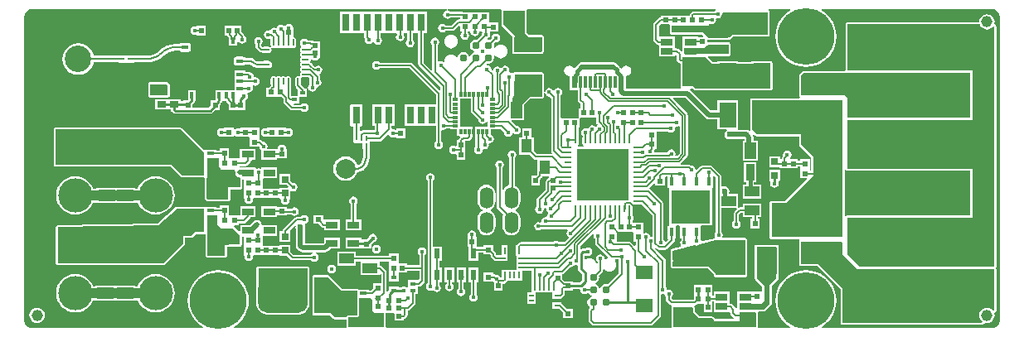
<source format=gtl>
G04*
G04 #@! TF.GenerationSoftware,Altium Limited,Altium Designer,20.0.2 (26)*
G04*
G04 Layer_Physical_Order=1*
G04 Layer_Color=255*
%FSLAX25Y25*%
%MOIN*%
G70*
G01*
G75*
%ADD11C,0.01000*%
%ADD13C,0.00394*%
%ADD17C,0.00800*%
%ADD18C,0.00500*%
%ADD19C,0.00600*%
%ADD22R,0.06693X0.09843*%
%ADD23R,0.02756X0.02756*%
%ADD24R,0.05906X0.03937*%
%ADD25R,0.06693X0.05512*%
%ADD26R,0.04724X0.02756*%
%ADD27R,0.20866X0.20866*%
%ADD28O,0.00984X0.03150*%
%ADD29O,0.03150X0.00984*%
%ADD30R,0.00787X0.01968*%
%ADD31R,0.00787X0.01772*%
G04:AMPARAMS|DCode=32|XSize=196.85mil|YSize=137.8mil|CornerRadius=34.45mil|HoleSize=0mil|Usage=FLASHONLY|Rotation=90.000|XOffset=0mil|YOffset=0mil|HoleType=Round|Shape=RoundedRectangle|*
%AMROUNDEDRECTD32*
21,1,0.19685,0.06890,0,0,90.0*
21,1,0.12795,0.13780,0,0,90.0*
1,1,0.06890,0.03445,0.06398*
1,1,0.06890,0.03445,-0.06398*
1,1,0.06890,-0.03445,-0.06398*
1,1,0.06890,-0.03445,0.06398*
%
%ADD32ROUNDEDRECTD32*%
G04:AMPARAMS|DCode=33|XSize=59.06mil|YSize=59.06mil|CornerRadius=14.76mil|HoleSize=0mil|Usage=FLASHONLY|Rotation=90.000|XOffset=0mil|YOffset=0mil|HoleType=Round|Shape=RoundedRectangle|*
%AMROUNDEDRECTD33*
21,1,0.05906,0.02953,0,0,90.0*
21,1,0.02953,0.05906,0,0,90.0*
1,1,0.02953,0.01476,0.01476*
1,1,0.02953,0.01476,-0.01476*
1,1,0.02953,-0.01476,-0.01476*
1,1,0.02953,-0.01476,0.01476*
%
%ADD33ROUNDEDRECTD33*%
G04:AMPARAMS|DCode=34|XSize=196.85mil|YSize=137.8mil|CornerRadius=34.45mil|HoleSize=0mil|Usage=FLASHONLY|Rotation=180.000|XOffset=0mil|YOffset=0mil|HoleType=Round|Shape=RoundedRectangle|*
%AMROUNDEDRECTD34*
21,1,0.19685,0.06890,0,0,180.0*
21,1,0.12795,0.13780,0,0,180.0*
1,1,0.06890,-0.06398,0.03445*
1,1,0.06890,0.06398,0.03445*
1,1,0.06890,0.06398,-0.03445*
1,1,0.06890,-0.06398,-0.03445*
%
%ADD34ROUNDEDRECTD34*%
G04:AMPARAMS|DCode=35|XSize=59.06mil|YSize=59.06mil|CornerRadius=14.76mil|HoleSize=0mil|Usage=FLASHONLY|Rotation=180.000|XOffset=0mil|YOffset=0mil|HoleType=Round|Shape=RoundedRectangle|*
%AMROUNDEDRECTD35*
21,1,0.05906,0.02953,0,0,180.0*
21,1,0.02953,0.05906,0,0,180.0*
1,1,0.02953,-0.01476,0.01476*
1,1,0.02953,0.01476,0.01476*
1,1,0.02953,0.01476,-0.01476*
1,1,0.02953,-0.01476,-0.01476*
%
%ADD35ROUNDEDRECTD35*%
%ADD36R,0.02000X0.02400*%
%ADD37R,0.01181X0.04921*%
%ADD38C,0.03098*%
%ADD39R,0.02362X0.04921*%
%ADD40R,0.10630X0.03937*%
%ADD41R,0.02400X0.02000*%
%ADD42R,0.11024X0.05906*%
%ADD43R,0.04500X0.06500*%
%ADD44R,0.03500X0.06500*%
%ADD45R,0.01968X0.01575*%
%ADD46R,0.03150X0.01378*%
%ADD47R,0.01772X0.06614*%
%ADD48R,0.06102X0.09291*%
%ADD49R,0.06500X0.04500*%
%ADD50R,0.03543X0.03543*%
%ADD51R,0.04000X0.07000*%
%ADD52O,0.00866X0.02756*%
%ADD53O,0.02756X0.00866*%
%ADD54R,0.10551X0.10551*%
%ADD55R,0.02165X0.01181*%
%ADD56R,0.01181X0.02165*%
%ADD57R,0.03500X0.02500*%
%ADD58R,0.02165X0.00984*%
%ADD59R,0.15256X0.15256*%
%ADD60R,0.02756X0.01575*%
%ADD61R,0.01575X0.02756*%
%ADD62R,0.15748X0.13386*%
%ADD63R,0.01772X0.03543*%
%ADD64R,0.02362X0.01654*%
%ADD65R,0.07874X0.10984*%
%ADD66R,0.07874X0.03347*%
%ADD67R,0.04331X0.05512*%
%ADD68R,0.01968X0.00984*%
%ADD69R,0.00984X0.01968*%
%ADD70R,0.00984X0.02657*%
%ADD71R,0.02657X0.00984*%
%ADD72R,0.02362X0.04331*%
%ADD73C,0.00660*%
%ADD74C,0.03937*%
%ADD143R,0.02756X0.07087*%
%ADD144R,0.03150X0.07087*%
%ADD145C,0.02000*%
%ADD146C,0.11811*%
%ADD147C,0.04000*%
%ADD148C,0.01500*%
%ADD149C,0.04535*%
%ADD150O,0.04724X0.08268*%
%ADD151O,0.04724X0.09055*%
%ADD152O,0.05512X0.08661*%
%ADD153R,0.05512X0.08661*%
%ADD154C,0.07874*%
%ADD155C,0.12598*%
%ADD156C,0.10630*%
%ADD157C,0.13780*%
%ADD158C,0.22835*%
%ADD159C,0.01772*%
%ADD160C,0.02362*%
G36*
X102756Y53937D02*
X88583D01*
X87402Y52756D01*
X78740D01*
X76772Y54724D01*
X64173D01*
Y57480D01*
X79134D01*
Y58089D01*
X79575Y58325D01*
X79662Y58266D01*
X80315Y58136D01*
X80968Y58266D01*
X81521Y58636D01*
X81891Y59190D01*
X82021Y59842D01*
X81964Y60131D01*
X82389Y60556D01*
X82677Y60499D01*
X83330Y60629D01*
X83884Y60998D01*
X84253Y61552D01*
X84383Y62205D01*
X84326Y62492D01*
X84719Y62992D01*
X102756D01*
Y53937D01*
D02*
G37*
G36*
X-26242Y63658D02*
X-26653Y63576D01*
X-27206Y63206D01*
X-27576Y62653D01*
X-27706Y62000D01*
X-27576Y61347D01*
X-27206Y60794D01*
X-26653Y60424D01*
X-26000Y60294D01*
X-25347Y60424D01*
X-24794Y60794D01*
X-24728Y60891D01*
X-20885D01*
Y60109D01*
X-21500D01*
X-21924Y60024D01*
X-22284Y59784D01*
X-24459Y57609D01*
X-26728D01*
X-26794Y57706D01*
X-27347Y58076D01*
X-28000Y58206D01*
X-28653Y58076D01*
X-29206Y57706D01*
X-29576Y57153D01*
X-29706Y56500D01*
X-29576Y55847D01*
X-29206Y55294D01*
X-28653Y54924D01*
X-28000Y54794D01*
X-27347Y54924D01*
X-26794Y55294D01*
X-26728Y55391D01*
X-24000D01*
X-23576Y55476D01*
X-23216Y55716D01*
X-21385Y57547D01*
X-20885Y57340D01*
Y55268D01*
X-20109D01*
Y54772D01*
X-20206Y54706D01*
X-20576Y54153D01*
X-20706Y53500D01*
X-20576Y52847D01*
X-20206Y52294D01*
X-19653Y51924D01*
X-19000Y51794D01*
X-18347Y51924D01*
X-17794Y52294D01*
X-17424Y52847D01*
X-17294Y53500D01*
X-17424Y54153D01*
X-17794Y54706D01*
X-17891Y54772D01*
Y55268D01*
X-16926D01*
X-16706Y55000D01*
X-16576Y54347D01*
X-16206Y53794D01*
X-15653Y53424D01*
X-15000Y53294D01*
X-14347Y53424D01*
X-13794Y53794D01*
X-13424Y54347D01*
X-13294Y55000D01*
X-13074Y55268D01*
X-12267D01*
X-11999Y54768D01*
X-12076Y54653D01*
X-12206Y54000D01*
X-12156Y53749D01*
X-14024Y51881D01*
X-14567Y51989D01*
X-15479Y51807D01*
X-16251Y51291D01*
X-16768Y50518D01*
X-16949Y49606D01*
X-16768Y48695D01*
X-16251Y47922D01*
X-15479Y47405D01*
X-15257Y47361D01*
Y46851D01*
X-15479Y46807D01*
X-16251Y46291D01*
X-16768Y45518D01*
X-16812Y45296D01*
X-17322D01*
X-17366Y45518D01*
X-17882Y46291D01*
X-18655Y46807D01*
X-19567Y46989D01*
X-20479Y46807D01*
X-21251Y46291D01*
X-21768Y45518D01*
X-21885Y44930D01*
X-22420Y44806D01*
X-22614Y45059D01*
X-23186Y45498D01*
X-23852Y45774D01*
X-24567Y45868D01*
X-25282Y45774D01*
X-25948Y45498D01*
X-26520Y45059D01*
X-26959Y44487D01*
X-27235Y43821D01*
X-27309Y43258D01*
X-27663Y43032D01*
X-27819Y42998D01*
X-27989Y43112D01*
X-28642Y43241D01*
X-29295Y43112D01*
X-29391Y43047D01*
X-29891Y43314D01*
Y49728D01*
X-29794Y49794D01*
X-29424Y50347D01*
X-29294Y51000D01*
X-29424Y51653D01*
X-29794Y52206D01*
X-30347Y52576D01*
X-31000Y52706D01*
X-31653Y52576D01*
X-32206Y52206D01*
X-32576Y51653D01*
X-32706Y51000D01*
X-32576Y50347D01*
X-32206Y49794D01*
X-32109Y49728D01*
Y39842D01*
X-32571Y39650D01*
X-35506Y42585D01*
Y54528D01*
X-34252D01*
Y63189D01*
X-69095D01*
Y54528D01*
X-59376D01*
Y52768D01*
X-59292Y52343D01*
X-59135Y52108D01*
X-59206Y51750D01*
X-59076Y51097D01*
X-58706Y50544D01*
X-58153Y50174D01*
X-57500Y50044D01*
X-56847Y50174D01*
X-56294Y50544D01*
X-56029Y50940D01*
X-55674Y50919D01*
X-55495Y50884D01*
X-55143Y50357D01*
X-54590Y49987D01*
X-53937Y49857D01*
X-53284Y49987D01*
X-52731Y50357D01*
X-52361Y50910D01*
X-52231Y51563D01*
X-52361Y52216D01*
X-52731Y52769D01*
X-52828Y52834D01*
Y54528D01*
X-46557D01*
X-46326Y54028D01*
X-46576Y53653D01*
X-46706Y53000D01*
X-46576Y52347D01*
X-46206Y51794D01*
X-45653Y51424D01*
X-45000Y51294D01*
X-44347Y51424D01*
X-43794Y51794D01*
X-43424Y52347D01*
X-43294Y53000D01*
X-43424Y53653D01*
X-43674Y54028D01*
X-43443Y54528D01*
X-42109D01*
Y51772D01*
X-42206Y51706D01*
X-42576Y51153D01*
X-42706Y50500D01*
X-42576Y49847D01*
X-42206Y49294D01*
X-41653Y48924D01*
X-41000Y48794D01*
X-40347Y48924D01*
X-39794Y49294D01*
X-39424Y49847D01*
X-39294Y50500D01*
X-39424Y51153D01*
X-39794Y51706D01*
X-39891Y51772D01*
Y54528D01*
X-37723D01*
Y42126D01*
X-37639Y41702D01*
X-37398Y41342D01*
X-28795Y32738D01*
Y31782D01*
X-29256Y31591D01*
X-39950Y42284D01*
X-40310Y42524D01*
X-40734Y42609D01*
X-53228D01*
X-53294Y42706D01*
X-53847Y43076D01*
X-54500Y43206D01*
X-55153Y43076D01*
X-55706Y42706D01*
X-56076Y42153D01*
X-56206Y41500D01*
X-56076Y40847D01*
X-55706Y40294D01*
X-55153Y39924D01*
X-54500Y39794D01*
X-53847Y39924D01*
X-53294Y40294D01*
X-53228Y40391D01*
X-41193D01*
X-30609Y29807D01*
Y25787D01*
X-43307D01*
Y17126D01*
X-30609D01*
Y10772D01*
X-30706Y10706D01*
X-31076Y10153D01*
X-31206Y9500D01*
X-31076Y8847D01*
X-30706Y8294D01*
X-30153Y7924D01*
X-29500Y7794D01*
X-28847Y7924D01*
X-28294Y8294D01*
X-27924Y8847D01*
X-27794Y9500D01*
X-27924Y10153D01*
X-28294Y10706D01*
X-28391Y10772D01*
Y15311D01*
X-27891Y15683D01*
X-27559Y15617D01*
X-26906Y15747D01*
X-26354Y16116D01*
X-24705D01*
Y15748D01*
X-22047D01*
Y13091D01*
X-21074D01*
X-20867Y12591D01*
X-21288Y12170D01*
X-21528Y11810D01*
X-21608Y11409D01*
X-22340D01*
Y9268D01*
X-22781Y9032D01*
X-22847Y9076D01*
X-23500Y9206D01*
X-24153Y9076D01*
X-24706Y8706D01*
X-25076Y8153D01*
X-25206Y7500D01*
X-25076Y6847D01*
X-24706Y6294D01*
X-24153Y5924D01*
X-23500Y5794D01*
X-22847Y5924D01*
X-22791Y5961D01*
X-22291Y5694D01*
Y3524D01*
X-18717D01*
Y7499D01*
X-18765D01*
Y11096D01*
X-17717D01*
X-17292Y11180D01*
X-16933Y11421D01*
X-16342Y12011D01*
X-16102Y12371D01*
X-16017Y12795D01*
Y13091D01*
X-15748D01*
Y16831D01*
X-20965D01*
Y19291D01*
Y22835D01*
Y28051D01*
X-16463D01*
Y23228D01*
X-16379Y22804D01*
X-16138Y22444D01*
X-13494Y19800D01*
X-13517Y19685D01*
X-13387Y19032D01*
X-13017Y18479D01*
X-12464Y18109D01*
X-11811Y17979D01*
X-11158Y18109D01*
X-10605Y18479D01*
X-10235Y19032D01*
X-9744Y18937D01*
Y16831D01*
X-14961D01*
Y13091D01*
X-14691D01*
Y8716D01*
X-14706Y8706D01*
X-15076Y8153D01*
X-15206Y7500D01*
X-15076Y6847D01*
X-14706Y6294D01*
X-14153Y5924D01*
X-13500Y5794D01*
X-12847Y5924D01*
X-12294Y6294D01*
X-11924Y6847D01*
X-11798Y7482D01*
X-11791Y7503D01*
X-11357Y7865D01*
X-11000Y7794D01*
X-10347Y7924D01*
X-9794Y8294D01*
X-9424Y8847D01*
X-9294Y9500D01*
X-9365Y9857D01*
X-9003Y10291D01*
X-8982Y10298D01*
X-8347Y10424D01*
X-7794Y10794D01*
X-7424Y11347D01*
X-7294Y12000D01*
X-7424Y12653D01*
X-7794Y13206D01*
X-8347Y13576D01*
X-8661Y13639D01*
Y15748D01*
X-6004D01*
Y16017D01*
X-4593D01*
X-3258Y14682D01*
X-3281Y14567D01*
X-3151Y13914D01*
X-2781Y13361D01*
X-2228Y12991D01*
X-1575Y12861D01*
X-922Y12991D01*
X-368Y13361D01*
X1Y13914D01*
X59Y14203D01*
X565Y14345D01*
X1119Y13975D01*
X1772Y13845D01*
X2424Y13975D01*
X2978Y14345D01*
X3348Y14898D01*
X3478Y15551D01*
X3348Y16204D01*
X2978Y16758D01*
X2424Y17127D01*
X1772Y17257D01*
X1657Y17234D01*
X-232Y19123D01*
X-41Y19585D01*
X4943D01*
Y23689D01*
X4967Y23872D01*
Y25832D01*
X7333Y28197D01*
X12000D01*
X12307Y28258D01*
X12439Y28346D01*
X12598D01*
Y28478D01*
X12742Y28693D01*
X12803Y29000D01*
Y30417D01*
X13303Y30466D01*
X13385Y30056D01*
X13754Y29502D01*
X14308Y29133D01*
X14961Y29003D01*
X15076Y29026D01*
X15820Y28281D01*
Y7087D01*
X15905Y6662D01*
X16125Y6333D01*
X16098Y6209D01*
X15908Y5833D01*
X10105D01*
X8858Y7080D01*
Y12598D01*
X7661D01*
Y16161D01*
X4087D01*
Y12598D01*
X2953D01*
Y5512D01*
X7290D01*
X8862Y3940D01*
X9221Y3700D01*
X9646Y3616D01*
X10039D01*
Y-1364D01*
X10018Y-1472D01*
Y-2419D01*
X9700Y-2737D01*
X7693D01*
Y-6712D01*
X11268D01*
Y-4305D01*
X11911Y-3662D01*
X12151Y-3302D01*
X12181Y-3150D01*
X14780D01*
Y-3773D01*
X14528Y-3940D01*
X13783Y-4686D01*
X13543Y-5045D01*
X13458Y-5470D01*
Y-8605D01*
X10216Y-11847D01*
X9976Y-12207D01*
X9891Y-12631D01*
Y-15228D01*
X9794Y-15294D01*
X9424Y-15847D01*
X9294Y-16500D01*
X9424Y-17153D01*
X9794Y-17706D01*
X10347Y-18076D01*
X11000Y-18206D01*
X11653Y-18076D01*
X12206Y-17706D01*
X12576Y-17153D01*
X12706Y-16500D01*
X12650Y-16220D01*
X13017Y-15783D01*
X13353Y-15792D01*
X13648Y-16142D01*
X13778Y-16795D01*
X14148Y-17348D01*
X14446Y-17547D01*
X14539Y-18067D01*
X14504Y-18142D01*
X14172Y-18639D01*
X14042Y-19291D01*
X13593Y-19595D01*
X13386Y-19554D01*
X12733Y-19684D01*
X12179Y-20053D01*
X11810Y-20607D01*
X11680Y-21260D01*
X11693Y-21325D01*
X11283Y-21652D01*
X10630Y-21522D01*
X9977Y-21652D01*
X9424Y-22022D01*
X9054Y-22576D01*
X8924Y-23228D01*
X9054Y-23881D01*
X9424Y-24435D01*
X9977Y-24804D01*
X10630Y-24934D01*
X11283Y-24804D01*
X11836Y-24435D01*
X11902Y-24337D01*
X22176D01*
X22309Y-24581D01*
X22376Y-24837D01*
X22046Y-25331D01*
X21916Y-25984D01*
X22046Y-26637D01*
X22416Y-27191D01*
X22704Y-27383D01*
X22797Y-27997D01*
X21179Y-29616D01*
X18999D01*
X18923Y-29502D01*
X18369Y-29133D01*
X17717Y-29003D01*
X17064Y-29133D01*
X16510Y-29502D01*
X16434Y-29616D01*
X3485D01*
X3061Y-29700D01*
X2701Y-29940D01*
X2137Y-30505D01*
X1897Y-30864D01*
X1893Y-30882D01*
X1642D01*
Y-35114D01*
X1805D01*
Y-37279D01*
Y-40823D01*
X-4264D01*
Y-43683D01*
X-4373Y-43725D01*
X-4764Y-43767D01*
X-5077Y-43298D01*
X-5631Y-42928D01*
X-6283Y-42798D01*
X-6447Y-42831D01*
X-6631Y-42708D01*
X-7055Y-42624D01*
X-7461D01*
Y-41945D01*
X-11436D01*
Y-45520D01*
X-7617D01*
X-7490Y-45710D01*
X-7268Y-45859D01*
Y-49231D01*
X-3693D01*
Y-46384D01*
X-3543D01*
X-3119Y-46300D01*
X-2759Y-46060D01*
X-2200Y-45500D01*
X-1960Y-45141D01*
X-1943Y-45055D01*
X4201D01*
Y-41216D01*
X6037D01*
Y-41046D01*
X7915D01*
Y-46240D01*
X7744D01*
X7744Y-49783D01*
X7285Y-49882D01*
X6071D01*
Y-54409D01*
X9614D01*
Y-52441D01*
X9614Y-49882D01*
X10073Y-49784D01*
X15848D01*
X16307Y-49882D01*
Y-52441D01*
X19850D01*
Y-52014D01*
X19955Y-51994D01*
X20315Y-51753D01*
X20784Y-51284D01*
X21024Y-50924D01*
X21109Y-50500D01*
Y-49021D01*
X21741D01*
X21848Y-49000D01*
X24428D01*
Y-48525D01*
X27187D01*
X27428Y-48819D01*
X27558Y-49472D01*
X27928Y-50025D01*
X28481Y-50395D01*
X29134Y-50525D01*
X29787Y-50395D01*
X30178Y-50134D01*
X30711Y-50185D01*
X30807Y-50226D01*
X30993Y-50503D01*
X31765Y-51020D01*
X31987Y-51064D01*
Y-51574D01*
X31765Y-51618D01*
X30993Y-52134D01*
X30476Y-52907D01*
X30295Y-53819D01*
X30476Y-54731D01*
X30993Y-55503D01*
X31212Y-55650D01*
X31261Y-56148D01*
X31158Y-56250D01*
X30918Y-56610D01*
X30833Y-57034D01*
Y-61118D01*
X30918Y-61542D01*
X31158Y-61902D01*
X32094Y-62838D01*
X32454Y-63078D01*
X32878Y-63163D01*
X55663D01*
X56087Y-63078D01*
X56447Y-62838D01*
X59445Y-59839D01*
X59686Y-59479D01*
X59770Y-59055D01*
Y-50812D01*
X60270Y-50453D01*
X60630Y-50525D01*
X61283Y-50395D01*
X61376Y-50847D01*
X61416Y-51047D01*
X61786Y-51600D01*
X61883Y-51665D01*
Y-52756D01*
X61968Y-53180D01*
X62208Y-53540D01*
X63389Y-54721D01*
X63749Y-54961D01*
X64039Y-55019D01*
X64227Y-55376D01*
X64254Y-55546D01*
X64219Y-55598D01*
X64158Y-55905D01*
Y-63779D01*
X63723Y-64158D01*
X-50337D01*
X-50772Y-63779D01*
Y-58268D01*
X-50668Y-58141D01*
X-47610D01*
X-47610Y-58141D01*
X-47185Y-58321D01*
Y-61291D01*
X-43610D01*
Y-60412D01*
X-43555D01*
X-43131Y-60327D01*
X-42771Y-60087D01*
X-42314Y-59630D01*
X-42074Y-59271D01*
X-41990Y-58846D01*
Y-57262D01*
X-41949D01*
X-41524Y-57178D01*
X-41165Y-56937D01*
X-39177Y-54949D01*
X-38936Y-54590D01*
X-38852Y-54165D01*
Y-50630D01*
X-37992D01*
Y-47565D01*
X-37402D01*
X-36977Y-47481D01*
X-36618Y-47241D01*
X-35436Y-46060D01*
X-35196Y-45700D01*
X-35112Y-45276D01*
Y-40043D01*
Y-34736D01*
X-35014Y-34671D01*
X-34644Y-34117D01*
X-34514Y-33465D01*
X-34644Y-32812D01*
X-35014Y-32258D01*
X-35568Y-31888D01*
X-36220Y-31759D01*
X-36873Y-31888D01*
X-37427Y-32258D01*
X-37797Y-32812D01*
X-37927Y-33465D01*
X-37797Y-34117D01*
X-37427Y-34671D01*
X-37329Y-34736D01*
Y-38935D01*
X-42261D01*
Y-38256D01*
X-45230D01*
X-45410Y-37831D01*
X-45410D01*
Y-34256D01*
X-49385D01*
Y-35163D01*
X-62749D01*
Y-33515D01*
X-70229D01*
Y-39027D01*
X-62749D01*
Y-37380D01*
X-60781D01*
Y-42767D01*
X-53300D01*
Y-42699D01*
X-52800Y-42434D01*
X-52684Y-42514D01*
Y-46213D01*
X-55924D01*
Y-48219D01*
X-56733Y-49028D01*
X-57382D01*
Y-48661D01*
X-61626D01*
X-61637Y-48645D01*
X-61897Y-48471D01*
X-62205Y-48410D01*
X-68171D01*
X-73448Y-43133D01*
X-73708Y-42959D01*
X-74016Y-42898D01*
X-79527D01*
X-79835Y-42959D01*
X-80095Y-43133D01*
X-80269Y-43394D01*
X-80330Y-43701D01*
Y-58268D01*
X-80269Y-58575D01*
X-80095Y-58835D01*
X-79835Y-59009D01*
X-79527Y-59071D01*
X-73167D01*
X-71828Y-60410D01*
X-71567Y-60584D01*
X-71260Y-60645D01*
X-66551D01*
Y-63779D01*
X-66985Y-64158D01*
X-111759D01*
X-111900Y-63658D01*
X-110914Y-63054D01*
X-109453Y-61806D01*
X-108206Y-60346D01*
X-107202Y-58708D01*
X-106467Y-56933D01*
X-106018Y-55065D01*
X-105868Y-53150D01*
X-106018Y-51235D01*
X-106467Y-49367D01*
X-107202Y-47592D01*
X-108206Y-45954D01*
X-109453Y-44493D01*
X-110914Y-43245D01*
X-112552Y-42241D01*
X-114327Y-41506D01*
X-116195Y-41058D01*
X-118110Y-40907D01*
X-120025Y-41058D01*
X-121893Y-41506D01*
X-123668Y-42241D01*
X-125306Y-43245D01*
X-126767Y-44493D01*
X-128015Y-45954D01*
X-129018Y-47592D01*
X-129753Y-49367D01*
X-130202Y-51235D01*
X-130353Y-53150D01*
X-130202Y-55065D01*
X-129753Y-56933D01*
X-129018Y-58708D01*
X-128015Y-60346D01*
X-126767Y-61806D01*
X-125306Y-63054D01*
X-124321Y-63658D01*
X-124462Y-64158D01*
X-193222D01*
X-193828Y-64037D01*
X-194398Y-63801D01*
X-194911Y-63458D01*
X-195348Y-63022D01*
X-195691Y-62508D01*
X-195927Y-61938D01*
X-196048Y-61332D01*
Y-61024D01*
Y61024D01*
Y61332D01*
X-195927Y61938D01*
X-195691Y62508D01*
X-195348Y63022D01*
X-194911Y63458D01*
X-194398Y63801D01*
X-193828Y64037D01*
X-193222Y64158D01*
X-26291D01*
X-26242Y63658D01*
D02*
G37*
G36*
X63139Y58006D02*
X63319Y57773D01*
X63367Y57661D01*
X63367D01*
Y54087D01*
X63710D01*
X63866Y53983D01*
X64173Y53922D01*
X76439D01*
X76899Y53462D01*
X76707Y53000D01*
X74803D01*
Y53150D01*
X68504D01*
Y48503D01*
X68489Y48425D01*
Y47317D01*
X67989Y47109D01*
X66998Y48100D01*
X66605Y48363D01*
X66142Y48455D01*
X66142Y48455D01*
X65354D01*
Y53150D01*
X59085D01*
Y57372D01*
X59481Y57769D01*
X59824Y58087D01*
Y58087D01*
X59824Y58087D01*
X63030D01*
X63139Y58006D01*
D02*
G37*
G36*
X5000Y54500D02*
X6500Y53000D01*
X12000D01*
Y47500D01*
X11500Y47000D01*
X3000D01*
X1000Y49000D01*
Y53500D01*
X-3500Y58000D01*
Y63500D01*
X5000D01*
Y54500D01*
D02*
G37*
G36*
X81840Y63658D02*
X81471Y63411D01*
X81406Y63313D01*
X72835D01*
X72410Y63229D01*
X72051Y62989D01*
X71657Y62595D01*
X71417Y62235D01*
X71332Y61811D01*
Y61661D01*
X70454D01*
Y61661D01*
X59824D01*
Y61075D01*
X59411Y60992D01*
X59018Y60730D01*
X59018Y60730D01*
X57018Y58730D01*
X56756Y58337D01*
X56663Y57874D01*
X56663Y57874D01*
Y51969D01*
X56663Y51968D01*
X56756Y51505D01*
X57018Y51112D01*
X58002Y50128D01*
X58002Y50128D01*
X58395Y49866D01*
X58858Y49774D01*
X59055Y49349D01*
Y45079D01*
X65354D01*
Y45409D01*
X65847Y45630D01*
X66112Y45424D01*
Y43961D01*
X66112Y43961D01*
X66204Y43497D01*
X66467Y43105D01*
X66923Y42648D01*
X66923Y42648D01*
X67316Y42385D01*
X67701Y42309D01*
Y33071D01*
X67762Y32764D01*
X67847Y32637D01*
X67675Y32196D01*
X67625Y32137D01*
X45866D01*
Y37251D01*
X46633Y37403D01*
X47317Y37860D01*
X47774Y38544D01*
X47934Y39350D01*
X47774Y40157D01*
X47317Y40841D01*
X46633Y41297D01*
X45827Y41458D01*
X45020Y41297D01*
X44337Y40841D01*
X43995Y40329D01*
X43464Y40434D01*
X43454Y40484D01*
X43114Y40993D01*
X42669Y41437D01*
X42629Y41642D01*
X42233Y42233D01*
X41642Y42629D01*
X40945Y42767D01*
X27953D01*
X27255Y42629D01*
X26664Y42233D01*
X26269Y41642D01*
X26228Y41437D01*
X25269Y40477D01*
X24771Y40526D01*
X24561Y40841D01*
X23877Y41297D01*
X23071Y41458D01*
X22264Y41297D01*
X21581Y40841D01*
X21124Y40157D01*
X20963Y39350D01*
X21124Y38544D01*
X21581Y37860D01*
X22264Y37403D01*
X23031Y37251D01*
Y31496D01*
X26348D01*
Y27559D01*
X26348Y27559D01*
X26441Y27096D01*
X26703Y26703D01*
X27529Y25877D01*
Y24260D01*
X26753D01*
Y20685D01*
X26753D01*
X26572Y20260D01*
X19666D01*
X19613Y20738D01*
Y29437D01*
X19710Y29502D01*
X20080Y30056D01*
X20210Y30709D01*
X20080Y31361D01*
X19710Y31915D01*
X19157Y32285D01*
X18504Y32415D01*
X17851Y32285D01*
X17298Y31915D01*
X17010Y31485D01*
X16891Y31454D01*
X16573D01*
X16454Y31485D01*
X16167Y31915D01*
X15613Y32285D01*
X14961Y32415D01*
X14308Y32285D01*
X13754Y31915D01*
X13385Y31361D01*
X13303Y30951D01*
X12803Y31000D01*
X12803Y38000D01*
X12742Y38307D01*
X12568Y38568D01*
X12307Y38742D01*
X12000Y38803D01*
X1000D01*
X693Y38742D01*
X432Y38568D01*
X400Y38519D01*
X375Y38499D01*
X-158Y38375D01*
X-235Y38388D01*
X-528Y38584D01*
X-883Y38655D01*
X-1169Y39094D01*
X-1166Y39182D01*
X-1050Y39764D01*
X-1180Y40417D01*
X-1550Y40970D01*
X-2103Y41340D01*
X-2756Y41470D01*
X-3409Y41340D01*
X-3962Y40970D01*
X-4162Y40672D01*
X-4682Y40580D01*
X-4756Y40614D01*
X-5253Y40946D01*
X-5906Y41076D01*
X-6558Y40946D01*
X-7112Y40576D01*
X-7482Y40023D01*
X-7534Y39761D01*
X-7990Y39620D01*
X-8339Y39951D01*
X-8338Y39956D01*
X-8468Y40609D01*
X-8837Y41163D01*
X-9391Y41532D01*
X-10044Y41662D01*
X-10046Y41662D01*
X-10307Y42120D01*
X-10116Y42333D01*
X-9567Y42224D01*
X-8655Y42405D01*
X-7882Y42922D01*
X-7366Y43695D01*
X-7185Y44606D01*
X-7344Y45406D01*
X-6883Y45626D01*
X-6520Y45153D01*
X-5948Y44714D01*
X-5282Y44439D01*
X-4567Y44344D01*
X-3852Y44439D01*
X-3186Y44714D01*
X-2614Y45153D01*
X-2175Y45725D01*
X-1899Y46391D01*
X-1805Y47106D01*
X-1899Y47821D01*
X-2175Y48487D01*
X-2614Y49059D01*
X-3186Y49498D01*
X-3852Y49774D01*
X-4567Y49868D01*
X-5282Y49774D01*
X-5948Y49498D01*
X-6520Y49059D01*
X-6883Y48586D01*
X-7344Y48807D01*
X-7185Y49606D01*
X-7305Y50213D01*
X-6687Y50831D01*
X-6500Y50794D01*
X-5847Y50924D01*
X-5294Y51294D01*
X-4924Y51847D01*
X-4794Y52500D01*
X-4924Y53153D01*
X-5294Y53706D01*
X-5847Y54076D01*
X-6500Y54206D01*
X-7153Y54076D01*
X-7706Y53706D01*
X-8076Y53153D01*
X-8206Y52500D01*
X-8197Y52457D01*
X-8815Y51839D01*
X-9567Y51989D01*
X-9709Y51960D01*
X-9847Y52424D01*
X-9294Y52794D01*
X-8924Y53347D01*
X-8794Y54000D01*
X-8924Y54653D01*
X-8964Y54713D01*
X-8697Y55213D01*
X-5513D01*
Y58787D01*
X-8989D01*
X-9036Y59268D01*
X-9036Y59268D01*
X-9036Y59268D01*
Y62843D01*
X-19146D01*
X-19418Y63024D01*
X-19842Y63109D01*
X-24728D01*
X-24794Y63206D01*
X-25347Y63576D01*
X-25758Y63658D01*
X-25709Y64158D01*
X-4609D01*
X-4505Y64059D01*
X-4271Y63658D01*
X-4303Y63500D01*
Y58000D01*
X-4242Y57693D01*
X-4068Y57432D01*
X-1195Y54559D01*
Y54230D01*
X-866D01*
X0Y53365D01*
Y46063D01*
X12598D01*
Y46978D01*
X12742Y47193D01*
X12803Y47500D01*
Y53000D01*
X12742Y53307D01*
X12598Y53522D01*
Y53543D01*
X12584D01*
X12568Y53568D01*
X12307Y53742D01*
X12000Y53803D01*
X6833D01*
X5803Y54833D01*
Y63500D01*
X5771Y63658D01*
X6005Y64059D01*
X6109Y64158D01*
X81688D01*
X81840Y63658D01*
D02*
G37*
G36*
X87008Y46063D02*
X69291D01*
Y48425D01*
X77165D01*
X78165Y49425D01*
X78365D01*
Y49625D01*
X78740Y50000D01*
X87008D01*
Y46063D01*
D02*
G37*
G36*
X193828Y64037D02*
X194398Y63801D01*
X194911Y63458D01*
X195348Y63022D01*
X195691Y62508D01*
X195927Y61938D01*
X196048Y61332D01*
Y61024D01*
Y-61024D01*
X196048Y-61332D01*
X195927Y-61938D01*
X195691Y-62508D01*
X195348Y-63022D01*
X194911Y-63458D01*
X194398Y-63801D01*
X193828Y-64037D01*
X193222Y-64158D01*
X124462D01*
X124321Y-63658D01*
X125306Y-63054D01*
X126767Y-61806D01*
X128015Y-60346D01*
X129018Y-58708D01*
X129753Y-56933D01*
X130202Y-55065D01*
X130353Y-53150D01*
X130202Y-51235D01*
X129753Y-49367D01*
X129018Y-47592D01*
X128015Y-45954D01*
X126767Y-44493D01*
X125306Y-43245D01*
X123668Y-42241D01*
X121893Y-41506D01*
X120025Y-41058D01*
X118110Y-40907D01*
X116195Y-41058D01*
X114327Y-41506D01*
X112552Y-42241D01*
X110914Y-43245D01*
X109453Y-44493D01*
X108206Y-45954D01*
X107202Y-47592D01*
X106467Y-49367D01*
X106018Y-51235D01*
X105868Y-53150D01*
X106018Y-55065D01*
X106467Y-56933D01*
X107202Y-58708D01*
X108206Y-60346D01*
X109453Y-61806D01*
X110914Y-63054D01*
X111900Y-63658D01*
X111759Y-64158D01*
X99269D01*
X98834Y-63779D01*
Y-58268D01*
X98834Y-58268D01*
X98780Y-57996D01*
X98783Y-57945D01*
X99064Y-57496D01*
X101181D01*
X101181Y-57496D01*
X101488Y-57435D01*
X101749Y-57261D01*
X101749Y-57261D01*
X102080Y-56929D01*
X102273Y-56801D01*
X103651Y-55423D01*
X103780Y-55230D01*
X104111Y-54898D01*
X104285Y-54638D01*
X104346Y-54331D01*
X104346Y-47183D01*
X106867Y-44662D01*
X107041Y-44402D01*
X107102Y-44094D01*
Y-31496D01*
X107087Y-31418D01*
Y-30728D01*
X106476D01*
X106299Y-30693D01*
X98425D01*
X98249Y-30728D01*
X97638D01*
Y-31418D01*
X97622Y-31496D01*
Y-44094D01*
X97622Y-44094D01*
X97684Y-44402D01*
X97857Y-44662D01*
X97858Y-44662D01*
X100540Y-47344D01*
Y-49246D01*
X100181Y-49587D01*
X96606D01*
Y-49606D01*
X90551D01*
Y-54253D01*
X90536Y-54331D01*
Y-56058D01*
X90459Y-56088D01*
X90036Y-56141D01*
X89833Y-55837D01*
X89832Y-55837D01*
X88651Y-54656D01*
X88259Y-54393D01*
X87795Y-54301D01*
X87402Y-54009D01*
Y-49606D01*
X81102D01*
Y-51152D01*
X80559D01*
Y-46832D01*
X77059D01*
X76984Y-46832D01*
X76559D01*
X76484Y-46832D01*
X72984D01*
Y-50806D01*
Y-52782D01*
X72938Y-52828D01*
X64632D01*
X64101Y-52297D01*
Y-51665D01*
X64198Y-51600D01*
X64568Y-51047D01*
X64698Y-50394D01*
X64568Y-49741D01*
X64198Y-49187D01*
X63645Y-48818D01*
X62992Y-48688D01*
X62339Y-48818D01*
X62246Y-48365D01*
X62206Y-48166D01*
X61836Y-47613D01*
X61739Y-47547D01*
Y-37008D01*
X61654Y-36584D01*
X61414Y-36224D01*
X57308Y-32118D01*
X57320Y-32058D01*
X57862Y-31893D01*
X58360Y-32391D01*
X58720Y-32631D01*
X59144Y-32716D01*
X61357D01*
X61781Y-32631D01*
X62141Y-32391D01*
X65075Y-29456D01*
X65316Y-29097D01*
X65400Y-28672D01*
Y-28150D01*
X65965D01*
Y-23335D01*
X65965Y-23031D01*
X66383Y-22835D01*
X67200D01*
X67618Y-23031D01*
X67618Y-23335D01*
Y-28150D01*
X68183D01*
Y-28650D01*
X68085Y-28715D01*
X67715Y-29268D01*
X67585Y-29921D01*
X67715Y-30574D01*
X67925Y-30888D01*
X67737Y-31451D01*
X64372Y-32292D01*
X64318Y-32318D01*
X64260Y-32329D01*
X64178Y-32384D01*
X64089Y-32426D01*
X64049Y-32470D01*
X63999Y-32503D01*
X63945Y-32585D01*
X63879Y-32658D01*
X63858Y-32714D01*
X63825Y-32764D01*
X63806Y-32860D01*
X63773Y-32953D01*
X63776Y-33012D01*
X63764Y-33071D01*
Y-36333D01*
X63779Y-36411D01*
X63780Y-36490D01*
X63792Y-36520D01*
X63888Y-37000D01*
X63792Y-37480D01*
X63779Y-37510D01*
X63779Y-37589D01*
X63764Y-37667D01*
Y-39370D01*
X63825Y-39677D01*
X63999Y-39938D01*
X64260Y-40112D01*
X64567Y-40173D01*
X78801D01*
X81087Y-42459D01*
Y-42913D01*
X81102Y-42991D01*
Y-43287D01*
X81193D01*
X81322Y-43481D01*
X81582Y-43655D01*
X81890Y-43716D01*
X93701D01*
X94008Y-43655D01*
X94269Y-43481D01*
X94442Y-43221D01*
X94504Y-42913D01*
Y-28740D01*
X94442Y-28433D01*
X94269Y-28172D01*
X94008Y-27998D01*
X93701Y-27937D01*
X84835D01*
X84599Y-27496D01*
X84647Y-27424D01*
X84777Y-26772D01*
X84647Y-26119D01*
X84277Y-25565D01*
X84180Y-25500D01*
Y-15748D01*
X90245D01*
X90452Y-16248D01*
X89373Y-17326D01*
X89133Y-17686D01*
X89049Y-18110D01*
Y-21169D01*
X88951Y-21235D01*
X88581Y-21788D01*
X88451Y-22441D01*
X88581Y-23094D01*
X88951Y-23647D01*
X89505Y-24017D01*
X90158Y-24147D01*
X90810Y-24017D01*
X91364Y-23647D01*
X91734Y-23094D01*
X91864Y-22441D01*
X91734Y-21788D01*
X91364Y-21235D01*
X91266Y-21169D01*
Y-18570D01*
X91995Y-17841D01*
X92716D01*
Y-19488D01*
X96561D01*
Y-20060D01*
X95882D01*
Y-24035D01*
X99457D01*
Y-20060D01*
X98778D01*
Y-19488D01*
X100197D01*
Y-13976D01*
X92716D01*
Y-15624D01*
X91535D01*
X91248Y-15681D01*
X90858Y-15458D01*
X90748Y-15349D01*
Y-10236D01*
X87567D01*
X87305Y-9736D01*
X87440Y-9055D01*
X87287Y-8287D01*
X86852Y-7636D01*
X86201Y-7201D01*
X85433Y-7048D01*
X84680Y-7198D01*
X84590Y-7211D01*
X84180Y-6932D01*
Y-3128D01*
X84095Y-2703D01*
X83855Y-2344D01*
X80616Y895D01*
X80256Y1135D01*
X79832Y1220D01*
X76439D01*
X76015Y1135D01*
X75655Y895D01*
X74238Y-522D01*
X73985Y-455D01*
X73738Y-315D01*
X73623Y259D01*
X73254Y813D01*
X72700Y1182D01*
X72047Y1312D01*
X71930Y1289D01*
X71578Y1524D01*
X71153Y1609D01*
X67948D01*
X67797Y2109D01*
X67957Y2216D01*
X70368Y4627D01*
X70609Y4987D01*
X70693Y5411D01*
Y21594D01*
X70609Y22018D01*
X70368Y22378D01*
X64715Y28031D01*
X64907Y28493D01*
X69718D01*
X77845Y20365D01*
X77845Y20365D01*
X78436Y19970D01*
X79134Y19831D01*
X82579D01*
Y15988D01*
X86264D01*
X86416Y15488D01*
X85982Y15199D01*
X85547Y14548D01*
X85395Y13780D01*
X85547Y13012D01*
X85982Y12360D01*
X86633Y11925D01*
X87402Y11772D01*
X88170Y11925D01*
X88217Y11957D01*
X93340D01*
X93444Y11853D01*
Y11124D01*
X92695D01*
Y3049D01*
X98770D01*
Y11124D01*
X97088D01*
Y12608D01*
X96950Y13305D01*
X96734Y13628D01*
X97123Y13947D01*
X97857Y13212D01*
X98118Y13038D01*
X98425Y12977D01*
X115339D01*
Y9843D01*
X115400Y9535D01*
X115574Y9275D01*
X115574Y9275D01*
X120260Y4589D01*
X120260Y-789D01*
X119704D01*
Y-287D01*
X119704Y-213D01*
Y213D01*
X119704Y287D01*
Y3787D01*
X115729D01*
Y3211D01*
X114980D01*
Y3787D01*
X111961D01*
X111809Y4287D01*
X111836Y4306D01*
X112206Y4859D01*
X112336Y5512D01*
X112206Y6165D01*
X111836Y6718D01*
X111283Y7088D01*
X110630Y7218D01*
X109977Y7088D01*
X109424Y6718D01*
X109054Y6165D01*
X108924Y5512D01*
X108974Y5260D01*
X108665Y4951D01*
X108424Y4592D01*
X108340Y4167D01*
Y3787D01*
X107677D01*
Y4921D01*
X103347D01*
Y590D01*
X107461D01*
Y213D01*
X114980D01*
Y789D01*
X115729D01*
Y287D01*
X115729Y213D01*
Y-213D01*
X115729Y-287D01*
Y-3787D01*
X118440D01*
X118631Y-4249D01*
X109904Y-12977D01*
X104331D01*
X104024Y-13038D01*
X103763Y-13212D01*
X103589Y-13472D01*
X103528Y-13780D01*
X103528Y-27559D01*
X103589Y-27866D01*
X103763Y-28127D01*
X104024Y-28301D01*
X104331Y-28362D01*
X107283D01*
X107283Y-28362D01*
X115598D01*
X115721Y-28862D01*
X115574Y-28960D01*
X115400Y-29220D01*
X115339Y-29528D01*
Y-38386D01*
X115400Y-38693D01*
X115574Y-38954D01*
X115834Y-39128D01*
X116142Y-39189D01*
X122699D01*
X132071Y-48561D01*
Y-62008D01*
X132132Y-62315D01*
X132306Y-62576D01*
X132567Y-62750D01*
X132874Y-62811D01*
X188953D01*
X188979Y-62805D01*
X189006Y-62809D01*
X189132Y-62775D01*
X189260Y-62750D01*
X189282Y-62735D01*
X189308Y-62728D01*
X189412Y-62648D01*
X189521Y-62576D01*
X189536Y-62553D01*
X189557Y-62537D01*
X189622Y-62424D01*
X189695Y-62315D01*
X190012Y-62093D01*
X190147Y-62032D01*
X190945Y-62137D01*
X191742Y-62032D01*
X192486Y-61724D01*
X193124Y-61234D01*
X193614Y-60596D01*
X193921Y-59853D01*
X194026Y-59055D01*
X193921Y-58258D01*
X193983Y-58122D01*
X194205Y-57805D01*
X194314Y-57732D01*
X194427Y-57667D01*
X194443Y-57646D01*
X194465Y-57631D01*
X194538Y-57522D01*
X194618Y-57418D01*
X194625Y-57393D01*
X194639Y-57371D01*
X194665Y-57242D01*
X194699Y-57116D01*
X194695Y-57089D01*
X194701Y-57063D01*
Y-40354D01*
X194639Y-40047D01*
X194516Y-39862D01*
X194639Y-39677D01*
X194701Y-39370D01*
Y57063D01*
X194695Y57089D01*
X194699Y57116D01*
X194665Y57242D01*
X194639Y57371D01*
X194625Y57393D01*
X194618Y57418D01*
X194538Y57522D01*
X194465Y57631D01*
X194443Y57646D01*
X194427Y57667D01*
X194314Y57732D01*
X194205Y57805D01*
X193983Y58122D01*
X193921Y58258D01*
X194026Y59055D01*
X193921Y59853D01*
X193614Y60596D01*
X193124Y61234D01*
X192486Y61724D01*
X191742Y62032D01*
X190945Y62137D01*
X190147Y62032D01*
X189404Y61724D01*
X188766Y61234D01*
X188276Y60596D01*
X187968Y59853D01*
X187863Y59055D01*
X187704Y58874D01*
X134843D01*
X134535Y58813D01*
X134275Y58639D01*
X134101Y58378D01*
X134040Y58071D01*
Y39689D01*
X133615Y39189D01*
X117126D01*
X117126Y39189D01*
X116819Y39127D01*
X116558Y38954D01*
X115574Y37969D01*
X115400Y37709D01*
X115339Y37402D01*
Y29528D01*
X115400Y29220D01*
X115574Y28960D01*
X115721Y28862D01*
X115598Y28362D01*
X96457D01*
X96149Y28301D01*
X95889Y28127D01*
X95715Y27866D01*
X95654Y27559D01*
Y15748D01*
X95654Y15748D01*
X95715Y15441D01*
X95724Y15427D01*
X95383Y15068D01*
X94792Y15463D01*
X94095Y15602D01*
X94094Y15602D01*
X91121D01*
X90847Y15988D01*
X90847Y16102D01*
Y27406D01*
X82579D01*
Y23476D01*
X79889D01*
X71761Y31604D01*
X71515Y31768D01*
X71667Y32268D01*
X72502D01*
X73054Y31716D01*
X73315Y31542D01*
X73622Y31481D01*
X103937D01*
X104244Y31542D01*
X104471Y31693D01*
X104528D01*
Y31750D01*
X104679Y31976D01*
X104740Y32283D01*
Y42126D01*
X104679Y42433D01*
X104528Y42660D01*
Y43110D01*
X96260D01*
Y42929D01*
X90847D01*
Y43154D01*
X82579D01*
Y42929D01*
X80647D01*
X78778Y44798D01*
X78970Y45260D01*
X87008D01*
X87315Y45321D01*
X87576Y45495D01*
X87750Y45756D01*
X87811Y46063D01*
Y50000D01*
X87750Y50307D01*
X87576Y50568D01*
X87315Y50742D01*
X87008Y50803D01*
X78740D01*
X78365Y51238D01*
Y51870D01*
X87402D01*
Y51953D01*
X87709Y52014D01*
X87969Y52188D01*
X87969Y52188D01*
X88915Y53134D01*
X102756D01*
X103063Y53195D01*
X103257Y53325D01*
X103644D01*
Y59400D01*
X103559D01*
Y62992D01*
X103498Y63299D01*
X103324Y63560D01*
X103177Y63658D01*
X103299Y64158D01*
X111759D01*
X111900Y63658D01*
X110914Y63054D01*
X109453Y61806D01*
X108206Y60346D01*
X107202Y58708D01*
X106467Y56933D01*
X106018Y55065D01*
X105868Y53150D01*
X106018Y51235D01*
X106467Y49367D01*
X107202Y47592D01*
X108206Y45954D01*
X109453Y44493D01*
X110914Y43245D01*
X112552Y42241D01*
X114327Y41506D01*
X116195Y41058D01*
X118110Y40907D01*
X120025Y41058D01*
X121893Y41506D01*
X123668Y42241D01*
X125306Y43245D01*
X126767Y44493D01*
X128015Y45954D01*
X129018Y47592D01*
X129753Y49367D01*
X130202Y51235D01*
X130353Y53150D01*
X130202Y55065D01*
X129753Y56933D01*
X129018Y58708D01*
X128015Y60346D01*
X126767Y61806D01*
X125306Y63054D01*
X124321Y63658D01*
X124462Y64158D01*
X193222D01*
X193828Y64037D01*
D02*
G37*
G36*
X80315Y42126D02*
X103937D01*
Y32283D01*
X73622D01*
X72835Y33071D01*
X68504D01*
Y44882D01*
X77559D01*
X80315Y42126D01*
D02*
G37*
G36*
X184055Y38386D02*
Y20669D01*
X134843Y20669D01*
X134843Y28543D01*
X133858Y29528D01*
X116142D01*
Y37402D01*
X117126Y38386D01*
X184055Y38386D01*
D02*
G37*
G36*
X12000Y29000D02*
X7000D01*
X4000Y26000D01*
Y20500D01*
X0D01*
Y26000D01*
X1000Y27000D01*
X1000Y38000D01*
X12000D01*
X12000Y29000D01*
D02*
G37*
G36*
X33891Y18704D02*
X33976Y18280D01*
X34216Y17920D01*
X34348Y17788D01*
X34218Y17211D01*
X33833Y16954D01*
X33490D01*
X32936Y17324D01*
X32283Y17454D01*
X31631Y17324D01*
X31077Y16954D01*
X30707Y16401D01*
X30688Y16304D01*
X30302Y16144D01*
X30148Y16150D01*
X29528Y16273D01*
X28875Y16143D01*
X28321Y15773D01*
X27951Y15220D01*
X27822Y14567D01*
X27951Y13914D01*
X28321Y13361D01*
X28419Y13295D01*
Y13144D01*
X28322Y12999D01*
X28223Y12500D01*
Y10335D01*
X28322Y9835D01*
X28605Y9412D01*
X28686Y9358D01*
X28534Y8858D01*
X26584D01*
X26432Y9358D01*
X26513Y9412D01*
X26796Y9835D01*
X26895Y10335D01*
Y12500D01*
X26796Y12999D01*
X26699Y13144D01*
Y16685D01*
X27184D01*
Y20260D01*
X27184D01*
X27365Y20685D01*
X33891D01*
Y18704D01*
D02*
G37*
G36*
X188276Y57514D02*
X188766Y56876D01*
X189404Y56387D01*
X190147Y56079D01*
X190945Y55974D01*
X191742Y56079D01*
X192486Y56387D01*
X193124Y56876D01*
X193398Y57233D01*
X193898Y57063D01*
Y-39370D01*
X139764D01*
X134843Y-34449D01*
Y-19685D01*
X185039Y-19685D01*
Y-0D01*
X134843Y0D01*
Y19685D01*
X185039Y19685D01*
Y39370D01*
X134843Y39370D01*
Y58071D01*
X188046D01*
X188276Y57514D01*
D02*
G37*
G36*
X67475Y16781D02*
Y6284D01*
X66419Y5228D01*
X65950Y5260D01*
X65642Y5678D01*
X65706Y6000D01*
X65576Y6653D01*
X65206Y7206D01*
X64653Y7576D01*
X64000Y7706D01*
X63347Y7576D01*
X62794Y7206D01*
X62424Y6653D01*
X62368Y6373D01*
X57475D01*
X57158Y6759D01*
X57206Y7000D01*
X57173Y7165D01*
X57292Y7343D01*
X57376Y7768D01*
Y7855D01*
X58055D01*
Y11398D01*
Y15033D01*
X62508D01*
X62573Y14935D01*
X63127Y14566D01*
X63779Y14436D01*
X64432Y14566D01*
X64986Y14935D01*
X65356Y15489D01*
X65486Y16142D01*
X65428Y16430D01*
X65853Y16855D01*
X66142Y16798D01*
X66795Y16928D01*
X66975Y17049D01*
X67475Y16781D01*
D02*
G37*
G36*
X62618Y-7677D02*
X62712D01*
X63130Y-7874D01*
X63130Y-8177D01*
Y-22532D01*
X63130Y-22835D01*
X62712Y-23031D01*
X62618D01*
Y-28150D01*
X62618D01*
X62746Y-28650D01*
X61911Y-29484D01*
X61433Y-29339D01*
X61419Y-29268D01*
X61049Y-28715D01*
X60951Y-28650D01*
Y-14173D01*
X60867Y-13749D01*
X60627Y-13389D01*
X55705Y-8468D01*
X55417Y-8275D01*
X55308Y-7930D01*
X55280Y-7705D01*
X56534Y-6451D01*
X56600Y-6407D01*
X56999Y-6008D01*
X57461Y-6199D01*
Y-6874D01*
X61436D01*
Y-3299D01*
X61844Y-3077D01*
X62618D01*
Y-7677D01*
D02*
G37*
G36*
X56483Y-18840D02*
Y-27149D01*
X56103Y-27460D01*
X55991Y-27445D01*
X55905Y-27428D01*
X55888Y-27431D01*
X55610Y-27395D01*
X55513Y-26906D01*
X55143Y-26353D01*
X54590Y-25983D01*
X53937Y-25853D01*
X53284Y-25983D01*
X53207Y-26034D01*
X52775Y-25803D01*
Y-25378D01*
X52775D01*
Y-21803D01*
X48353D01*
Y-21138D01*
X48450Y-21072D01*
X48820Y-20519D01*
X48950Y-19866D01*
X48820Y-19213D01*
X48450Y-18660D01*
X48353Y-18595D01*
Y-17868D01*
X48449Y-17724D01*
X48549Y-17224D01*
Y-15059D01*
X48513Y-14882D01*
X48937Y-14458D01*
X49114Y-14494D01*
X51279D01*
X51779Y-14394D01*
X51923Y-14298D01*
X51941D01*
X56483Y-18840D01*
D02*
G37*
G36*
X134275Y-568D02*
X134535Y-742D01*
X134843Y-803D01*
X184237Y-803D01*
Y-18882D01*
X134843Y-18882D01*
X134535Y-18943D01*
X134275Y-19117D01*
X134177Y-19264D01*
X133677Y-19141D01*
Y-544D01*
X134177Y-421D01*
X134275Y-568D01*
D02*
G37*
G36*
X48800Y-25803D02*
X48800D01*
Y-29378D01*
X49679D01*
Y-30957D01*
X49217Y-31149D01*
X47784Y-29716D01*
X47424Y-29476D01*
X47000Y-29391D01*
X42639D01*
X42145Y-29378D01*
Y-25803D01*
X42145D01*
X42325Y-25378D01*
X48619D01*
X48800Y-25803D01*
D02*
G37*
G36*
X132874Y-27559D02*
X107283Y-27559D01*
Y-27559D01*
X104331D01*
X104331Y-13780D01*
X110236D01*
X121063Y-2953D01*
X121063Y4921D01*
X116142Y9843D01*
Y13780D01*
X98425D01*
X96457Y15748D01*
Y27559D01*
X132874D01*
Y-27559D01*
D02*
G37*
G36*
X81962Y-3587D02*
Y-25500D01*
X81865Y-25565D01*
X81495Y-26119D01*
X81365Y-26772D01*
X81495Y-27424D01*
X81536Y-27486D01*
X81315Y-28056D01*
X76473Y-29267D01*
X75918Y-28890D01*
X75870Y-28650D01*
X75826Y-28410D01*
X75965Y-28150D01*
X75965D01*
Y-23335D01*
X75965Y-23031D01*
X76383Y-22835D01*
X80453D01*
Y-8177D01*
X80453Y-7874D01*
X80871Y-7677D01*
X80965D01*
Y-3243D01*
X81427Y-3051D01*
X81962Y-3587D01*
D02*
G37*
G36*
X93701Y-42913D02*
X81890D01*
Y-42126D01*
X79134Y-39370D01*
X64567D01*
Y-37667D01*
X64576Y-37653D01*
X64706Y-37000D01*
X64576Y-36347D01*
X64567Y-36333D01*
Y-33071D01*
X73568Y-30821D01*
X73638Y-30867D01*
X74291Y-30997D01*
X74944Y-30867D01*
X75498Y-30498D01*
X75626Y-30306D01*
X81890Y-28740D01*
X93701D01*
Y-42913D01*
D02*
G37*
G36*
X32500Y-26170D02*
X32901Y-26460D01*
X32794Y-27000D01*
X32924Y-27653D01*
X33294Y-28206D01*
X33391Y-28272D01*
Y-30009D01*
X33476Y-30433D01*
X33716Y-30793D01*
X38613Y-35689D01*
X38395Y-36179D01*
X37796Y-36427D01*
X37574Y-36598D01*
X37120Y-36316D01*
X37139Y-36220D01*
X37009Y-35568D01*
X36639Y-35014D01*
X36086Y-34644D01*
X35433Y-34514D01*
X34780Y-34644D01*
X34227Y-35014D01*
X33857Y-35568D01*
X33727Y-36220D01*
X33857Y-36873D01*
X34227Y-37427D01*
X34324Y-37492D01*
Y-38011D01*
X33845Y-38104D01*
X33569Y-37438D01*
X33130Y-36866D01*
X32558Y-36427D01*
X31892Y-36151D01*
X31177Y-36057D01*
X30462Y-36151D01*
X29796Y-36427D01*
X29555Y-36612D01*
X29055Y-36366D01*
Y-35048D01*
X29555Y-34881D01*
X29847Y-35076D01*
X30500Y-35206D01*
X31153Y-35076D01*
X31706Y-34706D01*
X32076Y-34153D01*
X32206Y-33500D01*
X32076Y-32847D01*
X31706Y-32294D01*
X31153Y-31924D01*
X30500Y-31794D01*
X29847Y-31924D01*
X29453Y-32187D01*
X28500D01*
X27998Y-32287D01*
X27917Y-32342D01*
X27417Y-32074D01*
Y-31238D01*
X32489Y-26166D01*
X32500Y-26170D01*
D02*
G37*
G36*
X25856Y-38850D02*
X26043Y-38813D01*
X26430Y-39130D01*
Y-40242D01*
X26529Y-40744D01*
X26814Y-41170D01*
X28187Y-42543D01*
Y-44956D01*
X27244Y-45900D01*
X24428D01*
Y-45425D01*
X21848D01*
X21741Y-45404D01*
X21150D01*
X20260Y-44514D01*
Y-42428D01*
X20586Y-42363D01*
X20945Y-42123D01*
X23385Y-39683D01*
X23500Y-39706D01*
X24153Y-39576D01*
X24706Y-39206D01*
X24807Y-39056D01*
X25203Y-38720D01*
X25856Y-38850D01*
D02*
G37*
G36*
X42794Y-36706D02*
X42891Y-36772D01*
Y-42037D01*
X38357Y-46572D01*
X37677Y-46437D01*
X36766Y-46618D01*
X35993Y-47134D01*
X35476Y-47907D01*
X35432Y-48129D01*
X34922D01*
X34878Y-47907D01*
X34362Y-47134D01*
X33589Y-46618D01*
X33367Y-46574D01*
Y-46064D01*
X33589Y-46020D01*
X34362Y-45504D01*
X34878Y-44731D01*
X35060Y-43819D01*
X34924Y-43140D01*
X36217Y-41847D01*
X36457Y-41487D01*
X36542Y-41063D01*
Y-40704D01*
X37042Y-40534D01*
X37224Y-40772D01*
X37796Y-41211D01*
X38462Y-41487D01*
X39177Y-41581D01*
X39892Y-41487D01*
X40558Y-41211D01*
X41130Y-40772D01*
X41569Y-40200D01*
X41845Y-39534D01*
X41939Y-38819D01*
X41845Y-38104D01*
X41569Y-37438D01*
X41316Y-37109D01*
X41563Y-36609D01*
X42728D01*
X42794Y-36706D01*
D02*
G37*
G36*
X-49385Y-37831D02*
X-49385Y-38256D01*
X-49385D01*
X-49385Y-38256D01*
Y-41831D01*
X-49385D01*
X-49409Y-42283D01*
X-49409D01*
X-49409Y-42321D01*
Y-45512D01*
X-45472D01*
Y-42283D01*
X-45472D01*
X-45358Y-41831D01*
X-42261D01*
Y-41152D01*
X-37329D01*
Y-44521D01*
X-37796Y-44896D01*
X-37992Y-44842D01*
Y-44842D01*
X-41929D01*
Y-47688D01*
X-41985Y-47736D01*
X-42429Y-47909D01*
X-42847Y-47630D01*
X-43500Y-47500D01*
X-44153Y-47630D01*
X-44262Y-47703D01*
X-45472D01*
Y-47402D01*
X-49409D01*
Y-48774D01*
X-49966Y-49330D01*
X-50156Y-49306D01*
X-50466Y-49156D01*
Y-41732D01*
X-50551Y-41308D01*
X-50791Y-40948D01*
X-52511Y-39228D01*
X-52871Y-38987D01*
X-53295Y-38903D01*
X-53300D01*
Y-37380D01*
X-49505D01*
X-49385Y-37831D01*
D02*
G37*
G36*
X106299Y-44094D02*
X103543Y-46850D01*
X103543Y-54331D01*
X101181Y-56693D01*
X91339Y-56693D01*
Y-54331D01*
X100394D01*
X101575Y-53150D01*
Y-47244D01*
X98425Y-44094D01*
Y-31496D01*
X106299D01*
Y-44094D01*
D02*
G37*
G36*
X132520Y-29528D02*
X132874Y-29881D01*
X132874Y-34449D01*
X138779Y-40354D01*
X193898Y-40354D01*
Y-57063D01*
X193398Y-57233D01*
X193124Y-56876D01*
X192486Y-56387D01*
X191742Y-56079D01*
X190945Y-55974D01*
X190147Y-56079D01*
X189404Y-56387D01*
X188766Y-56876D01*
X188276Y-57514D01*
X187968Y-58258D01*
X187863Y-59055D01*
X187968Y-59853D01*
X188276Y-60596D01*
X188766Y-61234D01*
X189123Y-61508D01*
X188953Y-62008D01*
X132874D01*
Y-48228D01*
X123031Y-38386D01*
X116142D01*
Y-29528D01*
X132520Y-29528D01*
D02*
G37*
G36*
X81102Y-57677D02*
X87402D01*
X87766Y-58005D01*
Y-58268D01*
X87766Y-58268D01*
X87858Y-58731D01*
X88120Y-59124D01*
X89105Y-60108D01*
X89114Y-60115D01*
X88963Y-60615D01*
X81776D01*
X81670Y-60456D01*
X81670Y-60456D01*
X80883Y-59668D01*
X80622Y-59495D01*
X80315Y-59433D01*
X75529D01*
X73637Y-57542D01*
X73637Y-56259D01*
X73637Y-56259D01*
X73576Y-55952D01*
X73402Y-55691D01*
X73257Y-55546D01*
X73355Y-55196D01*
X73453Y-55035D01*
X73821Y-54961D01*
X74181Y-54721D01*
X74552Y-54350D01*
X76484D01*
X76559Y-54350D01*
X76984Y-54530D01*
Y-57893D01*
X80559D01*
Y-53573D01*
X81102D01*
Y-57677D01*
D02*
G37*
G36*
X-68504Y-49213D02*
X-62205D01*
Y-51891D01*
X-62220Y-51968D01*
Y-58723D01*
X-62537Y-59040D01*
X-65748D01*
X-66055Y-59101D01*
X-66316Y-59275D01*
X-66490Y-59535D01*
X-66551Y-59842D01*
X-71260D01*
X-72835Y-58268D01*
X-79527D01*
Y-43701D01*
X-74016D01*
X-68504Y-49213D01*
D02*
G37*
G36*
X72835Y-56259D02*
X72835Y-57874D01*
X75197Y-60236D01*
X80315D01*
X81102Y-61024D01*
Y-61417D01*
X91339D01*
Y-58268D01*
X91732Y-57874D01*
X97638D01*
X98032Y-58268D01*
Y-63779D01*
X64961D01*
Y-55905D01*
X72481D01*
X72835Y-56259D01*
D02*
G37*
G36*
X-56299Y-52756D02*
Y-57087D01*
X-55118Y-58268D01*
X-51575D01*
Y-63779D01*
X-65748D01*
Y-59842D01*
X-62205D01*
X-61417Y-59055D01*
Y-51968D01*
X-57087D01*
X-56299Y-52756D01*
D02*
G37*
%LPC*%
G36*
X-89795Y58367D02*
X-90448Y58237D01*
X-91002Y57868D01*
X-91175Y57609D01*
X-91700Y57507D01*
X-91771Y57548D01*
X-92260Y57875D01*
X-92913Y58005D01*
X-93566Y57875D01*
X-94120Y57506D01*
X-94490Y56952D01*
X-94509Y56855D01*
X-94895Y56695D01*
X-95049Y56701D01*
X-95669Y56824D01*
X-96322Y56694D01*
X-96876Y56324D01*
X-97245Y55771D01*
X-97790Y55595D01*
X-98032Y55643D01*
X-98684Y55513D01*
X-99238Y55143D01*
X-99608Y54590D01*
X-99738Y53937D01*
X-99608Y53284D01*
X-99238Y52731D01*
X-98684Y52361D01*
X-98032Y52231D01*
X-97483Y52340D01*
X-97184Y52119D01*
X-97063Y51970D01*
X-97110Y51732D01*
Y49843D01*
X-97016Y49366D01*
X-96972Y49301D01*
X-97333Y48941D01*
X-97398Y48984D01*
X-97874Y49079D01*
X-99764D01*
X-100190Y48994D01*
X-100392D01*
X-100840Y49442D01*
X-100811Y49942D01*
X-100762Y49975D01*
X-100392Y50528D01*
X-100262Y51181D01*
X-100392Y51834D01*
X-100762Y52387D01*
X-101316Y52757D01*
X-101969Y52887D01*
X-102621Y52757D01*
X-103175Y52387D01*
X-103545Y51834D01*
X-103674Y51181D01*
X-103545Y50528D01*
X-103175Y49975D01*
X-103077Y49910D01*
Y49003D01*
X-102993Y48578D01*
X-102752Y48219D01*
X-101635Y47102D01*
X-101276Y46861D01*
X-100851Y46777D01*
X-100378D01*
X-100240Y46685D01*
X-99764Y46590D01*
X-97874D01*
X-97398Y46685D01*
X-96994Y46955D01*
X-96724Y47358D01*
X-96630Y47835D01*
X-96724Y48311D01*
X-96768Y48376D01*
X-96407Y48736D01*
X-96342Y48693D01*
X-95866Y48598D01*
X-95390Y48693D01*
X-94986Y48963D01*
X-94778D01*
X-94374Y48693D01*
X-93898Y48598D01*
X-93421Y48693D01*
X-93018Y48963D01*
X-92809D01*
X-92405Y48693D01*
X-91929Y48598D01*
X-91453Y48693D01*
X-91049Y48963D01*
X-90841D01*
X-90437Y48693D01*
X-89961Y48598D01*
X-89484Y48693D01*
X-89081Y48963D01*
X-88872D01*
X-88468Y48693D01*
X-87992Y48598D01*
X-87516Y48693D01*
X-87112Y48963D01*
X-86843Y49366D01*
X-86748Y49843D01*
Y51732D01*
X-86843Y52209D01*
X-87112Y52612D01*
X-87516Y52882D01*
X-87992Y52977D01*
X-88008Y52990D01*
Y56712D01*
X-88099D01*
X-88219Y57314D01*
X-88589Y57868D01*
X-89142Y58237D01*
X-89795Y58367D01*
D02*
G37*
G36*
X-123047Y57499D02*
X-126622D01*
Y57454D01*
X-127122Y57131D01*
X-127559Y57218D01*
X-128212Y57088D01*
X-128765Y56718D01*
X-129135Y56165D01*
X-129265Y55512D01*
X-129135Y54859D01*
X-128765Y54305D01*
X-128212Y53936D01*
X-127559Y53806D01*
X-127122Y53893D01*
X-126622Y53570D01*
Y53524D01*
X-123047D01*
Y57499D01*
D02*
G37*
G36*
X-108874D02*
X-115535D01*
Y53524D01*
X-114430D01*
X-114248Y53252D01*
X-113800Y52804D01*
Y52112D01*
X-113779Y52010D01*
Y49409D01*
X-110630D01*
Y51568D01*
X-110130Y51618D01*
X-110076Y51347D01*
X-109706Y50794D01*
X-109153Y50424D01*
X-108500Y50294D01*
X-107847Y50424D01*
X-107294Y50794D01*
X-106924Y51347D01*
X-106794Y52000D01*
X-106924Y52653D01*
X-107294Y53206D01*
X-107419Y53290D01*
X-107476Y53575D01*
X-107716Y53934D01*
X-108874Y55092D01*
Y57499D01*
D02*
G37*
G36*
X-130118Y50605D02*
X-132874D01*
X-133256Y50529D01*
X-133459Y50394D01*
X-133661D01*
Y50192D01*
X-133672Y50175D01*
X-135246D01*
X-135310Y50188D01*
X-135358Y50178D01*
X-135407Y50183D01*
X-137021Y50024D01*
X-137116Y49996D01*
X-137213Y49986D01*
X-138765Y49515D01*
X-138852Y49469D01*
X-138946Y49440D01*
X-140376Y48676D01*
X-140452Y48613D01*
X-140539Y48567D01*
X-141793Y47538D01*
X-141824Y47500D01*
X-141865Y47473D01*
X-141909Y47407D01*
X-142892Y46600D01*
X-144082Y45964D01*
X-145373Y45573D01*
X-146681Y45444D01*
X-146715Y45451D01*
X-151990D01*
X-152078Y45510D01*
X-152461Y45586D01*
X-154626D01*
X-155008Y45510D01*
X-155118Y45436D01*
X-155228Y45510D01*
X-155610Y45586D01*
X-157776D01*
X-158158Y45510D01*
X-158158D01*
X-158246Y45451D01*
X-168219D01*
X-168241Y45612D01*
X-168283Y45736D01*
X-168308Y45864D01*
X-168844Y47157D01*
X-168916Y47266D01*
X-168974Y47383D01*
X-169826Y48493D01*
X-169924Y48580D01*
X-170010Y48678D01*
X-171121Y49530D01*
X-171238Y49588D01*
X-171347Y49660D01*
X-172640Y50196D01*
X-172768Y50221D01*
X-172891Y50263D01*
X-174279Y50446D01*
X-174409Y50437D01*
X-174540Y50446D01*
X-175927Y50263D01*
X-176051Y50221D01*
X-176179Y50196D01*
X-177472Y49660D01*
X-177581Y49588D01*
X-177698Y49530D01*
X-178808Y48678D01*
X-178895Y48580D01*
X-178993Y48493D01*
X-179845Y47383D01*
X-179903Y47266D01*
X-179975Y47157D01*
X-180511Y45864D01*
X-180536Y45736D01*
X-180578Y45612D01*
X-180761Y44225D01*
X-180752Y44094D01*
X-180761Y43964D01*
X-180578Y42577D01*
X-180536Y42453D01*
X-180511Y42325D01*
X-179975Y41032D01*
X-179903Y40923D01*
X-179845Y40806D01*
X-178993Y39696D01*
X-178894Y39609D01*
X-178808Y39511D01*
X-177698Y38659D01*
X-177581Y38601D01*
X-177472Y38529D01*
X-176179Y37993D01*
X-176051Y37968D01*
X-175927Y37926D01*
X-174540Y37743D01*
X-174409Y37752D01*
X-174279Y37743D01*
X-172891Y37926D01*
X-172768Y37968D01*
X-172640Y37993D01*
X-171347Y38529D01*
X-171238Y38601D01*
X-171121Y38659D01*
X-170010Y39511D01*
X-169924Y39609D01*
X-169826Y39696D01*
X-168974Y40806D01*
X-168916Y40923D01*
X-168844Y41032D01*
X-168308Y42325D01*
X-168283Y42453D01*
X-168241Y42577D01*
X-168219Y42738D01*
X-158246D01*
X-158158Y42679D01*
X-157776Y42603D01*
X-155610D01*
X-155228Y42679D01*
X-155118Y42753D01*
X-155008Y42679D01*
X-154626Y42603D01*
X-152461D01*
X-152078Y42679D01*
X-151990Y42738D01*
X-146787D01*
X-146715Y42724D01*
X-146667Y42733D01*
X-146617Y42729D01*
X-144940Y42894D01*
X-144845Y42922D01*
X-144748Y42932D01*
X-143134Y43422D01*
X-143047Y43468D01*
X-142953Y43497D01*
X-141467Y44291D01*
X-141391Y44354D01*
X-141304Y44400D01*
X-140001Y45469D01*
X-139969Y45508D01*
X-139928Y45535D01*
X-139884Y45601D01*
X-138951Y46367D01*
X-137818Y46972D01*
X-136588Y47345D01*
X-135339Y47468D01*
X-135310Y47462D01*
X-133672D01*
X-133661Y47446D01*
Y47244D01*
X-133459D01*
X-133256Y47108D01*
X-132874Y47032D01*
X-130118D01*
X-129736Y47108D01*
X-129533Y47244D01*
X-129331D01*
Y47446D01*
X-129195Y47649D01*
X-129119Y48031D01*
Y49606D01*
X-129195Y49989D01*
X-129331Y50192D01*
Y50394D01*
X-129533D01*
X-129736Y50529D01*
X-130118Y50605D01*
D02*
G37*
G36*
X-24567Y53868D02*
X-25282Y53774D01*
X-25948Y53498D01*
X-26520Y53059D01*
X-26959Y52487D01*
X-27235Y51821D01*
X-27329Y51106D01*
X-27235Y50392D01*
X-26959Y49725D01*
X-26520Y49153D01*
X-25948Y48715D01*
X-25282Y48439D01*
X-24567Y48344D01*
X-23852Y48439D01*
X-23186Y48715D01*
X-22614Y49153D01*
X-22175Y49725D01*
X-21899Y50392D01*
X-21805Y51106D01*
X-21899Y51821D01*
X-22175Y52487D01*
X-22614Y53059D01*
X-23186Y53498D01*
X-23852Y53774D01*
X-24567Y53868D01*
D02*
G37*
G36*
X-83500Y52206D02*
X-84153Y52076D01*
X-84706Y51706D01*
X-85076Y51153D01*
X-85206Y50500D01*
X-85076Y49847D01*
X-84775Y49396D01*
X-84758Y49051D01*
X-84818Y48767D01*
X-84896Y48715D01*
X-85165Y48311D01*
X-85260Y47835D01*
X-85165Y47358D01*
X-85077Y47226D01*
X-84935Y46850D01*
X-85077Y46475D01*
X-85165Y46342D01*
X-85260Y45866D01*
X-85165Y45390D01*
X-84896Y44986D01*
Y44778D01*
X-85165Y44374D01*
X-85260Y43898D01*
X-85165Y43421D01*
X-85077Y43289D01*
X-84935Y42913D01*
X-85077Y42538D01*
X-85165Y42405D01*
X-85260Y41929D01*
X-85165Y41453D01*
X-84896Y41049D01*
Y40841D01*
X-85165Y40437D01*
X-85260Y39961D01*
X-85165Y39484D01*
X-84896Y39081D01*
Y38872D01*
X-85165Y38468D01*
X-85260Y37992D01*
X-85165Y37516D01*
X-85122Y37451D01*
X-85483Y37091D01*
X-85547Y37134D01*
X-86024Y37229D01*
X-86500Y37134D01*
X-86904Y36864D01*
X-87173Y36460D01*
X-87268Y35984D01*
Y34095D01*
X-87173Y33618D01*
X-87081Y33481D01*
Y33424D01*
X-87001Y33019D01*
X-86772Y32676D01*
X-86024Y31928D01*
Y29331D01*
X-88903D01*
Y33481D01*
X-88811Y33618D01*
X-88716Y34095D01*
Y35984D01*
X-88811Y36460D01*
X-89081Y36864D01*
X-89484Y37134D01*
X-89961Y37229D01*
X-90437Y37134D01*
X-90841Y36864D01*
X-91049D01*
X-91453Y37134D01*
X-91929Y37229D01*
X-92405Y37134D01*
X-92809Y36864D01*
X-93018D01*
X-93421Y37134D01*
X-93898Y37229D01*
X-94374Y37134D01*
X-94778Y36864D01*
X-94986D01*
X-95390Y37134D01*
X-95866Y37229D01*
X-96342Y37134D01*
X-96746Y36864D01*
X-97016Y36460D01*
X-97110Y35984D01*
Y34095D01*
X-97016Y33618D01*
X-96924Y33481D01*
Y33472D01*
X-97548Y32848D01*
X-97762Y32528D01*
X-98838D01*
Y28953D01*
X-92888D01*
X-92019Y28084D01*
Y26911D01*
X-91935Y26486D01*
X-91695Y26127D01*
X-89284Y23716D01*
X-88924Y23476D01*
X-88500Y23391D01*
X-84772D01*
X-84706Y23294D01*
X-84153Y22924D01*
X-83500Y22794D01*
X-82847Y22924D01*
X-82294Y23294D01*
X-81924Y23847D01*
X-81794Y24500D01*
X-81924Y25153D01*
X-82294Y25706D01*
X-82847Y26076D01*
X-83500Y26206D01*
X-84153Y26076D01*
X-84706Y25706D01*
X-84772Y25609D01*
X-87656D01*
X-87704Y25681D01*
X-87437Y26181D01*
X-85630D01*
Y28937D01*
X-82480D01*
Y32087D01*
X-83295D01*
X-83504Y32400D01*
X-84849Y33745D01*
X-84779Y34095D01*
Y35984D01*
X-84874Y36460D01*
X-84917Y36525D01*
X-84557Y36886D01*
X-84492Y36843D01*
X-84016Y36748D01*
X-82126D01*
X-81816Y36810D01*
X-81424Y36465D01*
Y33949D01*
X-81521Y33884D01*
X-81891Y33330D01*
X-82021Y32677D01*
X-81891Y32024D01*
X-81521Y31471D01*
X-80968Y31101D01*
X-80315Y30971D01*
X-79662Y31101D01*
X-79109Y31471D01*
X-78739Y32024D01*
X-78646Y32489D01*
X-78346Y32940D01*
X-77694Y33070D01*
X-77140Y33439D01*
X-76770Y33993D01*
X-76640Y34646D01*
X-76770Y35298D01*
X-77140Y35852D01*
X-77238Y35917D01*
Y37008D01*
X-77322Y37432D01*
X-77464Y37645D01*
X-77329Y38144D01*
X-77271Y38207D01*
X-76746Y38557D01*
X-76377Y39111D01*
X-76247Y39764D01*
X-76377Y40417D01*
X-76746Y40970D01*
X-77300Y41340D01*
X-77953Y41470D01*
X-78606Y41340D01*
X-79159Y40970D01*
X-79231Y40963D01*
X-80105Y41838D01*
X-80250Y42054D01*
X-80858Y42662D01*
X-80906Y42695D01*
X-81191Y42965D01*
X-81034Y43335D01*
X-80976Y43421D01*
X-80891Y43852D01*
X-80751Y43927D01*
X-80394Y44008D01*
X-80340Y43927D01*
X-79787Y43558D01*
X-79134Y43428D01*
X-78481Y43558D01*
X-77928Y43927D01*
X-77558Y44481D01*
X-77514Y44701D01*
X-77147D01*
Y47787D01*
Y51362D01*
X-79727D01*
X-79834Y51384D01*
X-80365D01*
X-80576Y51524D01*
X-81000Y51609D01*
X-82228D01*
X-82294Y51706D01*
X-82847Y52076D01*
X-83500Y52206D01*
D02*
G37*
G36*
X-108071Y45094D02*
X-110827D01*
X-111209Y45018D01*
X-111412Y44882D01*
X-111614D01*
Y44680D01*
X-111750Y44477D01*
X-111826Y44094D01*
Y42520D01*
X-111750Y42137D01*
X-111614Y41934D01*
Y41732D01*
X-111412D01*
X-111209Y41596D01*
X-110827Y41521D01*
X-108071D01*
X-107688Y41596D01*
X-107485Y41732D01*
X-107283D01*
Y41934D01*
X-107272Y41951D01*
X-105838D01*
X-105831Y41952D01*
X-105327Y41852D01*
X-104940Y41593D01*
X-104909Y41547D01*
X-104828Y41493D01*
X-104758Y41423D01*
X-103982Y40905D01*
X-103622Y40755D01*
X-102706Y40573D01*
X-102608D01*
X-102511Y40554D01*
X-102417Y40573D01*
X-100232D01*
X-100146Y40537D01*
X-99916Y40491D01*
X-99764Y40461D01*
X-97874D01*
X-97722Y40491D01*
X-97492Y40537D01*
X-97160Y40674D01*
X-96836Y40891D01*
X-96619Y41215D01*
Y41215D01*
X-96619Y41215D01*
X-96482Y41547D01*
X-96434Y41791D01*
X-96406Y41929D01*
Y41929D01*
Y41929D01*
X-96434Y42068D01*
X-96482Y42311D01*
X-96619Y42643D01*
X-96619Y42643D01*
X-96836Y42967D01*
X-97160Y43184D01*
X-97160D01*
X-97160Y43184D01*
X-97492Y43321D01*
X-97722Y43367D01*
X-97874Y43397D01*
X-99764D01*
X-99916Y43367D01*
X-100146Y43321D01*
X-100232Y43286D01*
X-102459D01*
X-102760Y43345D01*
X-103062Y43547D01*
X-103077Y43564D01*
X-103708Y44048D01*
X-103825Y44106D01*
X-103933Y44178D01*
X-104668Y44482D01*
X-104796Y44508D01*
X-104920Y44550D01*
X-105708Y44654D01*
X-105769Y44650D01*
X-105838Y44664D01*
X-107272D01*
X-107283Y44680D01*
Y44882D01*
X-107485D01*
X-107688Y45018D01*
X-108071Y45094D01*
D02*
G37*
G36*
X-107283Y39370D02*
X-111614D01*
Y36220D01*
Y31693D01*
X-119291D01*
Y27639D01*
X-119303Y27578D01*
X-121047D01*
Y25460D01*
X-121894Y24613D01*
X-128559D01*
Y25722D01*
X-127812Y26469D01*
X-127527Y26895D01*
X-127434Y27362D01*
X-127165D01*
Y31693D01*
X-130315D01*
Y27678D01*
X-130415Y27578D01*
X-132134D01*
Y27053D01*
X-133289D01*
Y27778D01*
X-138364D01*
Y27778D01*
X-138408D01*
Y27778D01*
X-143482D01*
Y23703D01*
X-138408D01*
Y23703D01*
X-138364D01*
Y23703D01*
X-137135D01*
X-137039Y23224D01*
X-136755Y22799D01*
X-136328Y22372D01*
X-135902Y22087D01*
X-135400Y21987D01*
X-121350D01*
X-120848Y22087D01*
X-120422Y22372D01*
X-119191Y23603D01*
X-117472D01*
Y25522D01*
X-117145Y25849D01*
X-116860Y26275D01*
X-116800Y26581D01*
X-116788Y26592D01*
X-116504Y27018D01*
X-116435Y27362D01*
X-115098D01*
X-114955Y27219D01*
X-114898Y26934D01*
X-114636Y26541D01*
X-113961Y25866D01*
Y23603D01*
X-107299D01*
Y27542D01*
X-107221Y27558D01*
X-106668Y27928D01*
X-106298Y28481D01*
X-106168Y29134D01*
X-106298Y29787D01*
X-106574Y30201D01*
X-106313Y30658D01*
X-105905Y30577D01*
X-105253Y30707D01*
X-104699Y31077D01*
X-104329Y31631D01*
X-104200Y32283D01*
X-104329Y32936D01*
X-104112Y33511D01*
X-103947Y33560D01*
X-103803Y33463D01*
X-103150Y33333D01*
X-102497Y33463D01*
X-101943Y33833D01*
X-101574Y34387D01*
X-101444Y35039D01*
X-101574Y35692D01*
X-101943Y36246D01*
X-102497Y36615D01*
X-103150Y36745D01*
X-103356Y36704D01*
X-103806Y37008D01*
X-103936Y37661D01*
X-104306Y38214D01*
X-104859Y38584D01*
X-105512Y38714D01*
X-105531Y38710D01*
X-105836Y38914D01*
X-106299Y39006D01*
X-106299Y39006D01*
X-107283D01*
Y39370D01*
D02*
G37*
G36*
X-138761Y34803D02*
X-145500Y34803D01*
X-145807Y34742D01*
X-146068Y34568D01*
X-146242Y34307D01*
X-146303Y34000D01*
X-146303Y29500D01*
X-146242Y29193D01*
X-146068Y28932D01*
X-145807Y28758D01*
X-145500Y28697D01*
X-138408Y28697D01*
X-138100Y28758D01*
X-137840Y28932D01*
X-137666Y29193D01*
X-137605Y29500D01*
X-137605Y33646D01*
X-137605Y33646D01*
X-137666Y33954D01*
X-137840Y34214D01*
X-138193Y34568D01*
X-138454Y34742D01*
X-138761Y34803D01*
D02*
G37*
G36*
X-143307Y16573D02*
X-143528Y16551D01*
X-175370D01*
X-175591Y16573D01*
X-175811Y16551D01*
X-183465D01*
X-183772Y16490D01*
X-184032Y16316D01*
X-184206Y16055D01*
X-184267Y15748D01*
Y1575D01*
X-184206Y1268D01*
X-184032Y1007D01*
X-183772Y833D01*
X-183465Y772D01*
X-137340D01*
X-133245Y-3324D01*
X-132984Y-3498D01*
X-132677Y-3559D01*
X-124016D01*
X-123950Y-3546D01*
X-123451Y-3881D01*
X-123501Y-12041D01*
X-123500Y-12042D01*
X-123501Y-12043D01*
X-123471Y-12195D01*
X-123441Y-12348D01*
X-123441Y-12349D01*
X-123441Y-12350D01*
X-123355Y-12479D01*
X-123269Y-12610D01*
X-123268Y-12610D01*
X-123267Y-12611D01*
X-122915Y-12966D01*
X-122914Y-12967D01*
X-122913Y-12968D01*
X-122782Y-13055D01*
X-122655Y-13141D01*
X-122654Y-13141D01*
X-122653Y-13142D01*
X-122501Y-13172D01*
X-122348Y-13203D01*
X-122347Y-13203D01*
X-122345Y-13203D01*
X-114100D01*
X-113793Y-13142D01*
X-113532Y-12968D01*
X-113358Y-12707D01*
X-113297Y-12400D01*
Y-8303D01*
X-109300D01*
X-108993Y-8242D01*
X-108980Y-8233D01*
X-108764D01*
Y-8089D01*
X-108732Y-8068D01*
X-108558Y-7807D01*
X-108497Y-7500D01*
Y-4323D01*
X-108298Y-4202D01*
X-107798Y-4483D01*
Y-7587D01*
X-107798Y-7661D01*
Y-8087D01*
X-107798Y-8161D01*
Y-11661D01*
X-107759D01*
X-107432Y-12161D01*
X-107517Y-12589D01*
X-107387Y-13242D01*
X-107017Y-13795D01*
X-106464Y-14165D01*
X-105811Y-14295D01*
X-105158Y-14165D01*
X-104605Y-13795D01*
X-104235Y-13242D01*
X-104105Y-12589D01*
X-104190Y-12161D01*
X-103863Y-11661D01*
X-93410D01*
Y-12008D01*
X-93217D01*
X-92873Y-12508D01*
X-92950Y-12898D01*
X-92820Y-13551D01*
X-92450Y-14104D01*
X-91897Y-14474D01*
X-91244Y-14604D01*
X-90591Y-14474D01*
X-90038Y-14104D01*
X-89668Y-13551D01*
X-89538Y-12898D01*
X-89616Y-12508D01*
X-89271Y-12008D01*
X-89079D01*
Y-9304D01*
X-89055Y-9291D01*
X-88579Y-9091D01*
X-88000Y-9206D01*
X-87347Y-9076D01*
X-86794Y-8706D01*
X-86424Y-8153D01*
X-86294Y-7500D01*
X-86424Y-6847D01*
X-86794Y-6294D01*
X-87347Y-5924D01*
X-88000Y-5794D01*
X-88178Y-5829D01*
X-89079Y-4928D01*
Y-2165D01*
X-93410D01*
Y-6496D01*
X-90647D01*
X-89966Y-7177D01*
X-90173Y-7677D01*
X-93410D01*
Y-8087D01*
X-100100D01*
X-100280Y-7661D01*
X-100280Y-7587D01*
Y-4148D01*
X-100280Y-4148D01*
X-100280D01*
X-99851Y-3940D01*
X-99842Y-3937D01*
X-94394D01*
Y394D01*
X-100693D01*
Y187D01*
X-101193Y-81D01*
X-101316Y1D01*
X-101969Y131D01*
X-102555Y14D01*
X-102816Y105D01*
X-103055Y233D01*
Y394D01*
X-109277D01*
X-109518Y616D01*
X-109640Y855D01*
X-109590Y989D01*
X-107300D01*
X-107300Y989D01*
X-106837Y1082D01*
X-106444Y1344D01*
X-105349Y2439D01*
X-105349Y2439D01*
X-105086Y2832D01*
X-104994Y3295D01*
X-104604Y3543D01*
X-103055D01*
Y7874D01*
X-109354D01*
Y4122D01*
X-109854Y3871D01*
X-109898Y3903D01*
Y4187D01*
X-113398D01*
X-113472Y4187D01*
X-113898Y4368D01*
Y8124D01*
X-117472D01*
Y7368D01*
X-118705D01*
Y7634D01*
X-123232D01*
Y7634D01*
X-123837D01*
X-132909Y16328D01*
X-133034Y16407D01*
X-133157Y16490D01*
X-133166Y16491D01*
X-133173Y16496D01*
X-133319Y16522D01*
X-133465Y16551D01*
X-143087D01*
X-143307Y16573D01*
D02*
G37*
G36*
X-98444Y16386D02*
Y16386D01*
X-98944Y16257D01*
X-99181Y16304D01*
X-99834Y16175D01*
X-100387Y15805D01*
X-100757Y15251D01*
X-100887Y14598D01*
X-100757Y13946D01*
X-100387Y13392D01*
X-99834Y13022D01*
X-99181Y12892D01*
X-98944Y12940D01*
X-98444Y12811D01*
Y12811D01*
X-98444Y12811D01*
X-90926D01*
Y12811D01*
X-90489Y13045D01*
X-90432Y13006D01*
X-89780Y12877D01*
X-89127Y13006D01*
X-88573Y13376D01*
X-88203Y13930D01*
X-88073Y14583D01*
X-88203Y15236D01*
X-88573Y15789D01*
X-89127Y16159D01*
X-89780Y16289D01*
X-90432Y16159D01*
X-90485Y16124D01*
X-90926Y16359D01*
Y16386D01*
X-98444D01*
X-98444Y16386D01*
D02*
G37*
G36*
X-109074Y16386D02*
X-109486Y16172D01*
X-109574Y16179D01*
X-110205Y16304D01*
X-110858Y16175D01*
X-111292Y15884D01*
X-111699Y16032D01*
X-111792Y16106D01*
Y16386D01*
X-115767D01*
Y16333D01*
X-116208Y16097D01*
X-116276Y16143D01*
X-116929Y16273D01*
X-117582Y16143D01*
X-118135Y15773D01*
X-118505Y15220D01*
X-118635Y14567D01*
X-118505Y13914D01*
X-118135Y13361D01*
X-117582Y12991D01*
X-116929Y12861D01*
X-116276Y12991D01*
X-116199Y13042D01*
X-115767Y12811D01*
Y12811D01*
X-111792D01*
Y13091D01*
X-111699Y13165D01*
X-111292Y13313D01*
X-110858Y13022D01*
X-110205Y12892D01*
X-109574Y13018D01*
X-109486Y13025D01*
X-109074Y12811D01*
Y12811D01*
X-105711D01*
X-105531Y12386D01*
X-105531Y12311D01*
Y8811D01*
X-101668D01*
X-101576Y8347D01*
X-101206Y7794D01*
X-100693Y7451D01*
Y3543D01*
X-94394D01*
Y4150D01*
X-90438D01*
Y7724D01*
X-90691D01*
X-90813Y7874D01*
X-90943Y8527D01*
X-91313Y9080D01*
X-91867Y9450D01*
X-92519Y9580D01*
X-93172Y9450D01*
X-93726Y9080D01*
X-94096Y8527D01*
X-94146Y8272D01*
X-94394Y7874D01*
X-98165D01*
X-98421Y8286D01*
X-98418Y8374D01*
X-98294Y9000D01*
X-98424Y9653D01*
X-98794Y10206D01*
X-99347Y10576D01*
X-100000Y10706D01*
X-100115Y10683D01*
X-100814Y11382D01*
X-101174Y11623D01*
X-101556Y11699D01*
Y12311D01*
X-101556Y12386D01*
Y12811D01*
X-101556Y12886D01*
Y16386D01*
X-109074D01*
Y16386D01*
D02*
G37*
G36*
X-61024Y25999D02*
X-64173D01*
X-64556Y25923D01*
X-64759Y25787D01*
X-64961D01*
Y25585D01*
X-65096Y25382D01*
X-65172Y25000D01*
Y17913D01*
X-65096Y17531D01*
X-64961Y17328D01*
Y17126D01*
X-64759D01*
X-64556Y16990D01*
X-64173Y16914D01*
X-63955D01*
Y13176D01*
X-63991Y12992D01*
Y11220D01*
X-63915Y10838D01*
X-63779Y10635D01*
Y10433D01*
X-63578D01*
X-63375Y10297D01*
X-62992Y10221D01*
X-62205D01*
X-61822Y10297D01*
X-61766Y10335D01*
X-60216D01*
X-60054Y10138D01*
Y8169D01*
X-60018Y7986D01*
Y7745D01*
Y4589D01*
X-60011Y4554D01*
X-60144Y3546D01*
X-60546Y2573D01*
X-61165Y1767D01*
X-61195Y1746D01*
X-61199Y1740D01*
X-61626Y1455D01*
X-62130Y1355D01*
X-62137Y1356D01*
X-62160D01*
X-62170Y1410D01*
X-62567Y2368D01*
X-62640Y2476D01*
X-62697Y2594D01*
X-63328Y3416D01*
X-63427Y3502D01*
X-63513Y3601D01*
X-64335Y4232D01*
X-64453Y4290D01*
X-64561Y4362D01*
X-65519Y4759D01*
X-65647Y4784D01*
X-65771Y4826D01*
X-66799Y4962D01*
X-66929Y4953D01*
X-67059Y4962D01*
X-68087Y4826D01*
X-68211Y4784D01*
X-68339Y4759D01*
X-69297Y4362D01*
X-69406Y4290D01*
X-69523Y4232D01*
X-70345Y3601D01*
X-70432Y3502D01*
X-70530Y3416D01*
X-71161Y2594D01*
X-71219Y2476D01*
X-71291Y2368D01*
X-71688Y1410D01*
X-71713Y1282D01*
X-71755Y1158D01*
X-71891Y130D01*
X-71882Y0D01*
X-71891Y-130D01*
X-71755Y-1158D01*
X-71713Y-1282D01*
X-71688Y-1410D01*
X-71291Y-2368D01*
X-71219Y-2476D01*
X-71161Y-2594D01*
X-70530Y-3416D01*
X-70432Y-3502D01*
X-70345Y-3601D01*
X-69523Y-4232D01*
X-69406Y-4290D01*
X-69297Y-4362D01*
X-68339Y-4759D01*
X-68211Y-4784D01*
X-68087Y-4826D01*
X-67059Y-4962D01*
X-66929Y-4953D01*
X-66799Y-4962D01*
X-65771Y-4826D01*
X-65647Y-4784D01*
X-65519Y-4759D01*
X-64561Y-4362D01*
X-64453Y-4290D01*
X-64335Y-4232D01*
X-63513Y-3601D01*
X-63427Y-3502D01*
X-63328Y-3416D01*
X-62697Y-2594D01*
X-62640Y-2476D01*
X-62567Y-2368D01*
X-62170Y-1410D01*
X-62160Y-1356D01*
X-62137D01*
X-62068Y-1343D01*
X-62007Y-1347D01*
X-61219Y-1243D01*
X-61095Y-1201D01*
X-60967Y-1175D01*
X-60233Y-871D01*
X-60124Y-799D01*
X-60007Y-741D01*
X-59511Y-360D01*
X-59468Y-346D01*
X-59370Y-260D01*
X-59262Y-187D01*
X-59225Y-132D01*
X-59175Y-89D01*
X-58261Y1103D01*
X-58203Y1220D01*
X-58130Y1329D01*
X-57555Y2717D01*
X-57530Y2845D01*
X-57488Y2969D01*
X-57292Y4459D01*
X-57296Y4525D01*
X-57283Y4589D01*
X-57305Y4700D01*
Y7986D01*
X-57269Y8169D01*
Y10138D01*
X-57320Y10396D01*
X-57108Y10773D01*
X-56994Y10896D01*
X-53248D01*
X-53248Y10896D01*
X-52785Y10988D01*
X-52392Y11250D01*
X-49870Y13772D01*
X-49392Y13627D01*
X-49376Y13547D01*
X-49006Y12994D01*
X-48453Y12624D01*
X-47800Y12494D01*
X-47147Y12624D01*
X-46987Y12731D01*
X-46487Y12463D01*
Y12213D01*
X-42913D01*
Y16187D01*
X-46487D01*
Y15937D01*
X-46987Y15669D01*
X-47147Y15776D01*
X-47800Y15906D01*
X-48009Y15864D01*
X-48396Y16182D01*
Y17126D01*
X-47244D01*
Y25787D01*
X-56299D01*
Y17126D01*
X-55311D01*
Y15411D01*
X-60000D01*
X-60000Y15411D01*
X-60463Y15318D01*
X-60742Y15132D01*
X-61137Y15272D01*
X-61242Y15354D01*
Y16914D01*
X-61024D01*
X-60641Y16990D01*
X-60438Y17126D01*
X-60236D01*
Y17328D01*
X-60101Y17531D01*
X-60024Y17913D01*
Y25000D01*
X-60101Y25382D01*
X-60236Y25585D01*
Y25787D01*
X-60438D01*
X-60641Y25923D01*
X-61024Y25999D01*
D02*
G37*
G36*
X-143307Y-3112D02*
X-144812Y-3261D01*
X-146259Y-3700D01*
X-147593Y-4413D01*
X-148762Y-5372D01*
X-149721Y-6541D01*
X-150434Y-7875D01*
X-150477Y-8015D01*
X-151474D01*
Y-7655D01*
X-167030D01*
Y-8015D01*
X-168421D01*
X-168463Y-7875D01*
X-169176Y-6541D01*
X-170136Y-5372D01*
X-171305Y-4413D01*
X-172638Y-3700D01*
X-174085Y-3261D01*
X-175591Y-3112D01*
X-177095Y-3261D01*
X-178543Y-3700D01*
X-179876Y-4413D01*
X-181045Y-5372D01*
X-182005Y-6541D01*
X-182718Y-7875D01*
X-183157Y-9322D01*
X-183305Y-10827D01*
X-183157Y-12332D01*
X-182718Y-13779D01*
X-182005Y-15113D01*
X-181045Y-16282D01*
X-179876Y-17241D01*
X-178543Y-17954D01*
X-177095Y-18393D01*
X-175591Y-18541D01*
X-174085Y-18393D01*
X-172638Y-17954D01*
X-171305Y-17241D01*
X-170136Y-16282D01*
X-169176Y-15113D01*
X-168463Y-13779D01*
X-168421Y-13638D01*
X-167030D01*
Y-13730D01*
X-151474D01*
Y-13638D01*
X-150477D01*
X-150434Y-13779D01*
X-149721Y-15113D01*
X-148762Y-16282D01*
X-147593Y-17241D01*
X-146259Y-17954D01*
X-144812Y-18393D01*
X-143307Y-18541D01*
X-141802Y-18393D01*
X-140355Y-17954D01*
X-139021Y-17241D01*
X-137852Y-16282D01*
X-136893Y-15113D01*
X-136180Y-13779D01*
X-135741Y-12332D01*
X-135593Y-10827D01*
X-135741Y-9322D01*
X-136180Y-7875D01*
X-136893Y-6541D01*
X-137852Y-5372D01*
X-139021Y-4413D01*
X-140355Y-3700D01*
X-141802Y-3261D01*
X-143307Y-3112D01*
D02*
G37*
G36*
X0Y7206D02*
X-653Y7076D01*
X-1206Y6706D01*
X-1576Y6153D01*
X-1706Y5500D01*
X-1576Y4847D01*
X-1206Y4294D01*
X-1109Y4228D01*
Y-6620D01*
X-1161Y-6627D01*
X-2023Y-6984D01*
X-2763Y-7552D01*
X-3331Y-8292D01*
X-3391Y-8437D01*
X-3891Y-8337D01*
Y228D01*
X-3794Y294D01*
X-3424Y847D01*
X-3294Y1500D01*
X-3424Y2153D01*
X-3794Y2706D01*
X-4347Y3076D01*
X-5000Y3206D01*
X-5653Y3076D01*
X-6206Y2706D01*
X-6576Y2153D01*
X-6706Y1500D01*
X-6576Y847D01*
X-6206Y294D01*
X-6109Y228D01*
Y-15315D01*
X-6024Y-15739D01*
X-5784Y-16099D01*
X-3407Y-18475D01*
X-3688Y-19154D01*
X-3810Y-20079D01*
Y-23228D01*
X-3688Y-24153D01*
X-3331Y-25015D01*
X-2763Y-25756D01*
X-2023Y-26323D01*
X-1161Y-26680D01*
X-236Y-26802D01*
X689Y-26680D01*
X1551Y-26323D01*
X2291Y-25756D01*
X2859Y-25015D01*
X3216Y-24153D01*
X3338Y-23228D01*
Y-20079D01*
X3216Y-19154D01*
X2859Y-18292D01*
X2291Y-17552D01*
X1551Y-16984D01*
X1357Y-16904D01*
Y-16404D01*
X1551Y-16323D01*
X2291Y-15755D01*
X2859Y-15015D01*
X3216Y-14153D01*
X3338Y-13228D01*
Y-10079D01*
X3216Y-9154D01*
X2859Y-8292D01*
X2291Y-7552D01*
X1551Y-6984D01*
X1109Y-6801D01*
Y4228D01*
X1206Y4294D01*
X1576Y4847D01*
X1706Y5500D01*
X1576Y6153D01*
X1206Y6706D01*
X653Y7076D01*
X0Y7206D01*
D02*
G37*
G36*
X-113894Y-14962D02*
X-117469D01*
Y-15719D01*
X-118701D01*
Y-15453D01*
X-123228D01*
Y-15453D01*
X-123630D01*
X-123708Y-15400D01*
X-124016Y-15339D01*
X-134646D01*
X-134774Y-15364D01*
X-134905Y-15382D01*
X-134927Y-15395D01*
X-134953Y-15400D01*
X-135062Y-15473D01*
X-135176Y-15539D01*
X-142499Y-21975D01*
X-182694Y-22819D01*
X-182839Y-22851D01*
X-182984Y-22880D01*
X-182992Y-22885D01*
X-183000Y-22887D01*
X-183122Y-22972D01*
X-183245Y-23054D01*
X-183250Y-23062D01*
X-183257Y-23066D01*
X-183336Y-23191D01*
X-183419Y-23315D01*
X-183421Y-23323D01*
X-183425Y-23331D01*
X-183451Y-23477D01*
X-183480Y-23622D01*
Y-38000D01*
X-183419Y-38307D01*
X-183245Y-38568D01*
X-182984Y-38742D01*
X-182677Y-38803D01*
X-139969D01*
X-139661Y-38742D01*
X-139401Y-38568D01*
X-134865Y-34032D01*
X-131743Y-30910D01*
X-131569Y-30650D01*
X-131508Y-30343D01*
Y-27870D01*
X-129035D01*
X-129035Y-27870D01*
X-128728Y-27808D01*
X-128468Y-27635D01*
X-128468Y-27634D01*
X-127226Y-26393D01*
X-124016Y-26393D01*
X-123916Y-26373D01*
X-123688Y-26350D01*
X-123244Y-26558D01*
Y-35039D01*
X-123183Y-35347D01*
X-123009Y-35607D01*
X-122748Y-35781D01*
X-122441Y-35842D01*
X-115354D01*
X-115047Y-35781D01*
X-114838Y-35642D01*
X-114736D01*
Y-35532D01*
X-114613Y-35347D01*
X-114551Y-35039D01*
Y-31512D01*
X-113878D01*
X-113571Y-31450D01*
X-113502Y-31404D01*
X-109449D01*
X-109142Y-31343D01*
X-109106Y-31319D01*
X-108760D01*
Y-30988D01*
X-108707Y-30909D01*
X-108646Y-30601D01*
Y-27275D01*
X-108267Y-27107D01*
X-107794Y-27354D01*
Y-30673D01*
X-107794Y-30748D01*
Y-31173D01*
X-107794Y-31248D01*
Y-34748D01*
X-107794D01*
X-107575Y-35248D01*
X-107612Y-35433D01*
X-107482Y-36086D01*
X-107112Y-36639D01*
X-106558Y-37009D01*
X-105905Y-37139D01*
X-105253Y-37009D01*
X-104699Y-36639D01*
X-104329Y-36086D01*
X-104200Y-35433D01*
X-104236Y-35248D01*
X-103826Y-34748D01*
X-93406D01*
Y-35094D01*
X-90643D01*
X-89126Y-36611D01*
X-88767Y-36851D01*
X-88342Y-36935D01*
X-80799D01*
X-80734Y-37033D01*
X-80180Y-37403D01*
X-79527Y-37533D01*
X-78875Y-37403D01*
X-78321Y-37033D01*
X-77951Y-36480D01*
X-77822Y-35827D01*
X-77951Y-35174D01*
X-78321Y-34620D01*
X-78875Y-34251D01*
X-78910Y-34244D01*
X-78860Y-33744D01*
X-75228D01*
X-75228Y-33744D01*
X-74531Y-33605D01*
X-73940Y-33210D01*
X-73013Y-32283D01*
X-69291D01*
Y-27953D01*
X-75590D01*
Y-29706D01*
X-75983Y-30099D01*
X-83217D01*
Y-24438D01*
X-83185Y-24390D01*
X-83032Y-23622D01*
X-83185Y-22854D01*
X-83303Y-22677D01*
X-83073Y-22121D01*
X-82847Y-22076D01*
X-82294Y-21706D01*
X-81924Y-21153D01*
X-81794Y-20500D01*
X-81924Y-19847D01*
X-82294Y-19294D01*
X-82847Y-18924D01*
X-83500Y-18794D01*
X-84153Y-18924D01*
X-84706Y-19294D01*
X-84772Y-19391D01*
X-86500D01*
X-86924Y-19476D01*
X-87284Y-19716D01*
X-92024Y-24456D01*
X-92264Y-24816D01*
X-92349Y-25240D01*
Y-25251D01*
X-93406D01*
Y-29582D01*
X-89075D01*
Y-25251D01*
X-89075D01*
X-89253Y-24821D01*
X-87433Y-23001D01*
X-86972Y-23247D01*
X-87046Y-23622D01*
X-86894Y-24390D01*
X-86862Y-24438D01*
Y-31102D01*
X-86862Y-31102D01*
X-86723Y-31800D01*
X-86328Y-32391D01*
X-85509Y-33210D01*
X-85509Y-33210D01*
X-84918Y-33605D01*
X-84220Y-33744D01*
X-80195D01*
X-80146Y-34244D01*
X-80180Y-34251D01*
X-80734Y-34620D01*
X-80799Y-34718D01*
X-87883D01*
X-89075Y-33526D01*
Y-30763D01*
X-93406D01*
Y-31173D01*
X-100096D01*
X-100276Y-30748D01*
X-100276Y-30673D01*
Y-27173D01*
X-99838Y-27023D01*
X-94390D01*
Y-22693D01*
X-100206D01*
X-100678Y-22500D01*
X-100735Y-22212D01*
X-100816Y-21803D01*
X-101211Y-21211D01*
X-101803Y-20816D01*
X-102500Y-20678D01*
X-103197Y-20816D01*
X-103789Y-21211D01*
X-105270Y-22693D01*
X-109350D01*
Y-25081D01*
X-109812Y-25273D01*
X-111637Y-23448D01*
X-111748Y-23374D01*
X-111596Y-22874D01*
X-109894D01*
Y-22097D01*
X-107894D01*
X-107894Y-22097D01*
X-107431Y-22005D01*
X-107038Y-21743D01*
X-105443Y-20147D01*
X-105181Y-19755D01*
X-105139Y-19543D01*
X-103051D01*
Y-15212D01*
X-109350D01*
Y-18965D01*
X-109850Y-19216D01*
X-109894Y-19183D01*
Y-18899D01*
X-113394D01*
X-113469Y-18899D01*
X-113894Y-18719D01*
Y-14962D01*
D02*
G37*
G36*
X-94390Y-15212D02*
X-100689D01*
Y-19543D01*
X-94390D01*
Y-18937D01*
X-90434D01*
Y-18431D01*
X-88673D01*
X-88608Y-18529D01*
X-88054Y-18899D01*
X-87402Y-19029D01*
X-86749Y-18899D01*
X-86195Y-18529D01*
X-85825Y-17976D01*
X-85696Y-17323D01*
X-85825Y-16670D01*
X-86195Y-16116D01*
X-86749Y-15747D01*
X-87402Y-15617D01*
X-88054Y-15747D01*
X-88608Y-16116D01*
X-88673Y-16214D01*
X-90434D01*
Y-15362D01*
X-94390D01*
Y-15212D01*
D02*
G37*
G36*
X-63779Y-11286D02*
X-64432Y-11416D01*
X-64986Y-11786D01*
X-65356Y-12339D01*
X-65486Y-12992D01*
X-65356Y-13645D01*
X-64986Y-14198D01*
X-64888Y-14264D01*
Y-20472D01*
X-66929D01*
Y-24803D01*
X-60630D01*
Y-20472D01*
X-62671D01*
Y-14264D01*
X-62573Y-14198D01*
X-62203Y-13645D01*
X-62073Y-12992D01*
X-62203Y-12339D01*
X-62573Y-11786D01*
X-63127Y-11416D01*
X-63779Y-11286D01*
D02*
G37*
G36*
X-75965Y-18654D02*
X-79940D01*
Y-22228D01*
X-77877D01*
X-76612Y-23494D01*
X-76612Y-23494D01*
X-76219Y-23756D01*
X-75756Y-23848D01*
X-75590D01*
Y-24803D01*
X-69291D01*
Y-20472D01*
X-75590D01*
X-75965Y-20170D01*
Y-18654D01*
D02*
G37*
G36*
X-10236Y-6505D02*
X-11161Y-6627D01*
X-12023Y-6984D01*
X-12763Y-7552D01*
X-13331Y-8292D01*
X-13688Y-9154D01*
X-13810Y-10079D01*
Y-13228D01*
X-13688Y-14153D01*
X-13331Y-15015D01*
X-12763Y-15755D01*
X-12023Y-16323D01*
X-11830Y-16404D01*
Y-16904D01*
X-12023Y-16984D01*
X-12763Y-17552D01*
X-13331Y-18292D01*
X-13688Y-19154D01*
X-13810Y-20079D01*
Y-23228D01*
X-13688Y-24153D01*
X-13331Y-25015D01*
X-12763Y-25756D01*
X-12023Y-26323D01*
X-11161Y-26680D01*
X-10236Y-26802D01*
X-9311Y-26680D01*
X-8449Y-26323D01*
X-7709Y-25756D01*
X-7141Y-25015D01*
X-6784Y-24153D01*
X-6662Y-23228D01*
Y-20079D01*
X-6784Y-19154D01*
X-7141Y-18292D01*
X-7709Y-17552D01*
X-8449Y-16984D01*
X-8643Y-16904D01*
Y-16404D01*
X-8449Y-16323D01*
X-7709Y-15755D01*
X-7141Y-15015D01*
X-6784Y-14153D01*
X-6662Y-13228D01*
Y-10079D01*
X-6784Y-9154D01*
X-7141Y-8292D01*
X-7709Y-7552D01*
X-8449Y-6984D01*
X-9311Y-6627D01*
X-10236Y-6505D01*
D02*
G37*
G36*
X-16110Y-24904D02*
X-16763Y-25034D01*
X-17317Y-25404D01*
X-17686Y-25957D01*
X-17816Y-26610D01*
X-17731Y-27040D01*
X-17898Y-27540D01*
X-17898D01*
Y-31515D01*
X-17421D01*
Y-37205D01*
X-13484D01*
Y-33754D01*
X-12051D01*
X-12000Y-33765D01*
X-11948Y-33754D01*
X-11436D01*
Y-34433D01*
X-9029D01*
X-8643Y-34819D01*
Y-34985D01*
X-8558Y-35410D01*
X-8318Y-35769D01*
X-7304Y-36784D01*
X-6944Y-37024D01*
X-6520Y-37109D01*
X-6100D01*
Y-37279D01*
X-1868D01*
Y-35114D01*
X-1705D01*
Y-30882D01*
X-4264D01*
Y-34721D01*
X-6100D01*
X-6425Y-34360D01*
X-6510Y-33936D01*
X-6750Y-33576D01*
X-7461Y-32865D01*
Y-30858D01*
X-11436D01*
Y-31537D01*
X-13484D01*
Y-31299D01*
X-14323D01*
Y-27540D01*
X-14323D01*
X-14490Y-27040D01*
X-14404Y-26610D01*
X-14534Y-25957D01*
X-14904Y-25404D01*
X-15457Y-25034D01*
X-16110Y-24904D01*
D02*
G37*
G36*
X-56000Y-26294D02*
X-56653Y-26424D01*
X-57206Y-26794D01*
X-57576Y-27347D01*
X-57640Y-27669D01*
X-58530Y-28559D01*
X-60630D01*
Y-27953D01*
X-66929D01*
Y-32283D01*
X-60630D01*
Y-32134D01*
X-56674D01*
Y-30415D01*
X-55956Y-29697D01*
X-55347Y-29576D01*
X-54794Y-29206D01*
X-54424Y-28653D01*
X-54294Y-28000D01*
X-54424Y-27347D01*
X-54794Y-26794D01*
X-55347Y-26424D01*
X-56000Y-26294D01*
D02*
G37*
G36*
X-54500Y-30794D02*
X-55153Y-30924D01*
X-55706Y-31294D01*
X-56076Y-31847D01*
X-56206Y-32500D01*
X-56076Y-33153D01*
X-55706Y-33706D01*
X-55153Y-34076D01*
X-54500Y-34206D01*
X-53847Y-34076D01*
X-53294Y-33706D01*
X-52924Y-33153D01*
X-52794Y-32500D01*
X-52924Y-31847D01*
X-53294Y-31294D01*
X-53847Y-30924D01*
X-54500Y-30794D01*
D02*
G37*
G36*
X-72500Y-38794D02*
X-73153Y-38924D01*
X-73706Y-39294D01*
X-74076Y-39847D01*
X-74206Y-40500D01*
X-74076Y-41153D01*
X-73706Y-41706D01*
X-73153Y-42076D01*
X-72500Y-42206D01*
X-71847Y-42076D01*
X-71294Y-41706D01*
X-70924Y-41153D01*
X-70794Y-40500D01*
X-70924Y-39847D01*
X-71294Y-39294D01*
X-71847Y-38924D01*
X-72500Y-38794D01*
D02*
G37*
G36*
X-143307Y-42483D02*
X-144812Y-42631D01*
X-146259Y-43070D01*
X-147593Y-43783D01*
X-148762Y-44742D01*
X-149721Y-45911D01*
X-150434Y-47245D01*
X-150477Y-47385D01*
X-151474D01*
Y-47026D01*
X-167423D01*
Y-47385D01*
X-168421D01*
X-168463Y-47245D01*
X-169176Y-45911D01*
X-170136Y-44742D01*
X-171305Y-43783D01*
X-172638Y-43070D01*
X-174085Y-42631D01*
X-175591Y-42483D01*
X-177095Y-42631D01*
X-178543Y-43070D01*
X-179876Y-43783D01*
X-181045Y-44742D01*
X-182005Y-45911D01*
X-182718Y-47245D01*
X-183157Y-48692D01*
X-183305Y-50197D01*
X-183157Y-51702D01*
X-182718Y-53149D01*
X-182005Y-54483D01*
X-181045Y-55652D01*
X-179876Y-56611D01*
X-178543Y-57324D01*
X-177095Y-57763D01*
X-175591Y-57911D01*
X-174085Y-57763D01*
X-172638Y-57324D01*
X-171305Y-56611D01*
X-170136Y-55652D01*
X-169176Y-54483D01*
X-168463Y-53149D01*
X-168421Y-53008D01*
X-167423D01*
Y-53100D01*
X-151474D01*
Y-53008D01*
X-150477D01*
X-150434Y-53149D01*
X-149721Y-54483D01*
X-148762Y-55652D01*
X-147593Y-56611D01*
X-146259Y-57324D01*
X-144812Y-57763D01*
X-143307Y-57911D01*
X-141802Y-57763D01*
X-140355Y-57324D01*
X-139021Y-56611D01*
X-137852Y-55652D01*
X-136893Y-54483D01*
X-136180Y-53149D01*
X-135741Y-51702D01*
X-135593Y-50197D01*
X-135741Y-48692D01*
X-136180Y-47245D01*
X-136893Y-45911D01*
X-137852Y-44742D01*
X-139021Y-43783D01*
X-140355Y-43070D01*
X-141802Y-42631D01*
X-143307Y-42483D01*
D02*
G37*
G36*
X-23327Y-39961D02*
X-27264D01*
Y-45866D01*
X-26305D01*
Y-46366D01*
X-26403Y-46431D01*
X-26773Y-46985D01*
X-26903Y-47638D01*
X-26773Y-48291D01*
X-26403Y-48844D01*
X-25850Y-49214D01*
X-25197Y-49344D01*
X-24544Y-49214D01*
X-23990Y-48844D01*
X-23621Y-48291D01*
X-23491Y-47638D01*
X-23621Y-46985D01*
X-23990Y-46431D01*
X-24088Y-46366D01*
Y-45866D01*
X-23327D01*
Y-39961D01*
D02*
G37*
G36*
X-32874Y-1920D02*
X-33527Y-2050D01*
X-34080Y-2420D01*
X-34450Y-2973D01*
X-34580Y-3626D01*
X-34450Y-4279D01*
X-34080Y-4832D01*
X-33983Y-4897D01*
Y-46169D01*
X-34080Y-46235D01*
X-34450Y-46788D01*
X-34580Y-47441D01*
X-34450Y-48094D01*
X-34080Y-48647D01*
X-33527Y-49017D01*
X-32874Y-49147D01*
X-32221Y-49017D01*
X-31839Y-48762D01*
X-31521Y-49238D01*
X-30968Y-49608D01*
X-30315Y-49737D01*
X-29662Y-49608D01*
X-29109Y-49238D01*
X-28739Y-48684D01*
X-28609Y-48031D01*
X-28739Y-47379D01*
X-29108Y-46826D01*
Y-45866D01*
X-28248D01*
Y-39961D01*
X-29108D01*
Y-37205D01*
X-28248D01*
Y-31299D01*
X-31765D01*
Y-4897D01*
X-31668Y-4832D01*
X-31298Y-4279D01*
X-31168Y-3626D01*
X-31298Y-2973D01*
X-31668Y-2420D01*
X-32221Y-2050D01*
X-32874Y-1920D01*
D02*
G37*
G36*
X-18406Y-39961D02*
X-22343D01*
Y-45866D01*
X-21581D01*
Y-48335D01*
X-21679Y-48400D01*
X-22049Y-48953D01*
X-22178Y-49606D01*
X-22049Y-50259D01*
X-21679Y-50813D01*
X-21125Y-51182D01*
X-20472Y-51312D01*
X-19820Y-51182D01*
X-19266Y-50813D01*
X-18896Y-50259D01*
X-18766Y-49606D01*
X-18896Y-48953D01*
X-19266Y-48400D01*
X-19364Y-48335D01*
Y-45866D01*
X-18406D01*
Y-39961D01*
D02*
G37*
G36*
X-13484D02*
X-17421D01*
Y-45866D01*
X-16561D01*
Y-50599D01*
X-16659Y-50664D01*
X-17029Y-51217D01*
X-17159Y-51870D01*
X-17029Y-52523D01*
X-16659Y-53076D01*
X-16106Y-53446D01*
X-15453Y-53576D01*
X-14800Y-53446D01*
X-14246Y-53076D01*
X-13877Y-52523D01*
X-13747Y-51870D01*
X-13877Y-51217D01*
X-14246Y-50664D01*
X-14344Y-50599D01*
Y-45866D01*
X-13484D01*
Y-39961D01*
D02*
G37*
G36*
X-82284Y-39355D02*
X-101969D01*
X-102276Y-39416D01*
X-102536Y-39590D01*
X-102710Y-39850D01*
X-102771Y-40157D01*
Y-47379D01*
X-102792Y-47539D01*
Y-54429D01*
X-102771Y-54589D01*
Y-54724D01*
X-102771Y-54724D01*
X-102719Y-54989D01*
X-102647Y-55534D01*
X-102220Y-56564D01*
X-101542Y-57448D01*
X-100658Y-58126D01*
X-99628Y-58552D01*
X-99083Y-58624D01*
X-98819Y-58677D01*
X-98684D01*
X-98524Y-58698D01*
X-85728D01*
X-85568Y-58677D01*
X-85039D01*
X-84732Y-58616D01*
X-84641Y-58555D01*
X-84623Y-58552D01*
X-83594Y-58126D01*
X-82710Y-57448D01*
X-82031Y-56564D01*
X-81605Y-55534D01*
X-81603Y-55516D01*
X-81542Y-55425D01*
X-81481Y-55118D01*
Y-54590D01*
X-81459Y-54429D01*
Y-47539D01*
X-81481Y-47379D01*
Y-40157D01*
X-81542Y-39850D01*
X-81716Y-39590D01*
X-81976Y-39416D01*
X-82284Y-39355D01*
D02*
G37*
G36*
X19850Y-53819D02*
X16307D01*
Y-56378D01*
X18952D01*
X20454Y-57880D01*
Y-60087D01*
X24428D01*
Y-56512D01*
X22221D01*
X20024Y-54314D01*
X19850Y-54198D01*
Y-53819D01*
D02*
G37*
G36*
X-190945Y-55974D02*
X-191742Y-56079D01*
X-192486Y-56387D01*
X-193124Y-56876D01*
X-193614Y-57514D01*
X-193921Y-58258D01*
X-194026Y-59055D01*
X-193921Y-59853D01*
X-193614Y-60596D01*
X-193124Y-61234D01*
X-192486Y-61724D01*
X-191742Y-62032D01*
X-190945Y-62137D01*
X-190147Y-62032D01*
X-189404Y-61724D01*
X-188766Y-61234D01*
X-188276Y-60596D01*
X-187968Y-59853D01*
X-187863Y-59055D01*
X-187968Y-58258D01*
X-188276Y-57514D01*
X-188766Y-56876D01*
X-189404Y-56387D01*
X-190147Y-56079D01*
X-190945Y-55974D01*
D02*
G37*
%LPD*%
G36*
X-138408Y33646D02*
X-138408Y29500D01*
X-145500Y29500D01*
X-145500Y34000D01*
X-138761Y34000D01*
X-138408Y33646D01*
D02*
G37*
G36*
X-124016Y6693D02*
X-124016Y-2756D01*
X-132677D01*
X-137008Y1575D01*
X-183465D01*
Y15748D01*
X-133465D01*
X-124016Y6693D01*
D02*
G37*
G36*
X-117700Y200D02*
X-116900Y-600D01*
X-111562D01*
X-111452Y-697D01*
X-111209Y-1063D01*
X-111322Y-1631D01*
X-111184Y-2328D01*
X-110789Y-2919D01*
X-110197Y-3314D01*
X-109500Y-3453D01*
X-109354D01*
Y-3937D01*
X-109300D01*
Y-7500D01*
X-114100D01*
Y-12400D01*
X-122345D01*
X-122698Y-12045D01*
X-122600Y4200D01*
X-117700D01*
Y200D01*
D02*
G37*
G36*
X-118504Y-22441D02*
X-116929Y-24016D01*
X-112205D01*
X-109449Y-26772D01*
Y-30601D01*
X-113878D01*
Y-30709D01*
X-115354D01*
Y-35039D01*
X-122441D01*
Y-18898D01*
X-118504D01*
Y-22441D01*
D02*
G37*
G36*
X-124016Y-25591D02*
X-127559Y-25591D01*
X-129035Y-27067D01*
X-132311D01*
Y-30343D01*
X-135433Y-33465D01*
X-139969Y-38000D01*
X-182677D01*
Y-23622D01*
X-142189Y-22772D01*
X-134646Y-16142D01*
X-124016D01*
Y-25591D01*
D02*
G37*
G36*
X-82284Y-55118D02*
X-85039Y-57874D01*
Y-57874D01*
X-98819D01*
Y-57874D01*
X-101969Y-54724D01*
Y-40157D01*
X-82284D01*
Y-55118D01*
D02*
G37*
%LPC*%
G36*
X107677Y-591D02*
X103347D01*
Y-4922D01*
X103611D01*
X103748Y-5097D01*
X103919Y-5422D01*
X103806Y-5988D01*
X103936Y-6641D01*
X104306Y-7194D01*
X104859Y-7564D01*
X105512Y-7694D01*
X106165Y-7564D01*
X106718Y-7194D01*
X107088Y-6641D01*
X107218Y-5988D01*
X107105Y-5422D01*
X107275Y-5097D01*
X107413Y-4922D01*
X107677D01*
Y-591D01*
D02*
G37*
G36*
X98270Y2463D02*
X93195D01*
Y-5612D01*
X94165D01*
Y-6496D01*
X92716D01*
Y-12008D01*
X100197D01*
Y-6496D01*
X97300D01*
Y-5612D01*
X98270D01*
Y2463D01*
D02*
G37*
%LPD*%
D11*
X-56115Y-28000D02*
X-56000D01*
X-58661Y-30347D02*
X-58461D01*
X-56115Y-28000D01*
X-63779Y-30118D02*
X-63665Y-30232D01*
X-58776D01*
X-58661Y-30347D01*
X-47441Y-49016D02*
X-43690D01*
X-43500Y-49206D01*
X-49398Y-53004D02*
X-49083Y-52690D01*
Y-50304D01*
X-47795Y-49016D01*
X-47441D01*
X-49398Y-56154D02*
Y-53004D01*
X27742Y-34258D02*
X28500Y-33500D01*
X27742Y-40242D02*
Y-34258D01*
X28500Y-33500D02*
X30500D01*
X27742Y-40242D02*
X29500Y-42000D01*
Y-45500D02*
Y-42000D01*
X27787Y-47213D02*
X29500Y-45500D01*
X22441Y-47213D02*
X27787D01*
X105512Y-5988D02*
Y-2756D01*
X46500Y-53819D02*
X51850D01*
X37677D02*
X46500D01*
Y-37500D01*
X51850Y-53819D02*
X53150Y-55118D01*
X74772Y-52362D02*
Y-48819D01*
X-117717Y27520D02*
Y29528D01*
X-118073Y27163D02*
X-117717Y27520D01*
X-118073Y26777D02*
Y27163D01*
X-119260Y25591D02*
X-118073Y26777D01*
X-112205Y25822D02*
Y29528D01*
X-109087Y25591D02*
Y27921D01*
X-107874Y29134D01*
X-135400Y23300D02*
X-121350D01*
X-135827Y23727D02*
X-135400Y23300D01*
X-135827Y23727D02*
Y25740D01*
X-119260Y25390D02*
Y25591D01*
X-121350Y23300D02*
X-119260Y25390D01*
X-135827Y25740D02*
X-130496D01*
X-140945D02*
X-135827D01*
X-130496D02*
X-130347Y25591D01*
X-112173D02*
X-109087D01*
X-123228Y25622D02*
Y29528D01*
X-125984Y25953D02*
Y29528D01*
X-128740Y27397D02*
Y29528D01*
X-130347Y25791D02*
X-128740Y27397D01*
X-130347Y25591D02*
Y25791D01*
D13*
X35177Y-58819D02*
D03*
X31177Y-38819D02*
D03*
X39177D02*
D03*
X-4567Y47106D02*
D03*
X-24567Y43106D02*
D03*
Y51106D02*
D03*
D17*
X82284Y37402D02*
X100394D01*
X67779Y43504D02*
X71653D01*
X67323Y43961D02*
X67779Y43504D01*
X67323Y43961D02*
Y46063D01*
X-111685Y2200D02*
X-107300D01*
X-106205Y3295D01*
Y5709D01*
X-101969Y-5575D02*
Y-1575D01*
X-111323Y-5674D02*
Y-2977D01*
X-112200Y-2100D02*
X-111323Y-2977D01*
X69685Y55874D02*
X72441D01*
X75984Y55874D02*
X76772D01*
X69898Y-58331D02*
X74165Y-62598D01*
X68898Y55874D02*
X69291D01*
X65748D02*
X68898D01*
X-127559Y55512D02*
X-124835D01*
X-112205Y25822D02*
X-112173Y25791D01*
X-113779Y27397D02*
X-112205Y25822D01*
X-114961Y28937D02*
Y29528D01*
Y28937D02*
X-113779Y27756D01*
Y27397D02*
Y27756D01*
X-112173Y25591D02*
Y25791D01*
X-102268Y-5874D02*
X-101969Y-5575D01*
X-75756Y-22638D02*
X-72441D01*
X-77153Y-21241D02*
X-75756Y-22638D01*
X-77153Y-21241D02*
Y-21041D01*
X-77753Y-20441D02*
X-77153Y-21041D01*
X-77953Y-20441D02*
X-77753D01*
X-92898Y14583D02*
X-89780D01*
X-92913Y14598D02*
X-92898Y14583D01*
X-106299Y37795D02*
X-105512Y37008D01*
X-109449Y37795D02*
X-106299D01*
X-109449Y35039D02*
X-103150D01*
X-99181Y14598D02*
X-96457D01*
X-107087D02*
X-103543D01*
X-110205D02*
X-107087D01*
X-97311Y-17150D02*
X-92421D01*
X-97539Y-17378D02*
X-97311Y-17150D01*
X-97508Y-21149D02*
X-92421D01*
X-97539Y-21118D02*
X-97508Y-21149D01*
X-105905Y-35433D02*
Y-33059D01*
X-105807Y-32961D01*
X-95177D02*
X-91272D01*
X-98721D02*
X-95177D01*
X-102264D02*
X-98721D01*
X-91272D02*
X-91240Y-32929D01*
X-102264Y-28960D02*
Y-26870D01*
X-105807Y-28960D02*
X-102264D01*
X-106299Y-17476D02*
X-106201Y-17378D01*
X-106299Y-19291D02*
Y-17476D01*
X-107894Y-20887D02*
X-106299Y-19291D01*
X-111681Y-20887D02*
X-107894D01*
X-115681D02*
Y-16949D01*
X-121063Y-16929D02*
X-115701D01*
X-115681Y-16949D01*
X59874Y59874D02*
X68898D01*
X57874Y57874D02*
X59874Y59874D01*
X57874Y51968D02*
Y57874D01*
X76772Y55480D02*
X81528D01*
X28740Y22472D02*
Y26378D01*
X27559Y27559D02*
X28740Y26378D01*
X27559Y27559D02*
Y34744D01*
X91732Y56362D02*
X99606D01*
X86972D02*
X91732D01*
X84941Y54331D02*
X86972Y56362D01*
X82677Y54331D02*
X84941D01*
X81528Y55480D02*
X82677Y54331D01*
X70929Y36614D02*
X71653Y37339D01*
Y43504D01*
X76181D02*
X82284Y37402D01*
X71653Y43504D02*
X76181D01*
X66142Y47244D02*
X67323Y46063D01*
X62205Y47244D02*
X66142D01*
X58858Y50984D02*
X62205D01*
X57874Y51968D02*
X58858Y50984D01*
X71882Y51213D02*
X76378D01*
X71653Y50984D02*
X71882Y51213D01*
X75984Y47213D02*
X81465D01*
X82677Y48425D01*
X71653Y47244D02*
X71685Y47213D01*
X75984D01*
X100394Y15748D02*
Y21654D01*
X68898Y-58331D02*
X69898D01*
X78772Y-52362D02*
Y-48819D01*
Y-52362D02*
X83661D01*
X84252Y-51772D01*
X78772Y-55905D02*
Y-52362D01*
X88976Y-58268D02*
Y-56693D01*
X87795Y-55512D02*
X88976Y-56693D01*
X84252Y-55512D02*
X87795D01*
X88976Y-58268D02*
X89961Y-59252D01*
X93701D01*
X106268Y2000D02*
X109449D01*
X105512Y2756D02*
X106268Y2000D01*
X109449Y-2000D02*
X112992D01*
Y2000D02*
X117717D01*
X109449D02*
X112992D01*
X120473Y13091D02*
X124409Y17028D01*
X124409Y17028D01*
X124409Y-1969D02*
Y17717D01*
Y-17717D02*
Y-1969D01*
X117717Y-2000D02*
X124378D01*
X124409Y-1969D01*
X124409Y-17717D02*
X124409Y-17717D01*
X189370Y9843D02*
Y46063D01*
X186221Y49213D02*
X189370Y46063D01*
X175591Y49213D02*
X186221D01*
X189370Y-25984D02*
Y9843D01*
X185827Y-29528D02*
X189370Y-25984D01*
X175591Y-29528D02*
X185827D01*
X175591Y9843D02*
X189370D01*
X143307Y-29528D02*
X175591D01*
X143307Y9843D02*
X175591D01*
X143307Y49213D02*
X175591D01*
X128504Y33465D02*
X133858D01*
X120315Y32776D02*
X128504D01*
X133858Y33465D02*
X135312Y32011D01*
X140824D02*
X143307Y29528D01*
X135312Y32011D02*
X140824D01*
X143307Y29528D02*
X175591D01*
X128504Y-33465D02*
X144252Y-49213D01*
X120315Y-33465D02*
X128504D01*
X144252Y-49213D02*
X175591D01*
X-60000Y14200D02*
X-54100D01*
X-60630Y13570D02*
X-60000Y14200D01*
X-60630Y12106D02*
Y13570D01*
X-97543Y1969D02*
X-97512Y1937D01*
X-92425D01*
X-97315Y5937D02*
X-92425D01*
X-97543Y5709D02*
X-97315Y5937D01*
X-95181Y-9874D02*
X-91276D01*
X-98724D02*
X-95181D01*
X-102268D02*
X-98724D01*
X-91276D02*
X-91244Y-9843D01*
X-105811Y-12589D02*
Y-9874D01*
Y-5874D02*
X-102268D01*
X-117527Y-2100D02*
Y28D01*
Y-8268D02*
Y-2100D01*
X-112200D01*
X-121067Y882D02*
X-118382D01*
X-117527Y28D01*
X-115685Y2200D02*
Y6137D01*
X-115705Y6157D02*
X-115685Y6137D01*
X-121067Y6157D02*
X-115705D01*
X-54100Y21294D02*
X-53937Y21457D01*
X-54100Y14200D02*
Y21294D01*
X-53248Y12106D02*
X-49606Y15748D01*
X-58661Y12106D02*
X-53248D01*
X-49606Y15748D02*
Y21457D01*
D18*
X-89961Y28661D02*
Y35039D01*
X-89056Y27756D02*
X-87402D01*
X-89961Y28661D02*
X-89056Y27756D01*
X-47800Y14200D02*
X-45674D01*
X-89961Y54559D02*
X-89795Y54724D01*
X-89961Y50787D02*
Y54559D01*
X-79334Y49575D02*
X-79134D01*
X-80712Y48197D02*
X-79334Y49575D01*
X-80712Y48188D02*
Y48197D01*
X-81065Y47835D02*
X-80712Y48188D01*
X-83071Y47835D02*
X-81065D01*
X-83071Y45866D02*
X-79756D01*
X-84252Y30512D02*
Y31652D01*
X-86024Y33424D02*
X-84252Y31652D01*
X-86024Y33424D02*
Y35039D01*
X-96850Y30740D02*
X-96800Y30791D01*
Y32100D01*
X-95866Y33034D01*
Y35039D01*
X-93898Y31331D02*
Y35039D01*
Y31331D02*
X-93307Y30740D01*
X-117717Y51575D02*
Y55480D01*
X-117748Y55512D02*
X-117717Y55480D01*
X-111667Y52112D02*
Y53242D01*
X-112205Y51575D02*
X-111667Y52112D01*
Y53242D02*
X-110909Y54000D01*
Y55264D01*
X-110661Y55512D01*
X-113748D02*
X-113500Y55264D01*
Y54000D02*
Y55264D01*
Y54000D02*
X-112742Y53242D01*
Y52112D02*
X-112205Y51575D01*
X-112742Y52112D02*
Y53242D01*
X-123260Y25591D02*
X-123228Y25622D01*
X-126347Y25591D02*
X-125984Y25953D01*
D19*
X17161Y-41339D02*
X20161D01*
X16535Y-41965D02*
X17161Y-41339D01*
X16535Y-42913D02*
Y-41965D01*
X19488Y-5315D02*
X22638D01*
X35433Y13758D02*
X37008Y15332D01*
X35433Y11417D02*
Y13758D01*
X31496Y14961D02*
X32283Y15748D01*
X31496Y11417D02*
Y14961D01*
X-68602Y-55276D02*
X-66930D01*
X-20472Y-44390D02*
X-19685Y-43602D01*
X17937Y-36000D02*
X19685Y-34252D01*
X3921Y-36000D02*
X17937D01*
X-43004Y-53004D02*
X-42000Y-52000D01*
X-45398Y-53004D02*
X-43004D01*
X42500Y22500D02*
X42528Y22472D01*
X44882D01*
X51000Y-20000D02*
Y-17129D01*
X45349Y-14151D02*
X45752Y-13748D01*
X47620D01*
X51000Y-17129D01*
X47244Y-19866D02*
Y-16142D01*
Y-23591D02*
Y-19866D01*
X45349Y-16068D02*
Y-14151D01*
X45276Y-16142D02*
X45349Y-16068D01*
X43307Y-23197D02*
Y-16142D01*
X41339Y-20079D02*
Y-16142D01*
X40157Y-21260D02*
X41339Y-20079D01*
X40157Y-23591D02*
X40358D01*
X43267Y-26500D01*
X25308Y-34192D02*
Y-30204D01*
X23314Y-36186D02*
X25308Y-34192D01*
X22422Y-36186D02*
X23314D01*
X18531Y-37969D02*
X23500Y-33000D01*
X3921Y-37969D02*
X18531D01*
X25308Y-30204D02*
X35433Y-20079D01*
X26308Y-36692D02*
Y-30779D01*
X25856Y-37144D02*
X26308Y-36692D01*
Y-30779D02*
X37402Y-19685D01*
X20161Y-41339D02*
X23500Y-38000D01*
X18671Y-39937D02*
X22422Y-36186D01*
X9055Y-39937D02*
X18671D01*
X50787Y-33287D02*
X53000Y-35500D01*
X53937Y-33071D02*
X58661Y-37795D01*
X53937Y-33071D02*
Y-27559D01*
X58661Y-59055D02*
Y-37795D01*
X55663Y-62054D02*
X58661Y-59055D01*
X32878Y-62054D02*
X55663D01*
X50787Y-33287D02*
Y-27591D01*
X39991Y-35500D02*
X44000D01*
X34500Y-30009D02*
X39991Y-35500D01*
X34500Y-30009D02*
Y-27000D01*
X44000Y-42496D02*
Y-35500D01*
X47000Y-30500D02*
X49500Y-33000D01*
Y-38673D02*
Y-33000D01*
Y-38673D02*
X52559Y-41732D01*
X18473Y-44295D02*
Y-44094D01*
Y-44295D02*
X20691Y-46513D01*
X21741D01*
X22441Y-47213D01*
X26406Y-44094D02*
X26500Y-44000D01*
X22472Y-44094D02*
X26406D01*
X21741Y-47913D02*
X22441Y-47213D01*
X20587Y-47913D02*
X21741D01*
X20000Y-48500D02*
X20587Y-47913D01*
X20000Y-50500D02*
Y-48500D01*
X19531Y-50969D02*
X20000Y-50500D01*
X18079Y-51161D02*
X18271Y-50969D01*
X19531D01*
X16898Y-45869D02*
X18473Y-44295D01*
X16898Y-48012D02*
Y-45869D01*
X-16110Y-29528D02*
Y-26610D01*
X-12010Y-32646D02*
X-9449D01*
X-14572D02*
X-12010D01*
X-12000Y-32656D01*
X-9649Y-43732D02*
X-9449D01*
X-15453Y-34252D02*
Y-33527D01*
X-14572Y-32646D01*
X74291Y-29291D02*
Y-25591D01*
X71153Y500D02*
X72047Y-394D01*
X61291Y500D02*
X71153D01*
X57198Y-3593D02*
X61291Y500D01*
X50197Y6496D02*
X52496D01*
X53689Y5264D02*
X63264D01*
X52953Y4528D02*
X53689Y5264D01*
X55500Y7000D02*
X56268Y7768D01*
Y9843D01*
X63264Y5264D02*
X64000Y6000D01*
X50197Y4528D02*
X52953D01*
X54715Y4000D02*
X66759D01*
X55129Y3000D02*
X67173D01*
X66759Y4000D02*
X68584Y5825D01*
X53274Y2559D02*
X54715Y4000D01*
X67173Y3000D02*
X69584Y5411D01*
X53688Y1559D02*
X55129Y3000D01*
X56268Y9843D02*
Y13386D01*
X22500Y8602D02*
X22638Y8465D01*
X22500Y8602D02*
Y11500D01*
X22583Y11417D01*
X25591D01*
X13500Y-14000D02*
Y-12000D01*
X15867Y-9633D01*
Y-8574D02*
X16567Y-7874D01*
X15867Y-9633D02*
Y-8574D01*
X11000Y-12631D02*
X14567Y-9064D01*
X11000Y-16500D02*
Y-12631D01*
X14567Y-9064D02*
Y-5470D01*
X-20504Y7500D02*
Y11386D01*
Y5906D02*
Y7500D01*
X-23500D02*
X-20504D01*
X-9394Y49606D02*
Y49693D01*
X-6587Y52500D01*
X-6500D01*
X-9567Y49606D02*
X-9394D01*
X-15000Y57079D02*
X-11024Y61055D01*
X-15000Y55000D02*
Y57079D01*
X-14961Y57055D02*
X-14761D01*
X-11924Y60355D02*
X-11224Y61055D01*
X-11024D01*
X-57500Y51750D02*
Y52000D01*
X-58268Y52768D02*
X-57500Y52000D01*
X-58268Y52768D02*
Y58858D01*
X-53937Y51563D02*
Y58858D01*
X-79134Y45134D02*
Y46488D01*
X-101598Y10598D02*
X-100000Y9000D01*
X-103543Y10598D02*
X-101598D01*
X-88075Y-7500D02*
X-88000D01*
X-91244Y-4331D02*
X-88075Y-7500D01*
X-86500Y-20500D02*
X-83500D01*
X-91240Y-25240D02*
X-86500Y-20500D01*
X-91240Y-27417D02*
Y-25240D01*
X-15354Y23228D02*
X-11811Y19685D01*
X-15354Y23228D02*
Y29921D01*
X62992Y-52756D02*
Y-50394D01*
Y-52756D02*
X64173Y-53937D01*
X73397D01*
X74772Y-52562D01*
X52559Y-41732D02*
X53150D01*
X40817Y-30500D02*
X47000D01*
X39500Y-29500D02*
X39817D01*
X40817Y-30500D01*
X1843Y52456D02*
Y58268D01*
Y52456D02*
X4495Y49803D01*
X6299D01*
X-108500Y52000D02*
Y53150D01*
X-110661Y55312D02*
Y55512D01*
Y55312D02*
X-108500Y53150D01*
X-14567Y49606D02*
Y49770D01*
X-10500Y53837D01*
Y54000D01*
X-11145Y57000D02*
X-10500Y56355D01*
X-11145Y57000D02*
X-7500D01*
X-11169D02*
X-11145D01*
X-11224Y57055D02*
X-11169Y57000D01*
X-10500Y54000D02*
Y56355D01*
X-13583Y7583D02*
X-13500Y7500D01*
X-31000Y38874D02*
Y51000D01*
Y38874D02*
X-26686Y34560D01*
X-27686Y20993D02*
Y33198D01*
Y20993D02*
X-25591Y18898D01*
X-36614Y42126D02*
X-27686Y33198D01*
X-41339Y58465D02*
X-41000Y58126D01*
X-26686Y21961D02*
Y34560D01*
Y21961D02*
X-25394Y20669D01*
X-24441Y22441D02*
X-22835D01*
X-25000Y23000D02*
X-24441Y22441D01*
X-25000Y23000D02*
Y30000D01*
X-22835Y27756D02*
Y35728D01*
X-28642Y41535D02*
X-22835Y35728D01*
X-28740Y41535D02*
X-28642D01*
X-11000Y9500D02*
Y11616D01*
X-11811Y12427D02*
X-11000Y11616D01*
X-79834Y50275D02*
X-79134Y49575D01*
X-80775Y50275D02*
X-79834D01*
X-81000Y50500D02*
X-80775Y50275D01*
X-83500Y50500D02*
X-81000D01*
X-88500Y24500D02*
X-83500D01*
X-90911Y26911D02*
X-88500Y24500D01*
X-93307Y30740D02*
X-93107D01*
X-90911Y28544D01*
Y26911D02*
Y28544D01*
X-5000Y-15315D02*
Y1500D01*
X-236Y-21654D02*
Y-20079D01*
X-5000Y-15315D02*
X-236Y-20079D01*
X0Y-10338D02*
Y5500D01*
X-776Y-11114D02*
X0Y-10338D01*
X-32874Y-47441D02*
Y-3626D01*
X-776Y-11114D02*
X-236Y-11654D01*
X39500Y-28248D02*
X40157Y-27591D01*
X39500Y-29500D02*
Y-28248D01*
X37402Y-31496D02*
Y-22047D01*
X35433Y-41063D02*
Y-36220D01*
X-40734Y41500D02*
X-29500Y30266D01*
Y9500D02*
Y30266D01*
X-11811Y12427D02*
Y14961D01*
X-10039Y13039D02*
X-9000Y12000D01*
X-10039Y13039D02*
Y14961D01*
X-25591Y18898D02*
X-22835D01*
X-27559Y17323D02*
X-27461Y17224D01*
X-54500Y41500D02*
X-40734D01*
X35000Y18704D02*
X37008Y16696D01*
X35000Y18704D02*
Y22500D01*
X37677Y-48819D02*
X44000Y-42496D01*
X19248Y-9252D02*
X22638D01*
X16000Y-12500D02*
X19248Y-9252D01*
X15376Y-16142D02*
X20298Y-11220D01*
X22638D01*
X15354Y-16142D02*
X15376D01*
X-17216Y59000D02*
X-15161Y61055D01*
X-21500Y59000D02*
X-17216D01*
X-24000Y56500D02*
X-21500Y59000D01*
X-28000Y56500D02*
X-24000D01*
X-19842Y62000D02*
X-18898Y61055D01*
X-26000Y62000D02*
X-19842D01*
X-36614Y42126D02*
Y58858D01*
X-19000Y56953D02*
X-18898Y57055D01*
X-19000Y53500D02*
Y56953D01*
X-41000Y50500D02*
Y58126D01*
X-15161Y61055D02*
X-14961D01*
X-45000Y53000D02*
Y56583D01*
X-46000Y57583D02*
X-45000Y58583D01*
X-46000Y57583D02*
X-45000Y56583D01*
X-45276Y58858D02*
X-45000Y58583D01*
X38583Y-32677D02*
X43701D01*
X38189Y-21260D02*
X40157D01*
X37402Y-31496D02*
X38583Y-32677D01*
X37402Y-22047D02*
X38189Y-21260D01*
X39370Y-19291D02*
Y-16142D01*
X37402Y-19685D02*
Y-16142D01*
X72835Y62205D02*
X82677D01*
X72441Y61811D02*
X72835Y62205D01*
X72441Y59874D02*
Y61811D01*
X75984Y59874D02*
X76016Y59842D01*
X80315D01*
X72441Y55874D02*
X75984D01*
X75984Y55874D01*
X14961Y30709D02*
X16929Y28740D01*
X62599Y27165D02*
X68584Y21180D01*
X38956Y27165D02*
X62599D01*
X35917Y30204D02*
X38956Y27165D01*
X39370Y31266D02*
Y34744D01*
Y31266D02*
X40551Y30085D01*
Y29921D02*
Y30085D01*
X36917Y30618D02*
X39370Y28165D01*
X29921Y29921D02*
X32283Y27559D01*
Y22472D02*
Y27559D01*
X5874Y9087D02*
Y14173D01*
Y9087D02*
X5906Y9055D01*
X74772Y-52562D02*
Y-52362D01*
X-2984Y-44717D02*
Y-42939D01*
X-3543Y-45276D02*
X-2984Y-44717D01*
X-5512Y-45276D02*
X-3543D01*
X-7055Y-43732D02*
X-5512Y-45276D01*
X-5480Y-47244D02*
Y-45307D01*
X-9449Y-43732D02*
X-7055D01*
X-9449Y-32646D02*
X-9249D01*
X-7534Y-34360D01*
Y-34985D02*
Y-34360D01*
Y-34985D02*
X-6520Y-36000D01*
X-3984D01*
X-20110Y-33988D02*
Y-29528D01*
X-20374Y-34252D02*
X-20110Y-33988D01*
X-16110Y-33595D02*
Y-29528D01*
Y-33595D02*
X-15453Y-34252D01*
X-30217Y-47933D02*
Y-42913D01*
X-30315Y-48031D02*
X-30217Y-47933D01*
X-15453Y-51870D02*
Y-42913D01*
X-20472Y-49606D02*
Y-44390D01*
X-20374Y-42913D02*
X-19685Y-43602D01*
X-25197Y-47638D02*
Y-43012D01*
X-25295Y-42913D02*
X-25197Y-43012D01*
X-30217Y-42913D02*
Y-34252D01*
X76439Y111D02*
X79832D01*
X74291Y-2036D02*
X76439Y111D01*
X74291Y-5118D02*
Y-2036D01*
X79832Y111D02*
X83071Y-3128D01*
Y-26772D02*
Y-3128D01*
X-92519Y6031D02*
Y7874D01*
Y6031D02*
X-92425Y5937D01*
X-92421Y-17150D02*
X-92248Y-17323D01*
X-87402D01*
X-63779Y-22638D02*
X-63779Y-22638D01*
Y-12992D01*
X-64764Y-22638D02*
X-63779D01*
X-54137Y-48000D02*
X-53937D01*
X-56274Y-50137D02*
X-54137Y-48000D01*
X-59744Y-50137D02*
X-56274D01*
X-53854Y-52280D02*
X-51575Y-50000D01*
X-53937Y-52280D02*
X-53854D01*
X-54878D02*
X-53937D01*
Y-52000D01*
Y-55087D02*
Y-52280D01*
X-51575Y-50000D02*
Y-41732D01*
X-76378Y-55276D02*
X-68602D01*
X-66930D02*
X-65748Y-54094D01*
X-66689Y-36272D02*
X-47626D01*
X-47398Y-36043D01*
X-53295Y-40012D02*
X-51575Y-41732D01*
X-57240Y-40012D02*
X-53295D01*
X-47398Y-43854D02*
Y-40043D01*
X-47441Y-43898D02*
X-47398Y-43854D01*
X-36220Y-45276D02*
Y-40043D01*
X-37402Y-46457D02*
X-36220Y-45276D01*
X-39961Y-46457D02*
X-37402D01*
X-44248Y-40043D02*
X-36220D01*
Y-33465D01*
X-43098Y-56154D02*
X-41949D01*
X-39961Y-54165D02*
Y-49016D01*
X-41949Y-56154D02*
X-39961Y-54165D01*
X-47441Y-40087D02*
X-47398Y-40043D01*
X-45398Y-56154D02*
X-43098D01*
X-43555Y-59303D02*
X-43098Y-58846D01*
Y-56154D01*
X-45398Y-59303D02*
X-43555D01*
X35433Y-20079D02*
Y-16142D01*
X33465Y-20472D02*
Y-16142D01*
X19685Y-34252D02*
X33465Y-20472D01*
X3485Y-30724D02*
X21638D01*
X31496Y-20866D02*
Y-16142D01*
X21638Y-30724D02*
X31496Y-20866D01*
X19240Y-55098D02*
X22441Y-58299D01*
X18079Y-55098D02*
X19240D01*
X32677Y-56299D02*
Y-53819D01*
X31942Y-57034D02*
X32677Y-56299D01*
X31942Y-61118D02*
Y-57034D01*
X23622Y-25984D02*
X29528Y-20079D01*
X14929Y-44520D02*
X16535Y-42913D01*
X14929Y-48012D02*
Y-44520D01*
X12961Y-43732D02*
X14567Y-42126D01*
X12961Y-48012D02*
Y-43732D01*
X10992Y-42945D02*
X11024Y-42913D01*
X10992Y-48012D02*
Y-42945D01*
X3921Y-39937D02*
X9055D01*
X9024Y-48012D02*
Y-39968D01*
X9055Y-39937D01*
X2921Y-31288D02*
X3485Y-30724D01*
X2921Y-32998D02*
Y-31288D01*
X29528Y-20079D02*
Y-16142D01*
X27559Y-19685D02*
Y-16142D01*
X24016Y-23228D02*
X27559Y-19685D01*
X10630Y-23228D02*
X24016D01*
X-116929Y14567D02*
X-113811D01*
X-113779Y14598D01*
X-109449Y32283D02*
X-105905D01*
X-11811Y25591D02*
Y29921D01*
X-13583Y24213D02*
Y29921D01*
Y24213D02*
X-11811Y22441D01*
X-91929Y50787D02*
Y55315D01*
X-92913Y56299D02*
X-91929Y55315D01*
X-89795Y54724D02*
Y56661D01*
X-10044Y39956D02*
X-7874Y37786D01*
Y27756D02*
Y37786D01*
X-100851Y47886D02*
X-98870D01*
X-101969Y49003D02*
X-100851Y47886D01*
X-101969Y49003D02*
Y51181D01*
X-98870Y47886D02*
X-98819Y47835D01*
X-95669Y55118D02*
X-93898Y53347D01*
X-96346Y53432D02*
X-95866Y52953D01*
X-96368Y53432D02*
X-96346D01*
X-96872Y53937D02*
X-96368Y53432D01*
X-98032Y53937D02*
X-96872D01*
X-95866Y50787D02*
Y52953D01*
X-93898Y50787D02*
Y53347D01*
X-10039Y29921D02*
X-9941Y30020D01*
Y32579D01*
X-5906Y30709D02*
Y39370D01*
Y30709D02*
X-5118Y29921D01*
Y26772D02*
Y29921D01*
X-5906Y25984D02*
X-5118Y26772D01*
X-4724Y37795D02*
X-2756Y39764D01*
X-4724Y31890D02*
Y37795D01*
Y31890D02*
X-3937Y31102D01*
Y25591D02*
Y31102D01*
X-5315Y24213D02*
X-3937Y25591D01*
X-5776Y20669D02*
X-1575Y24871D01*
Y29134D01*
X-1070Y29639D01*
Y36897D01*
X-7874Y20669D02*
X-5776D01*
X-2756Y25357D02*
Y34646D01*
X-5672Y22441D02*
X-2756Y25357D01*
X-7874Y22441D02*
X-5672D01*
X-1181Y37008D02*
X-1070Y36897D01*
X-7874Y25984D02*
X-5906D01*
X-7874Y24213D02*
X-5315D01*
X-1575Y18898D02*
X1772Y15551D01*
X-7874Y18898D02*
X-1575D01*
X-4134Y17126D02*
X-1575Y14567D01*
X-7874Y17126D02*
X-4134D01*
X-12835Y41339D02*
X-9567Y44606D01*
X-14173Y41339D02*
X-12835D01*
X-18898Y36614D02*
X-14173Y41339D01*
X-18898Y29921D02*
Y36614D01*
X-14567Y44094D02*
Y44606D01*
X-20669Y37992D02*
X-14567Y44094D01*
X-20669Y29921D02*
Y37992D01*
X-13583Y7583D02*
Y14961D01*
X-20504Y11386D02*
X-19685Y12205D01*
X-17717D01*
X-17126Y12795D01*
Y14961D01*
X-41339Y58465D02*
X-40945Y58858D01*
X-25394Y20669D02*
X-22835D01*
X-22933Y17224D02*
X-22835Y17126D01*
X-27461Y17224D02*
X-22933D01*
X9480Y-4724D02*
Y-4524D01*
X11127Y-2878D01*
Y-1472D01*
X12992Y394D01*
X-78347Y34646D02*
Y37008D01*
X-81248Y37941D02*
X-80315Y37008D01*
Y32677D02*
Y37008D01*
X-83020Y37941D02*
X-81248D01*
X-83071Y37992D02*
X-83020Y37941D01*
X-81248Y39910D02*
X-78347Y37008D01*
X-83020Y39910D02*
X-81248D01*
X-83071Y39961D02*
X-83020Y39910D01*
X-79599Y39764D02*
X-77953D01*
X-81642Y41878D02*
X-81034Y41270D01*
Y41198D02*
Y41270D01*
Y41198D02*
X-79599Y39764D01*
X-83071Y41929D02*
X-83020Y41878D01*
X-81642D01*
X32677Y-43819D02*
X35433Y-41063D01*
X-91240Y-32929D02*
X-88342Y-35827D01*
X-79527D01*
X15748Y-19291D02*
X18898Y-16142D01*
X13386Y-21260D02*
X23622D01*
X25591Y-19291D01*
Y-16142D01*
X18898D02*
Y-14567D01*
X-91244Y-12898D02*
Y-9843D01*
X18898Y-14567D02*
X20276Y-13189D01*
X22638D01*
X109449Y2000D02*
Y4167D01*
X110630Y5348D01*
Y5512D01*
X28740Y18472D02*
X32283D01*
X28740Y16929D02*
Y18472D01*
X27559Y15748D02*
X28740Y16929D01*
X27559Y11417D02*
Y15748D01*
X15312Y-4724D02*
X16567D01*
X14567Y-5470D02*
X15312Y-4724D01*
X47244Y-23591D02*
X50787D01*
X66110Y18472D02*
X66142Y18504D01*
X51968Y18472D02*
X66110D01*
X40923Y25197D02*
X61024D01*
X55512Y21654D02*
X64567D01*
X54693Y22472D02*
X55512Y21654D01*
X51968Y22472D02*
X54693D01*
X48425D02*
X51968D01*
X37402Y34744D02*
Y37795D01*
X37008Y38189D02*
X37402Y37795D01*
X63013Y28165D02*
X69584Y21594D01*
X39370Y28165D02*
X63013D01*
X36897Y21171D02*
X40923Y25197D01*
X36897Y18221D02*
Y21171D01*
Y18221D02*
X38189Y16929D01*
X49766Y16142D02*
X63779D01*
X37008Y15332D02*
Y16696D01*
X97669Y-22047D02*
Y-17945D01*
X96457Y-16732D02*
X97669Y-17945D01*
X91535Y-16732D02*
X96457D01*
X90158Y-18110D02*
X91535Y-16732D01*
X90158Y-22441D02*
Y-18110D01*
X68584Y5825D02*
Y21180D01*
X69584Y5411D02*
Y21594D01*
X38583Y18504D02*
Y20472D01*
X38189Y14961D02*
Y16929D01*
X37402Y14173D02*
X38189Y14961D01*
X37402Y11417D02*
Y14173D01*
X39370Y11417D02*
Y17717D01*
X38583Y18504D02*
X39370Y17717D01*
X40834Y18787D02*
X40945Y18898D01*
X40834Y14678D02*
Y18787D01*
Y14678D02*
X41339Y14173D01*
Y11417D02*
Y14173D01*
X47244Y13620D02*
X49766Y16142D01*
X47244Y11417D02*
Y13620D01*
X55512Y-787D02*
X57480D01*
X52953Y-3347D02*
X55512Y-787D01*
X55118Y1181D02*
X59055D01*
X52559Y-1378D02*
X55118Y1181D01*
X50197Y-1378D02*
X52559D01*
X52307Y1559D02*
X53688D01*
X51339Y591D02*
X52307Y1559D01*
X50197Y2559D02*
X53274D01*
X35917Y30204D02*
Y30700D01*
X35122Y31496D02*
X35917Y30700D01*
X35122Y31496D02*
X35423Y31797D01*
Y34734D02*
X35433Y34744D01*
X35423Y31797D02*
Y34734D01*
X31890Y31496D02*
X35122D01*
X31496Y31890D02*
X31890Y31496D01*
X31496Y31890D02*
Y34744D01*
X31496Y34744D02*
X31496Y34744D01*
X33858Y38189D02*
X37008D01*
X33465Y37795D02*
X33858Y38189D01*
X33465Y34744D02*
Y37795D01*
X37111Y32098D02*
Y34454D01*
X37402Y34744D01*
X36917Y30618D02*
Y31904D01*
X37111Y32098D01*
X50197Y591D02*
X51339D01*
X60236Y-1969D02*
X64567D01*
X59449Y-2756D02*
X60236Y-1969D01*
X57198Y-4242D02*
Y-3593D01*
X55905Y-32283D02*
Y-29134D01*
Y-32283D02*
X60630Y-37008D01*
X59144Y-31607D02*
X61357D01*
X64291Y-28672D01*
Y-25591D01*
X57591Y-30054D02*
X59144Y-31607D01*
X50197Y-13189D02*
X52400D01*
X57591Y-18381D01*
Y-30054D02*
Y-18381D01*
X42520Y16535D02*
X43307Y15748D01*
Y11417D02*
Y15748D01*
X17157Y-7283D02*
X22638D01*
X60630Y-48819D02*
Y-37008D01*
X29134Y-48819D02*
X32677D01*
X35039Y15737D02*
Y15748D01*
X33465Y14162D02*
X35039Y15737D01*
X33465Y11417D02*
Y14162D01*
X43307Y-23197D02*
X43701Y-23591D01*
X44882Y18472D02*
X48425D01*
X45276Y11417D02*
Y18079D01*
X44882Y18472D02*
X45276Y18079D01*
X53937Y9843D02*
X56268D01*
X52559Y8465D02*
X53937Y9843D01*
X50197Y8465D02*
X52559D01*
X31942Y-61118D02*
X32878Y-62054D01*
X50197Y-3347D02*
X52953D01*
X55816Y-5623D02*
X57198Y-4242D01*
X55795Y-5623D02*
X55816D01*
X54134Y-7283D02*
X55795Y-5623D01*
X53740Y-5315D02*
X55118Y-3937D01*
X50197Y-5315D02*
X53740D01*
X54134Y-11220D02*
X57087Y-14173D01*
X50197Y-11220D02*
X54134D01*
X59842Y-29921D02*
Y-14173D01*
X54921Y-9252D02*
X59842Y-14173D01*
X50197Y-9252D02*
X54921D01*
X79213Y-5039D02*
X79291Y-5118D01*
X79213Y-5039D02*
Y-1654D01*
X79134Y-1575D02*
X79213Y-1654D01*
X64567Y-1969D02*
X68898D01*
X64291Y-5118D02*
Y-2244D01*
X64567Y-1969D01*
X59449Y-5087D02*
Y-2756D01*
X68898Y-1969D02*
X69291Y-2362D01*
Y-5118D02*
Y-2362D01*
Y-29921D02*
Y-25591D01*
X50197Y-7283D02*
X54134D01*
X76378Y-36158D02*
X84976D01*
X68504D02*
X76378D01*
X84976D02*
X85827Y-37008D01*
X93898Y-51575D02*
X98394D01*
X93701Y-51772D02*
X93898Y-51575D01*
X29528Y14567D02*
X29528Y14567D01*
X29528Y11417D02*
Y14567D01*
X16929Y7087D02*
Y28740D01*
Y7087D02*
X19488Y4528D01*
X22638D01*
X18504Y8225D02*
Y30709D01*
X20233Y6496D02*
X22638D01*
X18504Y8225D02*
X20233Y6496D01*
X9646Y4724D02*
X16142D01*
X5906Y8465D02*
X9646Y4724D01*
X5906Y8465D02*
Y9055D01*
X16142Y4724D02*
X20276Y591D01*
X22638D01*
X12992Y394D02*
X17323D01*
X19094Y-1378D01*
X22638D01*
X16567Y-4524D02*
X17745Y-3347D01*
X22638D01*
X16567Y-4724D02*
Y-4524D01*
Y-7874D02*
X17157Y-7283D01*
X5480Y-4724D02*
Y-32D01*
X5906Y394D01*
X12992Y9055D02*
Y13780D01*
X12598Y14173D02*
X12992Y13780D01*
X9874Y14173D02*
X12598D01*
X21654Y15354D02*
Y18472D01*
X19685Y13386D02*
X21654Y15354D01*
X19685Y9055D02*
Y13386D01*
Y9055D02*
X20276Y8465D01*
X22638D01*
X25591Y11417D02*
Y18079D01*
X25197Y18472D02*
X25591Y18079D01*
D22*
X86713Y37445D02*
D03*
Y21697D02*
D03*
X100394Y21654D02*
D03*
Y37402D02*
D03*
D23*
X105512Y2756D02*
D03*
Y-2756D02*
D03*
X-91244Y-4330D02*
D03*
Y-9842D02*
D03*
X-91241Y-32929D02*
D03*
Y-27417D02*
D03*
D24*
X87008Y-12992D02*
D03*
X96457Y-16732D02*
D03*
Y-9252D02*
D03*
X-66489Y-43752D02*
D03*
Y-36271D02*
D03*
X-57040Y-40012D02*
D03*
D25*
X53150Y-55118D02*
D03*
Y-41732D02*
D03*
D26*
X-63779Y-26378D02*
D03*
X-72441Y-22638D02*
D03*
Y-30118D02*
D03*
X-63779Y-30118D02*
D03*
Y-22638D02*
D03*
X-97543Y5709D02*
D03*
Y-1772D02*
D03*
X-106205Y-1772D02*
D03*
Y5709D02*
D03*
X-97543Y1969D02*
D03*
X-97539Y-21118D02*
D03*
X-106201Y-17378D02*
D03*
Y-24858D02*
D03*
X-97539Y-24858D02*
D03*
Y-17378D02*
D03*
X84252Y-55512D02*
D03*
X93701Y-59252D02*
D03*
Y-55512D02*
D03*
Y-51772D02*
D03*
X84252D02*
D03*
Y-59252D02*
D03*
X62205Y47244D02*
D03*
X71653Y43504D02*
D03*
Y47244D02*
D03*
Y50984D02*
D03*
X62205D02*
D03*
Y43504D02*
D03*
D27*
X36417Y-2362D02*
D03*
D28*
X25591Y11417D02*
D03*
X27559D02*
D03*
X29528D02*
D03*
X31496D02*
D03*
X33465D02*
D03*
X35433D02*
D03*
X37402D02*
D03*
X39370D02*
D03*
X41339D02*
D03*
X43307D02*
D03*
X45276D02*
D03*
X47244D02*
D03*
Y-16142D02*
D03*
X45276D02*
D03*
X43307D02*
D03*
X41339D02*
D03*
X39370D02*
D03*
X37402D02*
D03*
X35433D02*
D03*
X33465D02*
D03*
X31496D02*
D03*
X29528D02*
D03*
X27559D02*
D03*
X25591D02*
D03*
D29*
X50197Y8465D02*
D03*
Y6496D02*
D03*
Y4528D02*
D03*
Y2559D02*
D03*
Y591D02*
D03*
Y-1378D02*
D03*
Y-3347D02*
D03*
Y-5315D02*
D03*
Y-7283D02*
D03*
Y-9252D02*
D03*
Y-11220D02*
D03*
Y-13189D02*
D03*
X22638D02*
D03*
Y-11220D02*
D03*
Y-9252D02*
D03*
Y-7283D02*
D03*
Y-5315D02*
D03*
Y-3347D02*
D03*
Y-1378D02*
D03*
Y591D02*
D03*
Y2559D02*
D03*
Y4528D02*
D03*
Y6496D02*
D03*
Y8465D02*
D03*
D30*
X-62598Y9154D02*
D03*
X-58661D02*
D03*
Y12106D02*
D03*
X-60630D02*
D03*
D31*
Y9154D02*
D03*
X-62598Y12106D02*
D03*
D32*
X124409Y-17224D02*
D03*
X124409Y17421D02*
D03*
D33*
X128504Y-32972D02*
D03*
X120315D02*
D03*
X128504Y33169D02*
D03*
X120315D02*
D03*
D34*
X-92126Y-50984D02*
D03*
D35*
X-76378Y-46890D02*
D03*
Y-55079D02*
D03*
D36*
X22472Y-44094D02*
D03*
X18473D02*
D03*
X-16553Y9422D02*
D03*
X-20553D02*
D03*
X-120835Y55512D02*
D03*
X-124835D02*
D03*
X60268Y13386D02*
D03*
X56268D02*
D03*
X-49398Y-59303D02*
D03*
X-45398D02*
D03*
X-44700Y14200D02*
D03*
X-40700D02*
D03*
X78772Y-55905D02*
D03*
X74772D02*
D03*
Y-52362D02*
D03*
X78772D02*
D03*
X-49398Y-56154D02*
D03*
X-45398D02*
D03*
X-115681Y-16949D02*
D03*
X-111681D02*
D03*
X-115685Y6137D02*
D03*
X-111685D02*
D03*
X-111681Y-20887D02*
D03*
X-115681D02*
D03*
X-111685Y2200D02*
D03*
X-115685D02*
D03*
X97669Y-22047D02*
D03*
X93669D02*
D03*
X78772Y-48819D02*
D03*
X74772D02*
D03*
X98394Y-51575D02*
D03*
X102394D02*
D03*
X60268Y9843D02*
D03*
X56268D02*
D03*
X12567Y-7874D02*
D03*
X16567D02*
D03*
X-16504Y5512D02*
D03*
X-20504D02*
D03*
X-85795Y54724D02*
D03*
X-89795D02*
D03*
X-45398Y-53004D02*
D03*
X-49398D02*
D03*
X12567Y-4724D02*
D03*
X16567D02*
D03*
X5480D02*
D03*
X9480D02*
D03*
X9874Y14173D02*
D03*
X5874D02*
D03*
X-9480Y-47244D02*
D03*
X-5480D02*
D03*
X-116173Y25591D02*
D03*
X-112173D02*
D03*
X-117748Y55512D02*
D03*
X-113748D02*
D03*
X-126347Y25591D02*
D03*
X-130347D02*
D03*
X-106661Y55512D02*
D03*
X-110661D02*
D03*
X-123260Y25591D02*
D03*
X-119260D02*
D03*
X-105087D02*
D03*
X-109087D02*
D03*
X-20110Y-29528D02*
D03*
X-16110D02*
D03*
D37*
X35433Y34744D02*
D03*
X37402D02*
D03*
X41339D02*
D03*
X39370D02*
D03*
X33465D02*
D03*
X31496D02*
D03*
X29528D02*
D03*
X27559D02*
D03*
D38*
X37677Y-53819D02*
D03*
X32677D02*
D03*
X37677Y-48819D02*
D03*
X32677D02*
D03*
X37677Y-43819D02*
D03*
X32677D02*
D03*
X-9567Y49606D02*
D03*
Y44606D02*
D03*
X-14567Y49606D02*
D03*
Y44606D02*
D03*
X-19567Y49606D02*
D03*
Y44606D02*
D03*
D39*
X47047Y34744D02*
D03*
X43898D02*
D03*
X25000D02*
D03*
X21850D02*
D03*
D40*
X-111221Y60433D02*
D03*
X-111221Y20276D02*
D03*
D41*
X-103543Y10598D02*
D03*
Y14598D02*
D03*
X-107087Y10598D02*
D03*
Y14598D02*
D03*
X43701Y-27591D02*
D03*
Y-23591D02*
D03*
X47244Y-27591D02*
D03*
Y-23591D02*
D03*
X-81496Y-31921D02*
D03*
Y-27921D02*
D03*
X-92913Y14598D02*
D03*
Y10598D02*
D03*
X-96457Y14598D02*
D03*
Y10598D02*
D03*
X-113779Y14598D02*
D03*
Y10598D02*
D03*
X-14961Y57055D02*
D03*
Y61055D02*
D03*
X-44248Y-40043D02*
D03*
Y-36043D02*
D03*
X-47398Y-40043D02*
D03*
Y-36043D02*
D03*
X-53937Y-48000D02*
D03*
Y-52000D02*
D03*
X61811Y59874D02*
D03*
Y55874D02*
D03*
X44882Y22472D02*
D03*
Y18472D02*
D03*
X32283Y22472D02*
D03*
Y18472D02*
D03*
X28740Y22472D02*
D03*
Y18472D02*
D03*
X48425D02*
D03*
Y22472D02*
D03*
X-11024Y61055D02*
D03*
Y57055D02*
D03*
X-53937Y-59480D02*
D03*
Y-55480D02*
D03*
X-95177Y-32961D02*
D03*
Y-28960D02*
D03*
X-95181Y-9874D02*
D03*
Y-5874D02*
D03*
X-92421Y-17150D02*
D03*
Y-21149D02*
D03*
X-92425Y5937D02*
D03*
Y1937D02*
D03*
X-102264Y-28960D02*
D03*
Y-32961D02*
D03*
X-102268Y-5874D02*
D03*
Y-9874D02*
D03*
X-105807Y-28960D02*
D03*
Y-32961D02*
D03*
X-105811Y-5874D02*
D03*
Y-9874D02*
D03*
X65354Y55874D02*
D03*
Y59874D02*
D03*
X51968Y22472D02*
D03*
Y18472D02*
D03*
X109449Y2000D02*
D03*
Y-2000D02*
D03*
X117717D02*
D03*
Y2000D02*
D03*
X40157Y-27591D02*
D03*
Y-23591D02*
D03*
X50787D02*
D03*
Y-27591D02*
D03*
X75984Y55874D02*
D03*
Y59874D02*
D03*
X72441Y55874D02*
D03*
Y59874D02*
D03*
X-18898Y57055D02*
D03*
Y61055D02*
D03*
X68898Y59874D02*
D03*
Y55874D02*
D03*
X76378Y51213D02*
D03*
Y47213D02*
D03*
X21654Y22472D02*
D03*
Y18472D02*
D03*
X25197Y22472D02*
D03*
Y18472D02*
D03*
X59449Y-9087D02*
D03*
Y-5087D02*
D03*
X-7500Y61000D02*
D03*
Y57000D02*
D03*
X-96850Y26740D02*
D03*
Y30740D02*
D03*
X-93307Y26740D02*
D03*
Y30740D02*
D03*
X-79134Y53575D02*
D03*
Y49575D02*
D03*
Y42488D02*
D03*
Y46488D02*
D03*
X-98721Y-28960D02*
D03*
Y-32961D02*
D03*
X-98724Y-5874D02*
D03*
Y-9874D02*
D03*
X112992Y-2000D02*
D03*
Y2000D02*
D03*
X-9449Y-36646D02*
D03*
Y-32646D02*
D03*
X22441Y-54299D02*
D03*
Y-58299D02*
D03*
Y-51213D02*
D03*
Y-47213D02*
D03*
X-9449Y-39732D02*
D03*
Y-43732D02*
D03*
X-77953Y-27921D02*
D03*
Y-31921D02*
D03*
Y-24441D02*
D03*
Y-20441D02*
D03*
X-58661Y-26346D02*
D03*
Y-30347D02*
D03*
D42*
X6299Y49803D02*
D03*
Y32087D02*
D03*
D43*
X9843Y58268D02*
D03*
X1843D02*
D03*
X9905Y23622D02*
D03*
X1905D02*
D03*
X87732Y7087D02*
D03*
X95732D02*
D03*
X62929Y36614D02*
D03*
X70929D02*
D03*
D44*
X87732Y-1575D02*
D03*
X95732D02*
D03*
D45*
X-87402Y30512D02*
D03*
Y27756D02*
D03*
X-84252Y30512D02*
D03*
Y27756D02*
D03*
D46*
X-121063Y-16929D02*
D03*
Y-19567D02*
D03*
Y-22205D02*
D03*
Y-24843D02*
D03*
X-129921D02*
D03*
Y-22205D02*
D03*
Y-19567D02*
D03*
Y-16929D02*
D03*
X-121067Y6157D02*
D03*
Y3520D02*
D03*
Y882D02*
D03*
Y-1756D02*
D03*
X-129925D02*
D03*
Y882D02*
D03*
Y3520D02*
D03*
Y6157D02*
D03*
X-59744Y-50137D02*
D03*
Y-52775D02*
D03*
Y-55413D02*
D03*
Y-58051D02*
D03*
X-68602D02*
D03*
Y-55413D02*
D03*
Y-52775D02*
D03*
Y-50137D02*
D03*
D47*
X-121763Y-22229D02*
D03*
X-121767Y857D02*
D03*
X-60444Y-55437D02*
D03*
D48*
X-127067Y-20886D02*
D03*
X-127071Y2201D02*
D03*
X-65748Y-54094D02*
D03*
D49*
X-163386Y-42063D02*
D03*
Y-50063D02*
D03*
X-155512Y-42063D02*
D03*
Y-50063D02*
D03*
X-162992Y-2693D02*
D03*
Y-10693D02*
D03*
X-155512Y-2693D02*
D03*
Y-10693D02*
D03*
X68504Y-44157D02*
D03*
Y-36158D02*
D03*
X76378Y-44157D02*
D03*
Y-36158D02*
D03*
X68898Y-50331D02*
D03*
Y-58331D02*
D03*
X91732Y48362D02*
D03*
Y56362D02*
D03*
X99606Y48362D02*
D03*
Y56362D02*
D03*
D50*
X-111319Y-28760D02*
D03*
Y-33160D02*
D03*
X-111323Y-5674D02*
D03*
Y-10074D02*
D03*
D51*
X-117524Y-31354D02*
D03*
X-129524D02*
D03*
X-117527Y-8268D02*
D03*
X-129527D02*
D03*
D52*
X-95866Y35039D02*
D03*
X-93898D02*
D03*
X-91929D02*
D03*
X-89961D02*
D03*
X-87992D02*
D03*
X-86024D02*
D03*
Y50787D02*
D03*
X-87992D02*
D03*
X-89961D02*
D03*
X-91929D02*
D03*
X-93898D02*
D03*
X-95866D02*
D03*
D53*
X-83071Y37992D02*
D03*
Y39961D02*
D03*
Y41929D02*
D03*
Y43898D02*
D03*
Y45866D02*
D03*
Y47835D02*
D03*
X-98819D02*
D03*
Y45866D02*
D03*
Y43898D02*
D03*
Y41929D02*
D03*
Y39961D02*
D03*
Y37992D02*
D03*
D54*
X-90945Y42913D02*
D03*
D55*
X-22835Y17126D02*
D03*
Y18898D02*
D03*
Y20669D02*
D03*
Y22441D02*
D03*
Y24213D02*
D03*
Y25984D02*
D03*
Y27756D02*
D03*
X-7874D02*
D03*
Y25984D02*
D03*
Y24213D02*
D03*
Y22441D02*
D03*
Y20669D02*
D03*
Y18898D02*
D03*
Y17126D02*
D03*
D56*
X-20669Y29921D02*
D03*
X-18898D02*
D03*
X-17126D02*
D03*
X-15354D02*
D03*
X-13583D02*
D03*
X-11811D02*
D03*
X-10039D02*
D03*
Y14961D02*
D03*
X-11811D02*
D03*
X-13583D02*
D03*
X-15354D02*
D03*
X-17126D02*
D03*
X-18898D02*
D03*
X-20669D02*
D03*
D57*
X-140945Y25740D02*
D03*
Y31740D02*
D03*
X-135827Y25740D02*
D03*
Y31740D02*
D03*
D58*
X-153543Y42126D02*
D03*
Y44094D02*
D03*
Y46063D02*
D03*
X-156693D02*
D03*
Y44094D02*
D03*
Y42126D02*
D03*
D59*
X-120472Y40551D02*
D03*
D60*
X-131496Y32283D02*
D03*
Y35039D02*
D03*
Y37795D02*
D03*
Y40551D02*
D03*
Y43307D02*
D03*
Y46063D02*
D03*
Y48819D02*
D03*
X-109449Y48819D02*
D03*
Y46063D02*
D03*
Y43307D02*
D03*
Y40551D02*
D03*
Y37795D02*
D03*
Y35039D02*
D03*
Y32283D02*
D03*
D61*
X-112205Y29528D02*
D03*
X-114961D02*
D03*
X-117717D02*
D03*
X-120472D02*
D03*
X-123228D02*
D03*
X-125984D02*
D03*
X-128740D02*
D03*
Y51575D02*
D03*
X-125984D02*
D03*
X-123228D02*
D03*
X-120472D02*
D03*
X-117717D02*
D03*
X-114961D02*
D03*
X-112205D02*
D03*
D62*
X71791Y-15354D02*
D03*
D63*
X64291Y-5118D02*
D03*
X69291D02*
D03*
X74291D02*
D03*
X79291D02*
D03*
Y-25591D02*
D03*
X74291D02*
D03*
X69291D02*
D03*
X64291D02*
D03*
D64*
X-39961Y-49016D02*
D03*
Y-46457D02*
D03*
Y-43898D02*
D03*
X-47441D02*
D03*
Y-49016D02*
D03*
D65*
X102362Y-37008D02*
D03*
X85827D02*
D03*
D66*
X82677Y54331D02*
D03*
Y48031D02*
D03*
D67*
X5906Y394D02*
D03*
X12992D02*
D03*
X5906Y9055D02*
D03*
X12992D02*
D03*
D68*
X7842Y-51161D02*
D03*
Y-53130D02*
D03*
Y-55098D02*
D03*
X18079D02*
D03*
Y-51161D02*
D03*
Y-53130D02*
D03*
D69*
X9024Y-58248D02*
D03*
X10992D02*
D03*
X12961D02*
D03*
X14929D02*
D03*
X16898D02*
D03*
Y-48012D02*
D03*
X14929D02*
D03*
X12961D02*
D03*
X10992D02*
D03*
X9024D02*
D03*
D70*
X2921Y-32998D02*
D03*
X953D02*
D03*
X-1016D02*
D03*
X-2984D02*
D03*
Y-42939D02*
D03*
X-1016D02*
D03*
X953D02*
D03*
X2921D02*
D03*
D71*
X-3984Y-37969D02*
D03*
Y-39937D02*
D03*
Y-36000D02*
D03*
X3921D02*
D03*
Y-39937D02*
D03*
Y-37969D02*
D03*
D72*
X-30217Y-42913D02*
D03*
X-25295D02*
D03*
X-20374D02*
D03*
X-15453D02*
D03*
X-30217Y-34252D02*
D03*
X-25295D02*
D03*
X-20374D02*
D03*
X-15453D02*
D03*
D73*
X-62137Y0D02*
X-61108Y205D01*
X-60236Y787D01*
X-59568Y1602D01*
X-59071Y2532D01*
X-58765Y3540D01*
X-58661Y4589D01*
X-103937Y42520D02*
X-103283Y42083D01*
X-102511Y41929D01*
X-103937Y42520D02*
X-104809Y43102D01*
X-105838Y43307D01*
X-135310Y48819D02*
X-136341Y48751D01*
X-137355Y48550D01*
X-138333Y48217D01*
X-139261Y47760D01*
X-140120Y47186D01*
X-140897Y46505D01*
X-146715Y44094D02*
X-145641Y44165D01*
X-144586Y44375D01*
X-143567Y44721D01*
X-142601Y45197D01*
X-141706Y45795D01*
X-140897Y46505D01*
X-174409Y44094D02*
X-156693D01*
X-174409Y44094D02*
X-174409Y44094D01*
X-109449Y43307D02*
X-105838D01*
X-102511Y41929D02*
X-98819D01*
X-58661Y4589D02*
Y9154D01*
X-66929Y0D02*
X-62137D01*
X-62598Y12106D02*
Y21457D01*
X-135310Y48819D02*
X-131496D01*
X-153543Y44094D02*
X-146715D01*
D74*
X-73819Y24803D02*
X-73819D01*
X-78347Y20276D02*
X-77339Y20389D01*
X-76382Y20724D01*
X-75524Y21263D01*
X-74807Y21980D01*
X-74267Y22839D01*
X-73932Y23796D01*
X-73819Y24803D01*
X-73819Y55905D02*
X-73932Y56913D01*
X-74267Y57870D01*
X-74807Y58728D01*
X-75524Y59445D01*
X-76382Y59985D01*
X-77339Y60320D01*
X-78346Y60433D01*
X-148622Y24803D02*
X-148509Y23796D01*
X-148174Y22839D01*
X-147634Y21980D01*
X-146917Y21263D01*
X-146059Y20724D01*
X-145102Y20389D01*
X-144095Y20276D01*
X-148622Y55905D02*
X-148622Y55905D01*
X-144095Y60433D02*
X-145102Y60320D01*
X-146059Y59985D01*
X-146917Y59445D01*
X-147634Y58728D01*
X-148174Y57870D01*
X-148509Y56913D01*
X-148622Y55905D01*
X-144095Y60433D02*
X-78346D01*
X-144095Y20276D02*
X-78347D01*
X-73819Y24803D02*
Y55905D01*
X-148622Y50984D02*
Y55905D01*
Y24803D02*
Y38386D01*
D143*
X-32283Y21457D02*
D03*
X-66929D02*
D03*
Y58858D02*
D03*
X-32283D02*
D03*
D144*
X-36614Y21457D02*
D03*
X-40945D02*
D03*
X-45276D02*
D03*
X-49606D02*
D03*
X-53937D02*
D03*
X-58268D02*
D03*
X-62598D02*
D03*
Y58858D02*
D03*
X-58268D02*
D03*
X-53937D02*
D03*
X-49606D02*
D03*
X-45276D02*
D03*
X-40945D02*
D03*
X-36614D02*
D03*
D145*
X102362Y-51575D02*
Y-37008D01*
X-106201Y-24858D02*
X-104858D01*
X-107330Y-1631D02*
X-107189Y-1772D01*
X-107330Y-1631D02*
X-106346D01*
X-109500D02*
X-107330D01*
X-106346D02*
X-106205Y-1772D01*
X-104858Y-24858D02*
X-102500Y-22500D01*
X-107189Y-1772D02*
X-106205D01*
X95266Y7553D02*
X95732Y7087D01*
X95266Y7553D02*
Y12608D01*
X94095Y13780D02*
X95266Y12608D01*
X87402Y13780D02*
X94095D01*
X-85039Y-31102D02*
Y-23622D01*
Y-31102D02*
X-84220Y-31921D01*
X-81496D01*
X-77953D02*
X-75228D01*
X-81496D02*
X-77953D01*
X-75228D02*
X-73425Y-30118D01*
X-72441D01*
X70473Y30315D02*
X79134Y21654D01*
X44882Y30315D02*
X70473D01*
X43898Y31299D02*
X44882Y30315D01*
X27953Y40945D02*
X40945D01*
X79134Y21654D02*
X86614D01*
X43898Y31299D02*
Y34744D01*
X93701Y-55512D02*
X100984D01*
X102362Y-54134D01*
Y-51575D01*
D146*
X143307Y-9843D02*
X175591D01*
D147*
X1905Y23622D02*
X2156Y23872D01*
Y27943D01*
X2787Y28575D01*
Y31134D01*
X3740Y32087D01*
X6299D01*
X-175591Y-50197D02*
X-143307D01*
X-175591Y-10827D02*
X-143307D01*
D148*
X85433Y-11774D02*
Y-9055D01*
X86652Y-12992D02*
X87008D01*
X85433Y-11774D02*
X86652Y-12992D01*
X95732Y-8528D02*
X96457Y-9252D01*
X95732Y-8528D02*
Y-1575D01*
X26085Y39077D02*
X27953Y40945D01*
X40945D02*
X42006Y39884D01*
X43466Y35175D02*
X43898Y34744D01*
X43466Y35175D02*
Y37448D01*
X42006Y38910D02*
X43466Y37448D01*
X42006Y38910D02*
Y39884D01*
X26085Y38102D02*
Y39077D01*
X25000Y34744D02*
X25431Y35175D01*
Y37448D01*
X26085Y38102D01*
D149*
X190945Y59055D02*
D03*
Y-59055D02*
D03*
X-190945D02*
D03*
D150*
X51457Y53839D02*
D03*
X17441D02*
D03*
D151*
X51457Y37382D02*
D03*
X17441D02*
D03*
D152*
X-236Y-11654D02*
D03*
X-10236D02*
D03*
X-20236Y-21654D02*
D03*
X-10236D02*
D03*
X-236D02*
D03*
D153*
X-20236Y-11654D02*
D03*
D154*
X-66929Y0D02*
D03*
D155*
X-164409Y34095D02*
D03*
Y54094D02*
D03*
X-184409D02*
D03*
Y34095D02*
D03*
D156*
X-174409Y44094D02*
D03*
D157*
X-175591Y8858D02*
D03*
Y-10827D02*
D03*
Y-30512D02*
D03*
Y-50197D02*
D03*
X-143307D02*
D03*
Y-30512D02*
D03*
Y-10827D02*
D03*
Y8858D02*
D03*
X143307Y-49213D02*
D03*
Y-29528D02*
D03*
Y-9843D02*
D03*
Y9843D02*
D03*
Y29528D02*
D03*
X175591D02*
D03*
Y9843D02*
D03*
Y-9843D02*
D03*
Y-29528D02*
D03*
Y-49213D02*
D03*
Y49213D02*
D03*
X143307D02*
D03*
D158*
X-118110Y-53150D02*
D03*
X118110Y53150D02*
D03*
Y-53150D02*
D03*
D159*
X19488Y-5315D02*
D03*
X32283Y15748D02*
D03*
X40000Y-43000D02*
D03*
X-43000Y-43500D02*
D03*
X83000Y-59000D02*
D03*
X-42000Y-52000D02*
D03*
X-56000Y-28000D02*
D03*
X-43500Y-49206D02*
D03*
X27500Y9500D02*
D03*
X-144500Y30500D02*
D03*
Y33000D02*
D03*
X67000Y50000D02*
D03*
X42500Y22500D02*
D03*
X56500Y-8000D02*
D03*
X51000Y-20000D02*
D03*
X47244Y-19866D02*
D03*
X45500Y-28500D02*
D03*
X23500Y-33000D02*
D03*
Y-38000D02*
D03*
X25856Y-37144D02*
D03*
X6000Y-58500D02*
D03*
X63000Y-37000D02*
D03*
X106000Y44500D02*
D03*
X112205Y11811D02*
D03*
X115157Y5905D02*
D03*
X106299Y11811D02*
D03*
X100394Y-0D02*
D03*
X94488Y23622D02*
D03*
X82677Y-0D02*
D03*
X79724Y5905D02*
D03*
X76771Y-23622D02*
D03*
X73819Y5905D02*
D03*
X41339Y59055D02*
D03*
X32480Y-29528D02*
D03*
X23622Y59055D02*
D03*
X8858Y41338D02*
D03*
X5905Y-11811D02*
D03*
X8858Y-17717D02*
D03*
X2953Y41338D02*
D03*
Y-5906D02*
D03*
X-2953Y53149D02*
D03*
Y-5906D02*
D03*
X-11811Y47244D02*
D03*
X-17717D02*
D03*
Y23622D02*
D03*
X-23622Y47244D02*
D03*
X-32480Y29527D02*
D03*
X-35433Y11811D02*
D03*
X-32480Y5905D02*
D03*
X-41339Y47244D02*
D03*
X-38386Y29527D02*
D03*
Y5905D02*
D03*
X-41339Y-0D02*
D03*
Y-11811D02*
D03*
X-38386Y-17717D02*
D03*
X-47244Y47244D02*
D03*
Y11811D02*
D03*
X-44291Y5905D02*
D03*
X-47244Y-0D02*
D03*
X-44291Y-5906D02*
D03*
X-50197Y53149D02*
D03*
X-53150Y47244D02*
D03*
X-50197Y5905D02*
D03*
X-53150Y-0D02*
D03*
X-50197Y-5906D02*
D03*
X-56103D02*
D03*
X-64961Y47244D02*
D03*
X-62008Y-5906D02*
D03*
X-67914Y53149D02*
D03*
X-70866Y23622D02*
D03*
Y11811D02*
D03*
X-67914Y5905D02*
D03*
Y-5906D02*
D03*
Y-29528D02*
D03*
X-76772Y23622D02*
D03*
X-73819Y17716D02*
D03*
X-76772Y11811D02*
D03*
X-73819Y5905D02*
D03*
X-76772Y-0D02*
D03*
X-73819Y-5906D02*
D03*
X-79725Y17716D02*
D03*
X-82677Y11811D02*
D03*
X-79725Y5905D02*
D03*
X-82677Y-0D02*
D03*
X-79725Y-5906D02*
D03*
Y-41339D02*
D03*
X-85630Y17716D02*
D03*
X-94488Y23622D02*
D03*
X-91536Y17716D02*
D03*
X-97441D02*
D03*
X-103347D02*
D03*
X-118110Y59055D02*
D03*
Y11811D02*
D03*
X-121063Y17716D02*
D03*
X-124016Y11811D02*
D03*
X-129921Y59055D02*
D03*
X-126969Y17716D02*
D03*
X-135827Y59055D02*
D03*
Y35433D02*
D03*
X-132874Y29527D02*
D03*
Y17716D02*
D03*
X-141732Y59055D02*
D03*
X-138780Y53149D02*
D03*
Y41338D02*
D03*
Y17716D02*
D03*
X-147638Y59055D02*
D03*
X-144685Y53149D02*
D03*
X-147638Y23622D02*
D03*
X-144685Y17716D02*
D03*
X-153543Y59055D02*
D03*
X-150591Y53149D02*
D03*
X-153543Y35433D02*
D03*
X-150591Y29527D02*
D03*
X-153543Y23622D02*
D03*
X-150591Y17716D02*
D03*
X-156496Y53149D02*
D03*
Y29527D02*
D03*
X-159449Y23622D02*
D03*
X-156496Y17716D02*
D03*
X-165354Y23622D02*
D03*
X-162402Y17716D02*
D03*
X-171260Y59055D02*
D03*
Y23622D02*
D03*
X-168307Y17716D02*
D03*
X-177165Y59055D02*
D03*
X-174213Y53149D02*
D03*
Y29527D02*
D03*
X-177165Y23622D02*
D03*
X-174213Y17716D02*
D03*
X-183071Y23622D02*
D03*
X-180118Y17716D02*
D03*
X-188976Y47244D02*
D03*
Y23622D02*
D03*
X-186024Y17716D02*
D03*
X-194882Y59055D02*
D03*
Y47244D02*
D03*
X-191929Y41338D02*
D03*
X-194882Y35433D02*
D03*
X-191929Y29527D02*
D03*
X-194882Y23622D02*
D03*
X-191929Y17716D02*
D03*
X-126500Y40500D02*
D03*
X-126528Y42449D02*
D03*
Y44449D02*
D03*
Y46449D02*
D03*
Y38449D02*
D03*
Y36449D02*
D03*
Y34449D02*
D03*
X-124500Y40500D02*
D03*
X-124528Y42449D02*
D03*
Y44449D02*
D03*
Y46449D02*
D03*
Y38449D02*
D03*
Y36449D02*
D03*
Y34449D02*
D03*
X-122500Y40500D02*
D03*
X-122528Y42449D02*
D03*
Y44449D02*
D03*
Y46449D02*
D03*
Y38449D02*
D03*
Y36449D02*
D03*
Y34449D02*
D03*
X-114500Y40500D02*
D03*
X-114527Y42449D02*
D03*
Y44449D02*
D03*
Y46449D02*
D03*
Y38449D02*
D03*
Y36449D02*
D03*
Y34449D02*
D03*
X-116500Y40500D02*
D03*
X-116527Y42449D02*
D03*
Y44449D02*
D03*
Y46449D02*
D03*
Y38449D02*
D03*
Y36449D02*
D03*
Y34449D02*
D03*
X-118500Y40500D02*
D03*
X-118527Y42449D02*
D03*
Y44449D02*
D03*
Y46449D02*
D03*
Y38449D02*
D03*
Y36449D02*
D03*
Y34449D02*
D03*
X-120500Y34500D02*
D03*
Y36500D02*
D03*
Y38500D02*
D03*
Y46500D02*
D03*
Y44500D02*
D03*
Y42500D02*
D03*
X-120472Y40551D02*
D03*
X64000Y10000D02*
D03*
X105512Y-5988D02*
D03*
X46500Y-37500D02*
D03*
X53000Y-35500D02*
D03*
X44000D02*
D03*
X30500Y-33500D02*
D03*
X26500Y-44000D02*
D03*
X-16110Y-26610D02*
D03*
X74291Y-29291D02*
D03*
X67500Y-2000D02*
D03*
X52496Y6496D02*
D03*
X55500Y7000D02*
D03*
X64000Y6000D02*
D03*
X22500Y11500D02*
D03*
X13500Y-14000D02*
D03*
X11000Y-16500D02*
D03*
X-23500Y7500D02*
D03*
X9500Y37000D02*
D03*
X6500D02*
D03*
X3500D02*
D03*
X-6500Y52500D02*
D03*
X-15000Y55000D02*
D03*
X-57500Y51750D02*
D03*
X-53937Y51563D02*
D03*
X-79134Y45134D02*
D03*
X-100000Y9000D02*
D03*
X-88000Y-7500D02*
D03*
X-83500Y-20500D02*
D03*
X-11811Y19685D02*
D03*
X62992Y-50394D02*
D03*
X-63000Y60500D02*
D03*
X-108500Y52000D02*
D03*
X-2500Y62000D02*
D03*
Y59500D02*
D03*
X-72500Y-40500D02*
D03*
X-109500Y-1631D02*
D03*
X-54500Y-32500D02*
D03*
X-102500Y-22500D02*
D03*
X-101969Y-1575D02*
D03*
X-10500Y54000D02*
D03*
X-13500Y7500D02*
D03*
X-31000Y51000D02*
D03*
X-25000Y30000D02*
D03*
X-11000Y9500D02*
D03*
X-83500Y50500D02*
D03*
Y24500D02*
D03*
X-5000Y1500D02*
D03*
X0Y5500D02*
D03*
X-32874Y-3626D02*
D03*
X39500Y-29500D02*
D03*
X35433Y-36220D02*
D03*
X-29500Y9500D02*
D03*
X-9000Y12000D02*
D03*
X-27559Y17323D02*
D03*
X-54500Y41500D02*
D03*
X35000Y22500D02*
D03*
X34500Y-27000D02*
D03*
X16000Y-12500D02*
D03*
X-26000Y62000D02*
D03*
X-28000Y56500D02*
D03*
X-19000Y53500D02*
D03*
X-41000Y50500D02*
D03*
X-45000Y53000D02*
D03*
X-28642Y41535D02*
D03*
X39370Y-19291D02*
D03*
X43701Y-32677D02*
D03*
X82677Y62205D02*
D03*
X80315Y59842D02*
D03*
X18504Y30709D02*
D03*
X14961D02*
D03*
X40551Y29921D02*
D03*
X29921D02*
D03*
X-6283Y-44504D02*
D03*
X-30315Y-48031D02*
D03*
X-15453Y-51870D02*
D03*
X-20472Y-49606D02*
D03*
X-25197Y-47638D02*
D03*
X83071Y-26772D02*
D03*
X-92519Y7874D02*
D03*
X-87402Y-17323D02*
D03*
X-63779Y-12992D02*
D03*
X-36220Y-33465D02*
D03*
X19685Y-34252D02*
D03*
X23622Y-25984D02*
D03*
X14567Y-42126D02*
D03*
X17717Y-30709D02*
D03*
X11024Y-42913D02*
D03*
X-116929Y14567D02*
D03*
X-105905Y32283D02*
D03*
X-11811Y25591D02*
D03*
Y22441D02*
D03*
X-89795Y56661D02*
D03*
X-10044Y39956D02*
D03*
X-101969Y51181D02*
D03*
X-95669Y55118D02*
D03*
X-5906Y39370D02*
D03*
X-98032Y53937D02*
D03*
X-92913Y56299D02*
D03*
X-2756Y39764D02*
D03*
X-9941Y32579D02*
D03*
X-2756Y34646D02*
D03*
X-1181Y37008D02*
D03*
X-1575Y14567D02*
D03*
X1772Y15551D02*
D03*
X-77953Y39764D02*
D03*
X-78347Y34646D02*
D03*
X-80315Y32677D02*
D03*
X-127559Y55512D02*
D03*
X-107874Y29134D02*
D03*
X-89780Y14583D02*
D03*
X-105775Y40999D02*
D03*
X-103301Y39750D02*
D03*
X-105512Y37008D02*
D03*
X-103150Y35039D02*
D03*
X-102101Y44209D02*
D03*
X-99181Y14598D02*
D03*
X-110205D02*
D03*
X-105905Y-35433D02*
D03*
X-102264Y-26870D02*
D03*
X-79527Y-35827D02*
D03*
X15748Y-19291D02*
D03*
X13386Y-21260D02*
D03*
X10630Y-23228D02*
D03*
X15354Y-16142D02*
D03*
X-32874Y-47441D02*
D03*
X-91244Y-12898D02*
D03*
X110630Y5512D02*
D03*
X66142Y18504D02*
D03*
X61024Y25197D02*
D03*
X64567Y21654D02*
D03*
X79134Y21654D02*
D03*
X63779Y16142D02*
D03*
X90158Y-22441D02*
D03*
X38583Y20472D02*
D03*
X40945Y18898D02*
D03*
X57480Y-787D02*
D03*
X59055Y1181D02*
D03*
X53937Y-27559D02*
D03*
X55905Y-29134D02*
D03*
X42520Y16535D02*
D03*
X60630Y-48819D02*
D03*
X29134D02*
D03*
X35039Y15748D02*
D03*
X55118Y-3937D02*
D03*
X57087Y-14173D02*
D03*
X79134Y-1575D02*
D03*
X72047Y-394D02*
D03*
X69291Y-29921D02*
D03*
X59842D02*
D03*
X-56381Y6638D02*
D03*
X-61360Y-2193D02*
D03*
X-60941Y6032D02*
D03*
X-64897Y11129D02*
D03*
X29528Y14567D02*
D03*
X-62332Y3635D02*
D03*
X-58850Y-1018D02*
D03*
X-57185Y1198D02*
D03*
X-56438Y3867D02*
D03*
X-56345Y9410D02*
D03*
X-64241Y26909D02*
D03*
X-64878Y13900D02*
D03*
X-60211Y16189D02*
D03*
X-60288Y26776D02*
D03*
X-104604Y45399D02*
D03*
X-176258Y51108D02*
D03*
X-181559Y45241D02*
D03*
X-181496Y42470D02*
D03*
X-175795Y36977D02*
D03*
X-173024Y36977D02*
D03*
X-166422Y41815D02*
D03*
X-163651D02*
D03*
X-160879D02*
D03*
X-160558Y46374D02*
D03*
X-163330D02*
D03*
X-166101D02*
D03*
X-172771Y51179D02*
D03*
X-133448Y51415D02*
D03*
X-136193Y51034D02*
D03*
X-138900Y50439D02*
D03*
X-141332Y49111D02*
D03*
X-143465Y47341D02*
D03*
X-146083Y46431D02*
D03*
X-148855Y46374D02*
D03*
X-150220Y41815D02*
D03*
X-147448D02*
D03*
X-144685Y42025D02*
D03*
X-142063Y42925D02*
D03*
X-139762Y44470D02*
D03*
X-137512Y46088D02*
D03*
X-134777Y46539D02*
D03*
X-105811Y-12589D02*
D03*
X-47800Y14200D02*
D03*
X-54100D02*
D03*
D160*
X92000Y-33000D02*
D03*
Y-30000D02*
D03*
X89000D02*
D03*
X86000D02*
D03*
X98500Y61000D02*
D03*
X94500D02*
D03*
X90500D02*
D03*
X86500D02*
D03*
X87402Y13780D02*
D03*
X-86614Y-42126D02*
D03*
X-89764D02*
D03*
X-92913D02*
D03*
X-96063D02*
D03*
X-99213D02*
D03*
X93701Y-62205D02*
D03*
X78740D02*
D03*
X75591D02*
D03*
X72441D02*
D03*
X-54724Y-61811D02*
D03*
X-57874D02*
D03*
X-61024D02*
D03*
X-64173D02*
D03*
X108268Y-15748D02*
D03*
Y-19291D02*
D03*
X110236Y-24803D02*
D03*
X114173Y-23622D02*
D03*
Y-19291D02*
D03*
Y-15748D02*
D03*
X-85039Y-23622D02*
D03*
X85433Y-9055D02*
D03*
M02*

</source>
